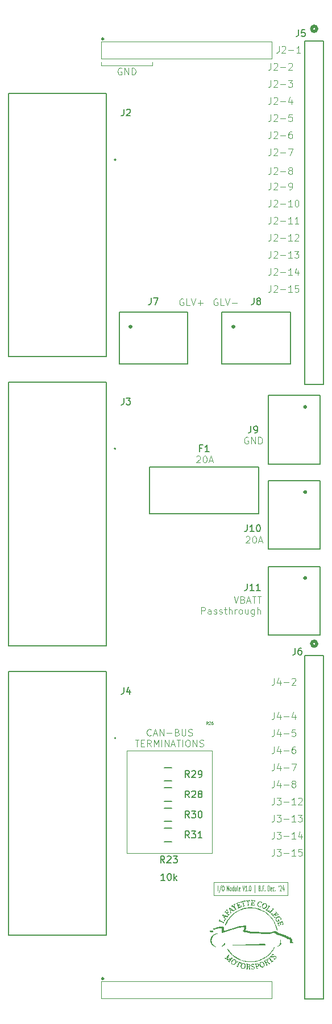
<source format=gbr>
%TF.GenerationSoftware,KiCad,Pcbnew,8.0.7*%
%TF.CreationDate,2025-01-14T17:00:07-05:00*%
%TF.ProjectId,IO Board,494f2042-6f61-4726-942e-6b696361645f,rev?*%
%TF.SameCoordinates,Original*%
%TF.FileFunction,Legend,Top*%
%TF.FilePolarity,Positive*%
%FSLAX46Y46*%
G04 Gerber Fmt 4.6, Leading zero omitted, Abs format (unit mm)*
G04 Created by KiCad (PCBNEW 8.0.7) date 2025-01-14 17:00:07*
%MOMM*%
%LPD*%
G01*
G04 APERTURE LIST*
%ADD10C,0.000000*%
%ADD11C,0.100000*%
%ADD12C,0.150000*%
%ADD13C,0.098425*%
%ADD14C,0.152400*%
%ADD15C,0.200000*%
%ADD16C,0.400000*%
%ADD17C,0.127000*%
%ADD18C,0.076200*%
%ADD19C,0.254000*%
%ADD20C,0.508000*%
G04 APERTURE END LIST*
D10*
G36*
X119907361Y-146694725D02*
G01*
X119919902Y-146695521D01*
X119931684Y-146696821D01*
X119942713Y-146698632D01*
X119952993Y-146700963D01*
X119962532Y-146703819D01*
X119971333Y-146707210D01*
X119979404Y-146711142D01*
X119986749Y-146715622D01*
X119993374Y-146720659D01*
X119999285Y-146726260D01*
X120004488Y-146732431D01*
X120008987Y-146739182D01*
X120012790Y-146746519D01*
X120015900Y-146754449D01*
X120018325Y-146762981D01*
X120020069Y-146772121D01*
X120021138Y-146781877D01*
X120021538Y-146792256D01*
X120021274Y-146803267D01*
X120020352Y-146814917D01*
X120018778Y-146827212D01*
X120016558Y-146840160D01*
X120013696Y-146853770D01*
X120006071Y-146883002D01*
X119995950Y-146914968D01*
X119990025Y-146916143D01*
X119984449Y-146916927D01*
X119979207Y-146917336D01*
X119974287Y-146917385D01*
X119969676Y-146917091D01*
X119965361Y-146916470D01*
X119961329Y-146915536D01*
X119957567Y-146914307D01*
X119954062Y-146912798D01*
X119950801Y-146911025D01*
X119947771Y-146909003D01*
X119944959Y-146906750D01*
X119942352Y-146904280D01*
X119939937Y-146901609D01*
X119937702Y-146898754D01*
X119935633Y-146895731D01*
X119933717Y-146892554D01*
X119931941Y-146889241D01*
X119928758Y-146882267D01*
X119925980Y-146874937D01*
X119923504Y-146867376D01*
X119919039Y-146852076D01*
X119916844Y-146844590D01*
X119914535Y-146837382D01*
X119911823Y-146829945D01*
X119908930Y-146823025D01*
X119905831Y-146816636D01*
X119902504Y-146810794D01*
X119900748Y-146808082D01*
X119898926Y-146805513D01*
X119897035Y-146803087D01*
X119895072Y-146800808D01*
X119893034Y-146798676D01*
X119890918Y-146796694D01*
X119888722Y-146794863D01*
X119886443Y-146793185D01*
X119884077Y-146791663D01*
X119881622Y-146790297D01*
X119879074Y-146789091D01*
X119876431Y-146788045D01*
X119873690Y-146787162D01*
X119870848Y-146786443D01*
X119867902Y-146785890D01*
X119864848Y-146785505D01*
X119861685Y-146785291D01*
X119858409Y-146785248D01*
X119855017Y-146785379D01*
X119851507Y-146785685D01*
X119847874Y-146786168D01*
X119844118Y-146786831D01*
X119840233Y-146787675D01*
X119836218Y-146788702D01*
X119808977Y-146795731D01*
X119802060Y-146797746D01*
X119795305Y-146799985D01*
X119792021Y-146801206D01*
X119788815Y-146802506D01*
X119785700Y-146803891D01*
X119782690Y-146805370D01*
X119779797Y-146806949D01*
X119777034Y-146808637D01*
X119774414Y-146810440D01*
X119771949Y-146812366D01*
X119769652Y-146814423D01*
X119767536Y-146816618D01*
X119765614Y-146818959D01*
X119763898Y-146821453D01*
X119762402Y-146824107D01*
X119761138Y-146826929D01*
X119760118Y-146829927D01*
X119759357Y-146833108D01*
X119758865Y-146836480D01*
X119758657Y-146840049D01*
X119758744Y-146843824D01*
X119759140Y-146847813D01*
X119763244Y-146888524D01*
X119765042Y-146929811D01*
X119765171Y-146971522D01*
X119764263Y-147013506D01*
X119761883Y-147097687D01*
X119761679Y-147139583D01*
X119762981Y-147181147D01*
X119766422Y-147222229D01*
X119772637Y-147262677D01*
X119776984Y-147282616D01*
X119782262Y-147302341D01*
X119788552Y-147321831D01*
X119795932Y-147341069D01*
X119804482Y-147360034D01*
X119814281Y-147378710D01*
X119825409Y-147397075D01*
X119837945Y-147415113D01*
X119851968Y-147432803D01*
X119867558Y-147450127D01*
X119884794Y-147467066D01*
X119903756Y-147483601D01*
X119895371Y-147488699D01*
X119886308Y-147493520D01*
X119866341Y-147502315D01*
X119844246Y-147509953D01*
X119820415Y-147516396D01*
X119795241Y-147521610D01*
X119769115Y-147525559D01*
X119742429Y-147528208D01*
X119715574Y-147529521D01*
X119688944Y-147529462D01*
X119662928Y-147527997D01*
X119637920Y-147525089D01*
X119614312Y-147520703D01*
X119592494Y-147514804D01*
X119582379Y-147511276D01*
X119572859Y-147507356D01*
X119563983Y-147503039D01*
X119555800Y-147498323D01*
X119548358Y-147493201D01*
X119541707Y-147487670D01*
X119553449Y-147484817D01*
X119564324Y-147481564D01*
X119574362Y-147477927D01*
X119583596Y-147473921D01*
X119592058Y-147469560D01*
X119599778Y-147464860D01*
X119606788Y-147459836D01*
X119613121Y-147454502D01*
X119618807Y-147448875D01*
X119623879Y-147442969D01*
X119628368Y-147436798D01*
X119632305Y-147430379D01*
X119635722Y-147423726D01*
X119638651Y-147416854D01*
X119641123Y-147409779D01*
X119643171Y-147402515D01*
X119644825Y-147395077D01*
X119646118Y-147387481D01*
X119647744Y-147371873D01*
X119648304Y-147355812D01*
X119648049Y-147339418D01*
X119643947Y-147272923D01*
X119639424Y-147187102D01*
X119633746Y-147101319D01*
X119630257Y-147058492D01*
X119626219Y-147015735D01*
X119621546Y-146973068D01*
X119616150Y-146930510D01*
X119615205Y-146921887D01*
X119614536Y-146912766D01*
X119613414Y-146893592D01*
X119612654Y-146883816D01*
X119611556Y-146874099D01*
X119610832Y-146869307D01*
X119609967Y-146864582D01*
X119608940Y-146859941D01*
X119607734Y-146855402D01*
X119606327Y-146850982D01*
X119604702Y-146846699D01*
X119602839Y-146842570D01*
X119600720Y-146838612D01*
X119598324Y-146834843D01*
X119595632Y-146831280D01*
X119592626Y-146827941D01*
X119589286Y-146824842D01*
X119585594Y-146822002D01*
X119581529Y-146819438D01*
X119577073Y-146817167D01*
X119572206Y-146815206D01*
X119566910Y-146813573D01*
X119561165Y-146812285D01*
X119554952Y-146811360D01*
X119548252Y-146810815D01*
X119536970Y-146810631D01*
X119531497Y-146810836D01*
X119526142Y-146811241D01*
X119520908Y-146811848D01*
X119515801Y-146812657D01*
X119510824Y-146813670D01*
X119505981Y-146814889D01*
X119501277Y-146816315D01*
X119496716Y-146817950D01*
X119492302Y-146819794D01*
X119488039Y-146821850D01*
X119483931Y-146824118D01*
X119479983Y-146826600D01*
X119476199Y-146829298D01*
X119472583Y-146832213D01*
X119469140Y-146835345D01*
X119465872Y-146838698D01*
X119462786Y-146842272D01*
X119459884Y-146846068D01*
X119457171Y-146850088D01*
X119454651Y-146854334D01*
X119452329Y-146858806D01*
X119450208Y-146863506D01*
X119448293Y-146868436D01*
X119446589Y-146873597D01*
X119445098Y-146878991D01*
X119443826Y-146884618D01*
X119442777Y-146890480D01*
X119441954Y-146896580D01*
X119441362Y-146902917D01*
X119441006Y-146909493D01*
X119440857Y-146912214D01*
X119440606Y-146914903D01*
X119440253Y-146917556D01*
X119439798Y-146920170D01*
X119439241Y-146922740D01*
X119438584Y-146925263D01*
X119437827Y-146927736D01*
X119436971Y-146930153D01*
X119436015Y-146932512D01*
X119434961Y-146934808D01*
X119433808Y-146937038D01*
X119432559Y-146939198D01*
X119431212Y-146941284D01*
X119429769Y-146943292D01*
X119428230Y-146945219D01*
X119426596Y-146947061D01*
X119424867Y-146948813D01*
X119423043Y-146950473D01*
X119421126Y-146952035D01*
X119419116Y-146953497D01*
X119417013Y-146954855D01*
X119414818Y-146956105D01*
X119412531Y-146957242D01*
X119410153Y-146958264D01*
X119407684Y-146959166D01*
X119405125Y-146959944D01*
X119402477Y-146960595D01*
X119399740Y-146961116D01*
X119396914Y-146961501D01*
X119394000Y-146961747D01*
X119390999Y-146961851D01*
X119387911Y-146961809D01*
X119386659Y-146961736D01*
X119385387Y-146961610D01*
X119382794Y-146961206D01*
X119380149Y-146960608D01*
X119377472Y-146959830D01*
X119374781Y-146958882D01*
X119372095Y-146957776D01*
X119369432Y-146956525D01*
X119366811Y-146955140D01*
X119364251Y-146953634D01*
X119361770Y-146952017D01*
X119359387Y-146950302D01*
X119357121Y-146948501D01*
X119354990Y-146946626D01*
X119353013Y-146944689D01*
X119351208Y-146942701D01*
X119349594Y-146940674D01*
X119345070Y-146934033D01*
X119341127Y-146927143D01*
X119337752Y-146920029D01*
X119334934Y-146912719D01*
X119332661Y-146905238D01*
X119330920Y-146897612D01*
X119329701Y-146889868D01*
X119328990Y-146882031D01*
X119328777Y-146874127D01*
X119329049Y-146866184D01*
X119329795Y-146858227D01*
X119331002Y-146850281D01*
X119332658Y-146842374D01*
X119334752Y-146834531D01*
X119337272Y-146826779D01*
X119340206Y-146819144D01*
X119343541Y-146811651D01*
X119347267Y-146804327D01*
X119351370Y-146797199D01*
X119355840Y-146790291D01*
X119360664Y-146783631D01*
X119365831Y-146777244D01*
X119371328Y-146771157D01*
X119377143Y-146765396D01*
X119383266Y-146759987D01*
X119389683Y-146754955D01*
X119396382Y-146750328D01*
X119403353Y-146746131D01*
X119410583Y-146742391D01*
X119418060Y-146739133D01*
X119425772Y-146736384D01*
X119433707Y-146734170D01*
X119450587Y-146730441D01*
X119467510Y-146727341D01*
X119484489Y-146724808D01*
X119501539Y-146722780D01*
X119518672Y-146721197D01*
X119535902Y-146719998D01*
X119570711Y-146718503D01*
X119642106Y-146717415D01*
X119678911Y-146716842D01*
X119716602Y-146715594D01*
X119733423Y-146713182D01*
X119749325Y-146710726D01*
X119778917Y-146705896D01*
X119806467Y-146701527D01*
X119819819Y-146699648D01*
X119833070Y-146698042D01*
X119865125Y-146695286D01*
X119894055Y-146694425D01*
X119907361Y-146694725D01*
G37*
G36*
X117761514Y-147260865D02*
G01*
X117769877Y-147261454D01*
X117778238Y-147262427D01*
X117786593Y-147263787D01*
X117794939Y-147265535D01*
X117786382Y-147276390D01*
X117778575Y-147287315D01*
X117771488Y-147298306D01*
X117765093Y-147309363D01*
X117759362Y-147320482D01*
X117754265Y-147331663D01*
X117749774Y-147342901D01*
X117745860Y-147354196D01*
X117742494Y-147365545D01*
X117739647Y-147376945D01*
X117735397Y-147399893D01*
X117732879Y-147423021D01*
X117731862Y-147446313D01*
X117732116Y-147469750D01*
X117733411Y-147493315D01*
X117735516Y-147516989D01*
X117738202Y-147540757D01*
X117750137Y-147636400D01*
X117756245Y-147700227D01*
X117759570Y-147731758D01*
X117763599Y-147762669D01*
X117768725Y-147792685D01*
X117775343Y-147821531D01*
X117779333Y-147835431D01*
X117783844Y-147848935D01*
X117788924Y-147862010D01*
X117794623Y-147874621D01*
X117800989Y-147886734D01*
X117808072Y-147898315D01*
X117815921Y-147909330D01*
X117824585Y-147919744D01*
X117834113Y-147929522D01*
X117844554Y-147938632D01*
X117855958Y-147947038D01*
X117868373Y-147954706D01*
X117881850Y-147961602D01*
X117896436Y-147967691D01*
X117912181Y-147972940D01*
X117929134Y-147977314D01*
X117947345Y-147980778D01*
X117966863Y-147983299D01*
X117987736Y-147984843D01*
X118010013Y-147985374D01*
X117996801Y-148004778D01*
X117981270Y-148023819D01*
X117963690Y-148042341D01*
X117944334Y-148060188D01*
X117923472Y-148077205D01*
X117901376Y-148093237D01*
X117878316Y-148108127D01*
X117854564Y-148121722D01*
X117830390Y-148133865D01*
X117806067Y-148144401D01*
X117781865Y-148153174D01*
X117758055Y-148160029D01*
X117734908Y-148164811D01*
X117712696Y-148167364D01*
X117702025Y-148167756D01*
X117691689Y-148167533D01*
X117681722Y-148166675D01*
X117672159Y-148165163D01*
X117681983Y-148155224D01*
X117690749Y-148145415D01*
X117698493Y-148135728D01*
X117705250Y-148126159D01*
X117711057Y-148116702D01*
X117715948Y-148107351D01*
X117719959Y-148098101D01*
X117723126Y-148088945D01*
X117725484Y-148079878D01*
X117727068Y-148070895D01*
X117727915Y-148061990D01*
X117728060Y-148053156D01*
X117727538Y-148044389D01*
X117726385Y-148035682D01*
X117724637Y-148027031D01*
X117722328Y-148018428D01*
X117719495Y-148009869D01*
X117716173Y-148001349D01*
X117712397Y-147992860D01*
X117708204Y-147984398D01*
X117698706Y-147967530D01*
X117687963Y-147950701D01*
X117676260Y-147933864D01*
X117663880Y-147916973D01*
X117638229Y-147882852D01*
X117608604Y-147863674D01*
X117579661Y-147843594D01*
X117523137Y-147801904D01*
X117467289Y-147760135D01*
X117439192Y-147739957D01*
X117410752Y-147720642D01*
X117381796Y-147702485D01*
X117352156Y-147685781D01*
X117321659Y-147670823D01*
X117290136Y-147657906D01*
X117273935Y-147652304D01*
X117257414Y-147647323D01*
X117240550Y-147643000D01*
X117223323Y-147639371D01*
X117205711Y-147636473D01*
X117187692Y-147634342D01*
X117169246Y-147633016D01*
X117150351Y-147632532D01*
X117156711Y-147622006D01*
X117163849Y-147611508D01*
X117171707Y-147601068D01*
X117180229Y-147590716D01*
X117189356Y-147580483D01*
X117199031Y-147570398D01*
X117219792Y-147550797D01*
X117242051Y-147532155D01*
X117265347Y-147514714D01*
X117289218Y-147498717D01*
X117313202Y-147484406D01*
X117336837Y-147472022D01*
X117359663Y-147461809D01*
X117381217Y-147454009D01*
X117391373Y-147451090D01*
X117401038Y-147448864D01*
X117410155Y-147447363D01*
X117418665Y-147446617D01*
X117426511Y-147446655D01*
X117433635Y-147447509D01*
X117439979Y-147449208D01*
X117445487Y-147451783D01*
X117450100Y-147455264D01*
X117453760Y-147459681D01*
X117455302Y-147463433D01*
X117456365Y-147467025D01*
X117456981Y-147470468D01*
X117457181Y-147473771D01*
X117456997Y-147476945D01*
X117456460Y-147480001D01*
X117455602Y-147482949D01*
X117454454Y-147485800D01*
X117453048Y-147488564D01*
X117451415Y-147491251D01*
X117449587Y-147493873D01*
X117447596Y-147496439D01*
X117443249Y-147501448D01*
X117438626Y-147506361D01*
X117433980Y-147511262D01*
X117429563Y-147516235D01*
X117427519Y-147518775D01*
X117425627Y-147521364D01*
X117423919Y-147524013D01*
X117422425Y-147526732D01*
X117421178Y-147529532D01*
X117420210Y-147532424D01*
X117419550Y-147535418D01*
X117419232Y-147538524D01*
X117419287Y-147541752D01*
X117419745Y-147545114D01*
X117420640Y-147548620D01*
X117422002Y-147552280D01*
X117460763Y-147585992D01*
X117477958Y-147600451D01*
X117493938Y-147613461D01*
X117508884Y-147625134D01*
X117522979Y-147635583D01*
X117536402Y-147644920D01*
X117549336Y-147653256D01*
X117561963Y-147660705D01*
X117574462Y-147667379D01*
X117587017Y-147673388D01*
X117599807Y-147678847D01*
X117613016Y-147683866D01*
X117626823Y-147688558D01*
X117641412Y-147693036D01*
X117656962Y-147697411D01*
X117661296Y-147667206D01*
X117664365Y-147639213D01*
X117665406Y-147625994D01*
X117666107Y-147613266D01*
X117666461Y-147601009D01*
X117666460Y-147589202D01*
X117666096Y-147577824D01*
X117665361Y-147566855D01*
X117664248Y-147556275D01*
X117662749Y-147546063D01*
X117660856Y-147536197D01*
X117658562Y-147526659D01*
X117655857Y-147517427D01*
X117652736Y-147508480D01*
X117649190Y-147499799D01*
X117645211Y-147491362D01*
X117640791Y-147483150D01*
X117635923Y-147475141D01*
X117630599Y-147467314D01*
X117624811Y-147459651D01*
X117618551Y-147452129D01*
X117611812Y-147444729D01*
X117604586Y-147437429D01*
X117596865Y-147430210D01*
X117588641Y-147423050D01*
X117579907Y-147415930D01*
X117570655Y-147408828D01*
X117560876Y-147401724D01*
X117539710Y-147387429D01*
X117553992Y-147369947D01*
X117568619Y-147353665D01*
X117583565Y-147338608D01*
X117598804Y-147324801D01*
X117614310Y-147312267D01*
X117630055Y-147301032D01*
X117646015Y-147291121D01*
X117662163Y-147282557D01*
X117678471Y-147275366D01*
X117694915Y-147269573D01*
X117711467Y-147265201D01*
X117719776Y-147263556D01*
X117728102Y-147262276D01*
X117736442Y-147261364D01*
X117744793Y-147260823D01*
X117753151Y-147260655D01*
X117761514Y-147260865D01*
G37*
G36*
X124519291Y-152575354D02*
G01*
X124525750Y-152575761D01*
X124532609Y-152576462D01*
X124536568Y-152589726D01*
X124539853Y-152603065D01*
X124542534Y-152616474D01*
X124544679Y-152629947D01*
X124546355Y-152643478D01*
X124547630Y-152657060D01*
X124549251Y-152684358D01*
X124550678Y-152739313D01*
X124551572Y-152766875D01*
X124553312Y-152794430D01*
X124554502Y-152817415D01*
X124554529Y-152840986D01*
X124552971Y-152889176D01*
X124552323Y-152913438D01*
X124552387Y-152937575D01*
X124553632Y-152961409D01*
X124554844Y-152973157D01*
X124556526Y-152984762D01*
X124558739Y-152996203D01*
X124561539Y-153007456D01*
X124564986Y-153018500D01*
X124569138Y-153029313D01*
X124574054Y-153039872D01*
X124579793Y-153050155D01*
X124586412Y-153060140D01*
X124593971Y-153069805D01*
X124602528Y-153079127D01*
X124612142Y-153088084D01*
X124622872Y-153096653D01*
X124634775Y-153104814D01*
X124647911Y-153112543D01*
X124662337Y-153119818D01*
X124678114Y-153126617D01*
X124695298Y-153132917D01*
X124662022Y-153180083D01*
X124628782Y-153226217D01*
X124595053Y-153271198D01*
X124577842Y-153293217D01*
X124560313Y-153314901D01*
X124542400Y-153336235D01*
X124524038Y-153357204D01*
X124505162Y-153377791D01*
X124485706Y-153397982D01*
X124465604Y-153417761D01*
X124444792Y-153437112D01*
X124423204Y-153456021D01*
X124400774Y-153474471D01*
X124361759Y-153499163D01*
X124325252Y-153521465D01*
X124291105Y-153541430D01*
X124259172Y-153559113D01*
X124229305Y-153574565D01*
X124201356Y-153587840D01*
X124175179Y-153598991D01*
X124150626Y-153608072D01*
X124127551Y-153615134D01*
X124116521Y-153617925D01*
X124105805Y-153620232D01*
X124095385Y-153622061D01*
X124085242Y-153623418D01*
X124075358Y-153624311D01*
X124065715Y-153624746D01*
X124056294Y-153624730D01*
X124047076Y-153624269D01*
X124038043Y-153623370D01*
X124029178Y-153622039D01*
X124020460Y-153620284D01*
X124011873Y-153618111D01*
X124003398Y-153615526D01*
X123995015Y-153612536D01*
X123995894Y-153611407D01*
X123996754Y-153610241D01*
X123998434Y-153607837D01*
X124000097Y-153605398D01*
X124001785Y-153602996D01*
X124002651Y-153601833D01*
X124003539Y-153600707D01*
X124004454Y-153599628D01*
X124005401Y-153598604D01*
X124006385Y-153597645D01*
X124007412Y-153596760D01*
X124007943Y-153596348D01*
X124008486Y-153595959D01*
X124009043Y-153595592D01*
X124009614Y-153595249D01*
X124075966Y-153554907D01*
X124137588Y-153512300D01*
X124194402Y-153467391D01*
X124246334Y-153420140D01*
X124293307Y-153370510D01*
X124335245Y-153318461D01*
X124372074Y-153263956D01*
X124403716Y-153206955D01*
X124417569Y-153177507D01*
X124430096Y-153147420D01*
X124441290Y-153116690D01*
X124451139Y-153085313D01*
X124459635Y-153053282D01*
X124466769Y-153020594D01*
X124472530Y-152987244D01*
X124476909Y-152953226D01*
X124481484Y-152883170D01*
X124480419Y-152810388D01*
X124473637Y-152734840D01*
X124461062Y-152656488D01*
X124459550Y-152647831D01*
X124458454Y-152639334D01*
X124457856Y-152631067D01*
X124457838Y-152623100D01*
X124458071Y-152619252D01*
X124458481Y-152615504D01*
X124459076Y-152611867D01*
X124459867Y-152608349D01*
X124460864Y-152604959D01*
X124462078Y-152601705D01*
X124463519Y-152598596D01*
X124465197Y-152595641D01*
X124467122Y-152592849D01*
X124469304Y-152590229D01*
X124471754Y-152587789D01*
X124474482Y-152585537D01*
X124477497Y-152583484D01*
X124480812Y-152581638D01*
X124484434Y-152580006D01*
X124488376Y-152578599D01*
X124492646Y-152577425D01*
X124497256Y-152576492D01*
X124502215Y-152575810D01*
X124507533Y-152575387D01*
X124513222Y-152575232D01*
X124519291Y-152575354D01*
G37*
G36*
X123056740Y-155061481D02*
G01*
X123061104Y-155062019D01*
X123065424Y-155062849D01*
X123069701Y-155063965D01*
X123073937Y-155065366D01*
X123078132Y-155067046D01*
X123082288Y-155069003D01*
X123086406Y-155071232D01*
X123090488Y-155073729D01*
X123094534Y-155076491D01*
X123098546Y-155079515D01*
X123102525Y-155082795D01*
X123106472Y-155086329D01*
X123110389Y-155090113D01*
X123114275Y-155094143D01*
X123118134Y-155098415D01*
X123125772Y-155107671D01*
X123131327Y-155114284D01*
X123137503Y-155120858D01*
X123150969Y-155133998D01*
X123164680Y-155147310D01*
X123171162Y-155154099D01*
X123177145Y-155161014D01*
X123179893Y-155164527D01*
X123182445Y-155168082D01*
X123184781Y-155171682D01*
X123186875Y-155175330D01*
X123188705Y-155179030D01*
X123190248Y-155182786D01*
X123191481Y-155186600D01*
X123192379Y-155190477D01*
X123192920Y-155194419D01*
X123193080Y-155198431D01*
X123192836Y-155202515D01*
X123192166Y-155206675D01*
X123191044Y-155210914D01*
X123189450Y-155215236D01*
X123187358Y-155219645D01*
X123184746Y-155224143D01*
X123180540Y-155230384D01*
X123176355Y-155235829D01*
X123172190Y-155240513D01*
X123168044Y-155244469D01*
X123163918Y-155247734D01*
X123159810Y-155250343D01*
X123155721Y-155252328D01*
X123151651Y-155253727D01*
X123147598Y-155254573D01*
X123143563Y-155254902D01*
X123139545Y-155254748D01*
X123135544Y-155254146D01*
X123131560Y-155253130D01*
X123127592Y-155251737D01*
X123123640Y-155250000D01*
X123119704Y-155247954D01*
X123115784Y-155245635D01*
X123111878Y-155243076D01*
X123104110Y-155237382D01*
X123096399Y-155231150D01*
X123088742Y-155224658D01*
X123081136Y-155218187D01*
X123073578Y-155212013D01*
X123066066Y-155206417D01*
X123062327Y-155203922D01*
X123058598Y-155201676D01*
X123054804Y-155199644D01*
X123051093Y-155197891D01*
X123047462Y-155196408D01*
X123043909Y-155195184D01*
X123040431Y-155194210D01*
X123037023Y-155193476D01*
X123033684Y-155192971D01*
X123030411Y-155192685D01*
X123027199Y-155192610D01*
X123024046Y-155192735D01*
X123020950Y-155193050D01*
X123017907Y-155193545D01*
X123014913Y-155194210D01*
X123011967Y-155195035D01*
X123009064Y-155196011D01*
X123006202Y-155197128D01*
X123003378Y-155198375D01*
X123000589Y-155199743D01*
X122995102Y-155202801D01*
X122989717Y-155206223D01*
X122984410Y-155209930D01*
X122979157Y-155213842D01*
X122973933Y-155217880D01*
X122963473Y-155226018D01*
X122958370Y-155230066D01*
X122953430Y-155234326D01*
X122948727Y-155238779D01*
X122944335Y-155243405D01*
X122940327Y-155248185D01*
X122938489Y-155250627D01*
X122936776Y-155253100D01*
X122935195Y-155255602D01*
X122933756Y-155258130D01*
X122932469Y-155260682D01*
X122931341Y-155263255D01*
X122930384Y-155265848D01*
X122929605Y-155268457D01*
X122929014Y-155271080D01*
X122928620Y-155273715D01*
X122928433Y-155276360D01*
X122928461Y-155279011D01*
X122928714Y-155281667D01*
X122929201Y-155284325D01*
X122929932Y-155286983D01*
X122930914Y-155289638D01*
X122932158Y-155292288D01*
X122933673Y-155294930D01*
X122935468Y-155297562D01*
X122937552Y-155300182D01*
X122939934Y-155302786D01*
X122942624Y-155305374D01*
X122957522Y-155319544D01*
X122971798Y-155334418D01*
X122985519Y-155349923D01*
X122998757Y-155365987D01*
X123024054Y-155399500D01*
X123048244Y-155434379D01*
X123095519Y-155505911D01*
X123119711Y-155541405D01*
X123145011Y-155575944D01*
X123171974Y-155608948D01*
X123186252Y-155624693D01*
X123201154Y-155639837D01*
X123216747Y-155654307D01*
X123233103Y-155668031D01*
X123250290Y-155680937D01*
X123268377Y-155692951D01*
X123287433Y-155704002D01*
X123307528Y-155714016D01*
X123328732Y-155722922D01*
X123351112Y-155730647D01*
X123374739Y-155737118D01*
X123399682Y-155742263D01*
X123426010Y-155746010D01*
X123453792Y-155748285D01*
X123417804Y-155785167D01*
X123381994Y-155820398D01*
X123363994Y-155837316D01*
X123345846Y-155853725D01*
X123327483Y-155869595D01*
X123308843Y-155884894D01*
X123289860Y-155899590D01*
X123270470Y-155913652D01*
X123250608Y-155927047D01*
X123230209Y-155939745D01*
X123209209Y-155951713D01*
X123187545Y-155962920D01*
X123165150Y-155973335D01*
X123141960Y-155982925D01*
X123139745Y-155975999D01*
X123138219Y-155969286D01*
X123137328Y-155962773D01*
X123137022Y-155956448D01*
X123137248Y-155950297D01*
X123137954Y-155944308D01*
X123139088Y-155938469D01*
X123140599Y-155932765D01*
X123142434Y-155927186D01*
X123144542Y-155921718D01*
X123149368Y-155911064D01*
X123160006Y-155890531D01*
X123164988Y-155880448D01*
X123167212Y-155875409D01*
X123169191Y-155870353D01*
X123170870Y-155865268D01*
X123172199Y-155860142D01*
X123173126Y-155854962D01*
X123173598Y-155849715D01*
X123173564Y-155844389D01*
X123172972Y-155838970D01*
X123171770Y-155833447D01*
X123169906Y-155827806D01*
X123167328Y-155822034D01*
X123163984Y-155816120D01*
X123159823Y-155810050D01*
X123154791Y-155803811D01*
X123114397Y-155756399D01*
X123074695Y-155708386D01*
X122996764Y-155611085D01*
X122842554Y-155415046D01*
X122837735Y-155409294D01*
X122832809Y-155404008D01*
X122827773Y-155399223D01*
X122822624Y-155394971D01*
X122820006Y-155393055D01*
X122817358Y-155391285D01*
X122814680Y-155389665D01*
X122811972Y-155388199D01*
X122809232Y-155386891D01*
X122806461Y-155385746D01*
X122803659Y-155384768D01*
X122800823Y-155383960D01*
X122797955Y-155383327D01*
X122795054Y-155382873D01*
X122792119Y-155382603D01*
X122789150Y-155382520D01*
X122786146Y-155382628D01*
X122783107Y-155382933D01*
X122780033Y-155383437D01*
X122776923Y-155384145D01*
X122773777Y-155385062D01*
X122770593Y-155386191D01*
X122767373Y-155387536D01*
X122764115Y-155389102D01*
X122760818Y-155390893D01*
X122757483Y-155392913D01*
X122754109Y-155395167D01*
X122750696Y-155397657D01*
X122724765Y-155416948D01*
X122718689Y-155421943D01*
X122713012Y-155427123D01*
X122707850Y-155432546D01*
X122705500Y-155435367D01*
X122703322Y-155438270D01*
X122701333Y-155441263D01*
X122699546Y-155444354D01*
X122697976Y-155447549D01*
X122696638Y-155450856D01*
X122695547Y-155454281D01*
X122694718Y-155457833D01*
X122694164Y-155461519D01*
X122693902Y-155465345D01*
X122693944Y-155469319D01*
X122694307Y-155473449D01*
X122695006Y-155477741D01*
X122696053Y-155482203D01*
X122697465Y-155486842D01*
X122699257Y-155491666D01*
X122701442Y-155496681D01*
X122704035Y-155501896D01*
X122711800Y-155516494D01*
X122715697Y-155524050D01*
X122719418Y-155531717D01*
X122722824Y-155539447D01*
X122725774Y-155547194D01*
X122727035Y-155551059D01*
X122728130Y-155554911D01*
X122729041Y-155558744D01*
X122729751Y-155562553D01*
X122730243Y-155566330D01*
X122730499Y-155570071D01*
X122730502Y-155573770D01*
X122730233Y-155577421D01*
X122729677Y-155581018D01*
X122728815Y-155584555D01*
X122727630Y-155588026D01*
X122726105Y-155591426D01*
X122724222Y-155594749D01*
X122721963Y-155597990D01*
X122719311Y-155601141D01*
X122716250Y-155604198D01*
X122712760Y-155607154D01*
X122708826Y-155610004D01*
X122704429Y-155612742D01*
X122699552Y-155615363D01*
X122694534Y-155617669D01*
X122689729Y-155619481D01*
X122685128Y-155620819D01*
X122680724Y-155621705D01*
X122676508Y-155622160D01*
X122672471Y-155622207D01*
X122668606Y-155621866D01*
X122664904Y-155621160D01*
X122661356Y-155620109D01*
X122657956Y-155618736D01*
X122654694Y-155617061D01*
X122651561Y-155615107D01*
X122648551Y-155612895D01*
X122645655Y-155610446D01*
X122642863Y-155607782D01*
X122640169Y-155604925D01*
X122635039Y-155598717D01*
X122630199Y-155591993D01*
X122625581Y-155584927D01*
X122621121Y-155577691D01*
X122612407Y-155563396D01*
X122608022Y-155556683D01*
X122603530Y-155550489D01*
X122595489Y-155540213D01*
X122587479Y-155529629D01*
X122583610Y-155524154D01*
X122579898Y-155518523D01*
X122576395Y-155512709D01*
X122573149Y-155506685D01*
X122570212Y-155500425D01*
X122567632Y-155493902D01*
X122565461Y-155487090D01*
X122563749Y-155479963D01*
X122562545Y-155472493D01*
X122562149Y-155468622D01*
X122561899Y-155464655D01*
X122561802Y-155460590D01*
X122561862Y-155456423D01*
X122562088Y-155452150D01*
X122562484Y-155447768D01*
X122587427Y-155422325D01*
X122612812Y-155397678D01*
X122638588Y-155373747D01*
X122664701Y-155350450D01*
X122717728Y-155305436D01*
X122771473Y-155261989D01*
X122879427Y-155177205D01*
X122932793Y-155134573D01*
X122985188Y-155090918D01*
X122990356Y-155086635D01*
X122995462Y-155082701D01*
X123000507Y-155079110D01*
X123005493Y-155075859D01*
X123010419Y-155072945D01*
X123015289Y-155070364D01*
X123020103Y-155068112D01*
X123024862Y-155066184D01*
X123029567Y-155064578D01*
X123034220Y-155063290D01*
X123038821Y-155062316D01*
X123043373Y-155061651D01*
X123047876Y-155061293D01*
X123052331Y-155061238D01*
X123056740Y-155061481D01*
G37*
G36*
X116157755Y-153100270D02*
G01*
X116162943Y-153100980D01*
X116168176Y-153102075D01*
X116173450Y-153103520D01*
X116178763Y-153105277D01*
X116184110Y-153107309D01*
X116194896Y-153112053D01*
X116205779Y-153117457D01*
X116227731Y-153129067D01*
X116238745Y-153134685D01*
X116249747Y-153139785D01*
X116256286Y-153142735D01*
X116262385Y-153145748D01*
X116268053Y-153148826D01*
X116273296Y-153151970D01*
X116278122Y-153155180D01*
X116282538Y-153158457D01*
X116286550Y-153161802D01*
X116290165Y-153165215D01*
X116293392Y-153168698D01*
X116296235Y-153172251D01*
X116298704Y-153175875D01*
X116300804Y-153179570D01*
X116302542Y-153183338D01*
X116303927Y-153187179D01*
X116304964Y-153191095D01*
X116305661Y-153195085D01*
X116306024Y-153199151D01*
X116306062Y-153203293D01*
X116305780Y-153207513D01*
X116305186Y-153211810D01*
X116304286Y-153216187D01*
X116303089Y-153220642D01*
X116301600Y-153225179D01*
X116299828Y-153229796D01*
X116297778Y-153234495D01*
X116295458Y-153239277D01*
X116290037Y-153249092D01*
X116283619Y-153259247D01*
X116276262Y-153269749D01*
X116259204Y-153292172D01*
X116241477Y-153313744D01*
X116223100Y-153334484D01*
X116204094Y-153354412D01*
X116184478Y-153373548D01*
X116164273Y-153391910D01*
X116143498Y-153409519D01*
X116122174Y-153426393D01*
X116100321Y-153442552D01*
X116077959Y-153458017D01*
X116055108Y-153472805D01*
X116031788Y-153486938D01*
X116008019Y-153500433D01*
X115983821Y-153513312D01*
X115959215Y-153525593D01*
X115934219Y-153537295D01*
X115866240Y-153568257D01*
X115830725Y-153582867D01*
X115812350Y-153589575D01*
X115793475Y-153595742D01*
X115774031Y-153601259D01*
X115753952Y-153606018D01*
X115733170Y-153609910D01*
X115711617Y-153612829D01*
X115689228Y-153614664D01*
X115665934Y-153615309D01*
X115641668Y-153614655D01*
X115616362Y-153612593D01*
X115705680Y-153563676D01*
X115747434Y-153540332D01*
X115767585Y-153528610D01*
X115787251Y-153516728D01*
X115806432Y-153504592D01*
X115825128Y-153492109D01*
X115843339Y-153479183D01*
X115861065Y-153465722D01*
X115878305Y-153451631D01*
X115895060Y-153436815D01*
X115911329Y-153421181D01*
X115927113Y-153404635D01*
X115952499Y-153375585D01*
X115976471Y-153346388D01*
X115987911Y-153331694D01*
X115998977Y-153316915D01*
X116009664Y-153302036D01*
X116019964Y-153287040D01*
X116029872Y-153271911D01*
X116039380Y-153256635D01*
X116048482Y-153241194D01*
X116057171Y-153225573D01*
X116065442Y-153209756D01*
X116073287Y-153193727D01*
X116080699Y-153177471D01*
X116087673Y-153160971D01*
X116091774Y-153151474D01*
X116095972Y-153142916D01*
X116100263Y-153135258D01*
X116104643Y-153128465D01*
X116109109Y-153122500D01*
X116113658Y-153117326D01*
X116118286Y-153112905D01*
X116122990Y-153109202D01*
X116127767Y-153106180D01*
X116132612Y-153103800D01*
X116137523Y-153102028D01*
X116142497Y-153100826D01*
X116147529Y-153100157D01*
X116152616Y-153099984D01*
X116157755Y-153100270D01*
G37*
D11*
X105410000Y-22606000D02*
X97790000Y-22606000D01*
D10*
G36*
X122512153Y-147510456D02*
G01*
X122511374Y-147548390D01*
X122507657Y-147587713D01*
X122500962Y-147628349D01*
X122491249Y-147670222D01*
X122455756Y-147748116D01*
X122447049Y-147766082D01*
X122438021Y-147783443D01*
X122433326Y-147791896D01*
X122428478Y-147800198D01*
X122423453Y-147808349D01*
X122418227Y-147816347D01*
X122406005Y-147833566D01*
X122393122Y-147849940D01*
X122379615Y-147865462D01*
X122365520Y-147880127D01*
X122350872Y-147893928D01*
X122335709Y-147906859D01*
X122320065Y-147918913D01*
X122303978Y-147930085D01*
X122287484Y-147940369D01*
X122270618Y-147949758D01*
X122253418Y-147958246D01*
X122235918Y-147965828D01*
X122218156Y-147972496D01*
X122200167Y-147978245D01*
X122181988Y-147983068D01*
X122163655Y-147986960D01*
X122145205Y-147989914D01*
X122126672Y-147991924D01*
X122108094Y-147992985D01*
X122089507Y-147993089D01*
X122070947Y-147992230D01*
X122052449Y-147990404D01*
X122034051Y-147987602D01*
X122015789Y-147983820D01*
X121997698Y-147979050D01*
X121979815Y-147973288D01*
X121962176Y-147966526D01*
X121944818Y-147958759D01*
X121927775Y-147949980D01*
X121911086Y-147940184D01*
X121894785Y-147929363D01*
X121878910Y-147917513D01*
X121864826Y-147905805D01*
X121851487Y-147893541D01*
X121838895Y-147880743D01*
X121827053Y-147867436D01*
X121815964Y-147853640D01*
X121805631Y-147839379D01*
X121796056Y-147824676D01*
X121787243Y-147809553D01*
X121779194Y-147794034D01*
X121771912Y-147778140D01*
X121765401Y-147761895D01*
X121759662Y-147745322D01*
X121750515Y-147711280D01*
X121747551Y-147694014D01*
X121876215Y-147694014D01*
X121876311Y-147702643D01*
X121876694Y-147711173D01*
X121877366Y-147719600D01*
X121878331Y-147727920D01*
X121879592Y-147736128D01*
X121881152Y-147744220D01*
X121883013Y-147752193D01*
X121885178Y-147760041D01*
X121887652Y-147767761D01*
X121890436Y-147775349D01*
X121893534Y-147782800D01*
X121896949Y-147790110D01*
X121900683Y-147797275D01*
X121904740Y-147804291D01*
X121909123Y-147811154D01*
X121913835Y-147817859D01*
X121918878Y-147824402D01*
X121924256Y-147830779D01*
X121929972Y-147836986D01*
X121936029Y-147843018D01*
X121942429Y-147848872D01*
X121949176Y-147854543D01*
X121956273Y-147860027D01*
X121963723Y-147865321D01*
X121971529Y-147870418D01*
X121979693Y-147875317D01*
X121988544Y-147880148D01*
X121997315Y-147884429D01*
X122006006Y-147888171D01*
X122014617Y-147891388D01*
X122023149Y-147894092D01*
X122031602Y-147896294D01*
X122039976Y-147898008D01*
X122048270Y-147899246D01*
X122056485Y-147900021D01*
X122064622Y-147900344D01*
X122072680Y-147900229D01*
X122080659Y-147899687D01*
X122088559Y-147898732D01*
X122096382Y-147897376D01*
X122104126Y-147895630D01*
X122111792Y-147893509D01*
X122119380Y-147891023D01*
X122126890Y-147888186D01*
X122134322Y-147885010D01*
X122141677Y-147881508D01*
X122148954Y-147877691D01*
X122156154Y-147873572D01*
X122170322Y-147864481D01*
X122184183Y-147854331D01*
X122197736Y-147843225D01*
X122210983Y-147831260D01*
X122223926Y-147818537D01*
X122240027Y-147801312D01*
X122255146Y-147783578D01*
X122269315Y-147765354D01*
X122282568Y-147746660D01*
X122294936Y-147727516D01*
X122306454Y-147707939D01*
X122317154Y-147687950D01*
X122327069Y-147667567D01*
X122336232Y-147646811D01*
X122344675Y-147625699D01*
X122352432Y-147604252D01*
X122359535Y-147582488D01*
X122366018Y-147560428D01*
X122371913Y-147538089D01*
X122377252Y-147515491D01*
X122382070Y-147492654D01*
X122381904Y-147470579D01*
X122380714Y-147449457D01*
X122379729Y-147439258D01*
X122378479Y-147429303D01*
X122376963Y-147419593D01*
X122375177Y-147410131D01*
X122373119Y-147400919D01*
X122370787Y-147391959D01*
X122368177Y-147383251D01*
X122365288Y-147374799D01*
X122362116Y-147366604D01*
X122358659Y-147358668D01*
X122354913Y-147350993D01*
X122350878Y-147343581D01*
X122346549Y-147336433D01*
X122341924Y-147329553D01*
X122337000Y-147322940D01*
X122331776Y-147316598D01*
X122326247Y-147310528D01*
X122320412Y-147304733D01*
X122314268Y-147299213D01*
X122307813Y-147293971D01*
X122301042Y-147289010D01*
X122293955Y-147284329D01*
X122286548Y-147279933D01*
X122278818Y-147275822D01*
X122270763Y-147271999D01*
X122262381Y-147268464D01*
X122253668Y-147265221D01*
X122244622Y-147262272D01*
X122235865Y-147259822D01*
X122227229Y-147257833D01*
X122218713Y-147256291D01*
X122210316Y-147255186D01*
X122202035Y-147254505D01*
X122193869Y-147254237D01*
X122185817Y-147254372D01*
X122177876Y-147254896D01*
X122170044Y-147255798D01*
X122162321Y-147257068D01*
X122154704Y-147258693D01*
X122147192Y-147260661D01*
X122139783Y-147262961D01*
X122132475Y-147265582D01*
X122125266Y-147268512D01*
X122118155Y-147271740D01*
X122111140Y-147275253D01*
X122104219Y-147279040D01*
X122090654Y-147287391D01*
X122077445Y-147296699D01*
X122064579Y-147306873D01*
X122052042Y-147317819D01*
X122039820Y-147329445D01*
X122027899Y-147341657D01*
X122016267Y-147354365D01*
X122002914Y-147369963D01*
X121990279Y-147385906D01*
X121978349Y-147402185D01*
X121967111Y-147418790D01*
X121956552Y-147435714D01*
X121946659Y-147452947D01*
X121937420Y-147470481D01*
X121928820Y-147488308D01*
X121920846Y-147506418D01*
X121913487Y-147524803D01*
X121906729Y-147543453D01*
X121900558Y-147562362D01*
X121894961Y-147581519D01*
X121889927Y-147600916D01*
X121885441Y-147620544D01*
X121881490Y-147640396D01*
X121878637Y-147658592D01*
X121876871Y-147676475D01*
X121876403Y-147685290D01*
X121876215Y-147694014D01*
X121747551Y-147694014D01*
X121744493Y-147676197D01*
X121741620Y-147640254D01*
X121741918Y-147603634D01*
X121745410Y-147566518D01*
X121752118Y-147529088D01*
X121762067Y-147491527D01*
X121775278Y-147454016D01*
X121791774Y-147416738D01*
X121811578Y-147379874D01*
X121822255Y-147362456D01*
X121833452Y-147345701D01*
X121845150Y-147329618D01*
X121857326Y-147314213D01*
X121869960Y-147299496D01*
X121883030Y-147285474D01*
X121896515Y-147272155D01*
X121910394Y-147259547D01*
X121924646Y-147247659D01*
X121939250Y-147236499D01*
X121954185Y-147226074D01*
X121969428Y-147216392D01*
X121984960Y-147207462D01*
X122000759Y-147199292D01*
X122016803Y-147191890D01*
X122033073Y-147185263D01*
X122049545Y-147179421D01*
X122066201Y-147174370D01*
X122083017Y-147170120D01*
X122099973Y-147166677D01*
X122117049Y-147164051D01*
X122134221Y-147162248D01*
X122151471Y-147161279D01*
X122168776Y-147161149D01*
X122186115Y-147161868D01*
X122203467Y-147163443D01*
X122220810Y-147165883D01*
X122238125Y-147169195D01*
X122255389Y-147173388D01*
X122272581Y-147178469D01*
X122289681Y-147184447D01*
X122306666Y-147191331D01*
X122338071Y-147206655D01*
X122367011Y-147224282D01*
X122380544Y-147233935D01*
X122393446Y-147244136D01*
X122405713Y-147254874D01*
X122417338Y-147266140D01*
X122428317Y-147277925D01*
X122438646Y-147290218D01*
X122448318Y-147303012D01*
X122457331Y-147316295D01*
X122465677Y-147330059D01*
X122473353Y-147344294D01*
X122486674Y-147374139D01*
X122497254Y-147405753D01*
X122505054Y-147439062D01*
X122510033Y-147473988D01*
X122511118Y-147492654D01*
X122512153Y-147510456D01*
G37*
G36*
X120464222Y-156171639D02*
G01*
X120480241Y-156172766D01*
X120496030Y-156174894D01*
X120511553Y-156178073D01*
X120526775Y-156182350D01*
X120541659Y-156187775D01*
X120548963Y-156190933D01*
X120556170Y-156194395D01*
X120563275Y-156198169D01*
X120570273Y-156202260D01*
X120577159Y-156206674D01*
X120583931Y-156211418D01*
X120590582Y-156216497D01*
X120597108Y-156221917D01*
X120603506Y-156227685D01*
X120609770Y-156233806D01*
X120613463Y-156237749D01*
X120616932Y-156241835D01*
X120620176Y-156246056D01*
X120623193Y-156250400D01*
X120625981Y-156254861D01*
X120628537Y-156259426D01*
X120630861Y-156264088D01*
X120632950Y-156268837D01*
X120634802Y-156273663D01*
X120636415Y-156278557D01*
X120637788Y-156283509D01*
X120638918Y-156288510D01*
X120639803Y-156293550D01*
X120640442Y-156298621D01*
X120640833Y-156303712D01*
X120640973Y-156308814D01*
X120640861Y-156313918D01*
X120640495Y-156319013D01*
X120639873Y-156324092D01*
X120638993Y-156329143D01*
X120637853Y-156334158D01*
X120636451Y-156339128D01*
X120634785Y-156344042D01*
X120632854Y-156348892D01*
X120630655Y-156353668D01*
X120628186Y-156358360D01*
X120625446Y-156362959D01*
X120622433Y-156367455D01*
X120619144Y-156371839D01*
X120615578Y-156376102D01*
X120611733Y-156380235D01*
X120607606Y-156384226D01*
X120604097Y-156387275D01*
X120600608Y-156389963D01*
X120597142Y-156392299D01*
X120593703Y-156394292D01*
X120590292Y-156395951D01*
X120586914Y-156397283D01*
X120583569Y-156398297D01*
X120580262Y-156399001D01*
X120576995Y-156399404D01*
X120573771Y-156399515D01*
X120570592Y-156399341D01*
X120567461Y-156398891D01*
X120564381Y-156398174D01*
X120561354Y-156397198D01*
X120558385Y-156395972D01*
X120555474Y-156394503D01*
X120552625Y-156392801D01*
X120549841Y-156390873D01*
X120547124Y-156388729D01*
X120544478Y-156386376D01*
X120541904Y-156383823D01*
X120539406Y-156381078D01*
X120536986Y-156378151D01*
X120534648Y-156375048D01*
X120532393Y-156371780D01*
X120530225Y-156368353D01*
X120528147Y-156364777D01*
X120526161Y-156361060D01*
X120522475Y-156353237D01*
X120519191Y-156344951D01*
X120515166Y-156334392D01*
X120510837Y-156324233D01*
X120506164Y-156314548D01*
X120501107Y-156305413D01*
X120495627Y-156296902D01*
X120492716Y-156292904D01*
X120489684Y-156289091D01*
X120486527Y-156285471D01*
X120483240Y-156282055D01*
X120479816Y-156278851D01*
X120476253Y-156275868D01*
X120472544Y-156273117D01*
X120468684Y-156270607D01*
X120464670Y-156268347D01*
X120460495Y-156266346D01*
X120456155Y-156264614D01*
X120451644Y-156263160D01*
X120446959Y-156261994D01*
X120442094Y-156261125D01*
X120437043Y-156260563D01*
X120431803Y-156260316D01*
X120426368Y-156260394D01*
X120420733Y-156260807D01*
X120414893Y-156261563D01*
X120408844Y-156262674D01*
X120402580Y-156264146D01*
X120396096Y-156265991D01*
X120375928Y-156272480D01*
X120365978Y-156276018D01*
X120356221Y-156279838D01*
X120346737Y-156284005D01*
X120337602Y-156288583D01*
X120328897Y-156293637D01*
X120324729Y-156296362D01*
X120320698Y-156299231D01*
X120316814Y-156302251D01*
X120313086Y-156305430D01*
X120309524Y-156308777D01*
X120306137Y-156312300D01*
X120302937Y-156316006D01*
X120299932Y-156319903D01*
X120297132Y-156324001D01*
X120294547Y-156328306D01*
X120292187Y-156332828D01*
X120290061Y-156337573D01*
X120288180Y-156342550D01*
X120286553Y-156347768D01*
X120285191Y-156353234D01*
X120284102Y-156358956D01*
X120283297Y-156364942D01*
X120282785Y-156371201D01*
X120282551Y-156377545D01*
X120282573Y-156383733D01*
X120282846Y-156389767D01*
X120283366Y-156395648D01*
X120284128Y-156401378D01*
X120285127Y-156406959D01*
X120286360Y-156412393D01*
X120287823Y-156417680D01*
X120289509Y-156422823D01*
X120291416Y-156427824D01*
X120293538Y-156432684D01*
X120295872Y-156437405D01*
X120298412Y-156441989D01*
X120301154Y-156446436D01*
X120304095Y-156450750D01*
X120307229Y-156454931D01*
X120310551Y-156458982D01*
X120314058Y-156462903D01*
X120317746Y-156466698D01*
X120321609Y-156470366D01*
X120329843Y-156477333D01*
X120338728Y-156483818D01*
X120348225Y-156489834D01*
X120358301Y-156495394D01*
X120368919Y-156500513D01*
X120380044Y-156505204D01*
X120407806Y-156515583D01*
X120435833Y-156525310D01*
X120463927Y-156534869D01*
X120491890Y-156544742D01*
X120519525Y-156555413D01*
X120533158Y-156561199D01*
X120546635Y-156567365D01*
X120559931Y-156573973D01*
X120573023Y-156581082D01*
X120585884Y-156588752D01*
X120598490Y-156597045D01*
X120609127Y-156604774D01*
X120619206Y-156612855D01*
X120628723Y-156621269D01*
X120637678Y-156629998D01*
X120646066Y-156639024D01*
X120653885Y-156648328D01*
X120661131Y-156657893D01*
X120667802Y-156667700D01*
X120673896Y-156677731D01*
X120679408Y-156687968D01*
X120684337Y-156698393D01*
X120688680Y-156708987D01*
X120692433Y-156719732D01*
X120695593Y-156730610D01*
X120698158Y-156741604D01*
X120700126Y-156752693D01*
X120701492Y-156763862D01*
X120702254Y-156775090D01*
X120702410Y-156786361D01*
X120701956Y-156797655D01*
X120700889Y-156808955D01*
X120699208Y-156820242D01*
X120696907Y-156831499D01*
X120693986Y-156842707D01*
X120690441Y-156853847D01*
X120686269Y-156864902D01*
X120681467Y-156875854D01*
X120676033Y-156886684D01*
X120669962Y-156897374D01*
X120663254Y-156907906D01*
X120655904Y-156918261D01*
X120647910Y-156928422D01*
X120639579Y-156937773D01*
X120630407Y-156946732D01*
X120620443Y-156955290D01*
X120609741Y-156963441D01*
X120598350Y-156971175D01*
X120586323Y-156978485D01*
X120560562Y-156991800D01*
X120532869Y-157003325D01*
X120503653Y-157012994D01*
X120473325Y-157020746D01*
X120442293Y-157026517D01*
X120410969Y-157030243D01*
X120379762Y-157031861D01*
X120349081Y-157031308D01*
X120319338Y-157028521D01*
X120290941Y-157023435D01*
X120277375Y-157020012D01*
X120264300Y-157015989D01*
X120251767Y-157011361D01*
X120239826Y-157006119D01*
X120228530Y-157000255D01*
X120217929Y-156993762D01*
X120211819Y-156989474D01*
X120206159Y-156985052D01*
X120200937Y-156980503D01*
X120196140Y-156975833D01*
X120191756Y-156971049D01*
X120187773Y-156966158D01*
X120184178Y-156961166D01*
X120180958Y-156956080D01*
X120178101Y-156950907D01*
X120175595Y-156945653D01*
X120173427Y-156940324D01*
X120171584Y-156934929D01*
X120170054Y-156929473D01*
X120168825Y-156923963D01*
X120167883Y-156918405D01*
X120167217Y-156912807D01*
X120166815Y-156907175D01*
X120166662Y-156901515D01*
X120167060Y-156890140D01*
X120168309Y-156878736D01*
X120170311Y-156867356D01*
X120172965Y-156856052D01*
X120176171Y-156844880D01*
X120179830Y-156833891D01*
X120183842Y-156823140D01*
X120185546Y-156819129D01*
X120187405Y-156815396D01*
X120189412Y-156811942D01*
X120191559Y-156808768D01*
X120193838Y-156805873D01*
X120196244Y-156803259D01*
X120198768Y-156800926D01*
X120201402Y-156798874D01*
X120204140Y-156797105D01*
X120206974Y-156795618D01*
X120209897Y-156794415D01*
X120212902Y-156793495D01*
X120215980Y-156792860D01*
X120219125Y-156792510D01*
X120222330Y-156792446D01*
X120225587Y-156792668D01*
X120228888Y-156793176D01*
X120232227Y-156793972D01*
X120235595Y-156795056D01*
X120238987Y-156796428D01*
X120242393Y-156798089D01*
X120245808Y-156800040D01*
X120249223Y-156802280D01*
X120252631Y-156804812D01*
X120256025Y-156807635D01*
X120259398Y-156810749D01*
X120262742Y-156814156D01*
X120266050Y-156817856D01*
X120269314Y-156821850D01*
X120272527Y-156826138D01*
X120275682Y-156830720D01*
X120278772Y-156835598D01*
X120281522Y-156845545D01*
X120284543Y-156854872D01*
X120287827Y-156863595D01*
X120291366Y-156871730D01*
X120295152Y-156879296D01*
X120299175Y-156886308D01*
X120303429Y-156892784D01*
X120307903Y-156898741D01*
X120312592Y-156904196D01*
X120317485Y-156909166D01*
X120322575Y-156913668D01*
X120327853Y-156917718D01*
X120333311Y-156921335D01*
X120338942Y-156924534D01*
X120344735Y-156927333D01*
X120350685Y-156929749D01*
X120356781Y-156931798D01*
X120363016Y-156933499D01*
X120369381Y-156934867D01*
X120375869Y-156935920D01*
X120389178Y-156937148D01*
X120402876Y-156937320D01*
X120416897Y-156936570D01*
X120431176Y-156935035D01*
X120445645Y-156932851D01*
X120460238Y-156930153D01*
X120470809Y-156927805D01*
X120481159Y-156924982D01*
X120491230Y-156921664D01*
X120500967Y-156917825D01*
X120510314Y-156913445D01*
X120519213Y-156908500D01*
X120523477Y-156905808D01*
X120527608Y-156902966D01*
X120531599Y-156899972D01*
X120535443Y-156896822D01*
X120539132Y-156893514D01*
X120542660Y-156890045D01*
X120546020Y-156886411D01*
X120549205Y-156882610D01*
X120552207Y-156878640D01*
X120555020Y-156874497D01*
X120557636Y-156870178D01*
X120560048Y-156865681D01*
X120562250Y-156861003D01*
X120564234Y-156856140D01*
X120565993Y-156851091D01*
X120567521Y-156845852D01*
X120568809Y-156840420D01*
X120569852Y-156834792D01*
X120570641Y-156828966D01*
X120571170Y-156822939D01*
X120571487Y-156815245D01*
X120571428Y-156807848D01*
X120571003Y-156800740D01*
X120570225Y-156793913D01*
X120569104Y-156787358D01*
X120567651Y-156781068D01*
X120565876Y-156775035D01*
X120563791Y-156769250D01*
X120561407Y-156763706D01*
X120558734Y-156758394D01*
X120555783Y-156753306D01*
X120552566Y-156748433D01*
X120549092Y-156743769D01*
X120545374Y-156739305D01*
X120541422Y-156735032D01*
X120537246Y-156730943D01*
X120532859Y-156727029D01*
X120528270Y-156723283D01*
X120518531Y-156716259D01*
X120508118Y-156709808D01*
X120497118Y-156703864D01*
X120485618Y-156698362D01*
X120473705Y-156693238D01*
X120461466Y-156688426D01*
X120448989Y-156683862D01*
X120395494Y-156665710D01*
X120368770Y-156656502D01*
X120342353Y-156646624D01*
X120329327Y-156641298D01*
X120316461Y-156635641D01*
X120303781Y-156629598D01*
X120291314Y-156623115D01*
X120279088Y-156616137D01*
X120267131Y-156608610D01*
X120255469Y-156600479D01*
X120244129Y-156591689D01*
X120231567Y-156580909D01*
X120219809Y-156569758D01*
X120208887Y-156558230D01*
X120198835Y-156546321D01*
X120189684Y-156534025D01*
X120181469Y-156521337D01*
X120174222Y-156508253D01*
X120167976Y-156494767D01*
X120162764Y-156480874D01*
X120158618Y-156466570D01*
X120155572Y-156451848D01*
X120153659Y-156436705D01*
X120152911Y-156421134D01*
X120153361Y-156405132D01*
X120155043Y-156388692D01*
X120157989Y-156371810D01*
X120160362Y-156361491D01*
X120163071Y-156351523D01*
X120166110Y-156341899D01*
X120169471Y-156332613D01*
X120173147Y-156323658D01*
X120177131Y-156315028D01*
X120181416Y-156306716D01*
X120185994Y-156298715D01*
X120190858Y-156291020D01*
X120196002Y-156283623D01*
X120201418Y-156276518D01*
X120207098Y-156269699D01*
X120213036Y-156263158D01*
X120219225Y-156256890D01*
X120232324Y-156245145D01*
X120246340Y-156234412D01*
X120261215Y-156224637D01*
X120276890Y-156215769D01*
X120293310Y-156207755D01*
X120310416Y-156200543D01*
X120328151Y-156194081D01*
X120346459Y-156188316D01*
X120365280Y-156183197D01*
X120381928Y-156179333D01*
X120398561Y-156176179D01*
X120415143Y-156173784D01*
X120431637Y-156172197D01*
X120448009Y-156171465D01*
X120464222Y-156171639D01*
G37*
G36*
X120219048Y-146693404D02*
G01*
X120234944Y-146694300D01*
X120250606Y-146695357D01*
X120336400Y-146700679D01*
X120422168Y-146706474D01*
X120593619Y-146719263D01*
X120616678Y-146721524D01*
X120637476Y-146724556D01*
X120656084Y-146728443D01*
X120664588Y-146730735D01*
X120672571Y-146733272D01*
X120680041Y-146736065D01*
X120687008Y-146739126D01*
X120693480Y-146742465D01*
X120699466Y-146746091D01*
X120704975Y-146750017D01*
X120710015Y-146754253D01*
X120714596Y-146758809D01*
X120718726Y-146763696D01*
X120722414Y-146768925D01*
X120725669Y-146774506D01*
X120728499Y-146780450D01*
X120730914Y-146786767D01*
X120732922Y-146793468D01*
X120734532Y-146800565D01*
X120735753Y-146808067D01*
X120736594Y-146815985D01*
X120737063Y-146824329D01*
X120737169Y-146833111D01*
X120736329Y-146852030D01*
X120734144Y-146872826D01*
X120730683Y-146895585D01*
X120728503Y-146907810D01*
X120727279Y-146913793D01*
X120725894Y-146919624D01*
X120724293Y-146925255D01*
X120722423Y-146930638D01*
X120721370Y-146933221D01*
X120720230Y-146935724D01*
X120718995Y-146938140D01*
X120717660Y-146940464D01*
X120716217Y-146942690D01*
X120714659Y-146944810D01*
X120712981Y-146946820D01*
X120711174Y-146948714D01*
X120709233Y-146950484D01*
X120707151Y-146952126D01*
X120704920Y-146953633D01*
X120702535Y-146954999D01*
X120699988Y-146956217D01*
X120697273Y-146957283D01*
X120694383Y-146958189D01*
X120691311Y-146958931D01*
X120688050Y-146959500D01*
X120684595Y-146959893D01*
X120680937Y-146960102D01*
X120677071Y-146960121D01*
X120673946Y-146959985D01*
X120670937Y-146959705D01*
X120668042Y-146959284D01*
X120665258Y-146958726D01*
X120662586Y-146958036D01*
X120660022Y-146957218D01*
X120657567Y-146956275D01*
X120655217Y-146955212D01*
X120652971Y-146954034D01*
X120650829Y-146952743D01*
X120648788Y-146951344D01*
X120646846Y-146949842D01*
X120645003Y-146948240D01*
X120643256Y-146946543D01*
X120641605Y-146944754D01*
X120640047Y-146942878D01*
X120638581Y-146940918D01*
X120637206Y-146938879D01*
X120635919Y-146936766D01*
X120634720Y-146934581D01*
X120632577Y-146930015D01*
X120630764Y-146925215D01*
X120629270Y-146920213D01*
X120628081Y-146915041D01*
X120627186Y-146909734D01*
X120626571Y-146904323D01*
X120625512Y-146893903D01*
X120624161Y-146883930D01*
X120622450Y-146874424D01*
X120620315Y-146865406D01*
X120617688Y-146856897D01*
X120616171Y-146852840D01*
X120614505Y-146848919D01*
X120612684Y-146845135D01*
X120610699Y-146841491D01*
X120608541Y-146837991D01*
X120606203Y-146834636D01*
X120603677Y-146831430D01*
X120600953Y-146828375D01*
X120598024Y-146825473D01*
X120594881Y-146822728D01*
X120591517Y-146820142D01*
X120587923Y-146817717D01*
X120584090Y-146815456D01*
X120580010Y-146813362D01*
X120575676Y-146811437D01*
X120571079Y-146809684D01*
X120566211Y-146808106D01*
X120561063Y-146806706D01*
X120555627Y-146805485D01*
X120549895Y-146804447D01*
X120543858Y-146803594D01*
X120537509Y-146802929D01*
X120510110Y-146801263D01*
X120497247Y-146801064D01*
X120484937Y-146801294D01*
X120473178Y-146801958D01*
X120461965Y-146803061D01*
X120451296Y-146804607D01*
X120441168Y-146806602D01*
X120431576Y-146809051D01*
X120422518Y-146811959D01*
X120413991Y-146815330D01*
X120405991Y-146819170D01*
X120398514Y-146823484D01*
X120391559Y-146828276D01*
X120385120Y-146833551D01*
X120379196Y-146839315D01*
X120373783Y-146845572D01*
X120368877Y-146852328D01*
X120364475Y-146859587D01*
X120360574Y-146867354D01*
X120357171Y-146875635D01*
X120354262Y-146884434D01*
X120351844Y-146893756D01*
X120349914Y-146903606D01*
X120348469Y-146913989D01*
X120347505Y-146924910D01*
X120347019Y-146936374D01*
X120347007Y-146948387D01*
X120347467Y-146960952D01*
X120348395Y-146974075D01*
X120351643Y-147002014D01*
X120352602Y-147008369D01*
X120353668Y-147014584D01*
X120354882Y-147020630D01*
X120356288Y-147026477D01*
X120357927Y-147032095D01*
X120359842Y-147037454D01*
X120360915Y-147040028D01*
X120362073Y-147042525D01*
X120363322Y-147044943D01*
X120364665Y-147047278D01*
X120366108Y-147049526D01*
X120367657Y-147051683D01*
X120369317Y-147053745D01*
X120371094Y-147055710D01*
X120372991Y-147057572D01*
X120375016Y-147059329D01*
X120377172Y-147060977D01*
X120379465Y-147062511D01*
X120381901Y-147063929D01*
X120384485Y-147065226D01*
X120387222Y-147066399D01*
X120390117Y-147067444D01*
X120393175Y-147068358D01*
X120396402Y-147069135D01*
X120399804Y-147069774D01*
X120403384Y-147070270D01*
X120416563Y-147071860D01*
X120423211Y-147072605D01*
X120429857Y-147073214D01*
X120436469Y-147073610D01*
X120443016Y-147073717D01*
X120449466Y-147073457D01*
X120452646Y-147073166D01*
X120455790Y-147072755D01*
X120458894Y-147072214D01*
X120461954Y-147071533D01*
X120464967Y-147070703D01*
X120467929Y-147069714D01*
X120470835Y-147068556D01*
X120473683Y-147067221D01*
X120476467Y-147065698D01*
X120479184Y-147063978D01*
X120481830Y-147062051D01*
X120484401Y-147059908D01*
X120486894Y-147057539D01*
X120489304Y-147054934D01*
X120491628Y-147052084D01*
X120493861Y-147048979D01*
X120495999Y-147045610D01*
X120498040Y-147041967D01*
X120500894Y-147036180D01*
X120503574Y-147030209D01*
X120508825Y-147018142D01*
X120511604Y-147012261D01*
X120514623Y-147006625D01*
X120516255Y-147003932D01*
X120517987Y-147001341D01*
X120519830Y-146998864D01*
X120521799Y-146996515D01*
X120523905Y-146994308D01*
X120526163Y-146992256D01*
X120528584Y-146990372D01*
X120531183Y-146988670D01*
X120533971Y-146987164D01*
X120536963Y-146985866D01*
X120540170Y-146984789D01*
X120543606Y-146983949D01*
X120547284Y-146983357D01*
X120551217Y-146983027D01*
X120555417Y-146982973D01*
X120559898Y-146983208D01*
X120564674Y-146983745D01*
X120569755Y-146984598D01*
X120575157Y-146985780D01*
X120580891Y-146987305D01*
X120587444Y-147058317D01*
X120588742Y-147076286D01*
X120589574Y-147094346D01*
X120589776Y-147112500D01*
X120589182Y-147130753D01*
X120587628Y-147149106D01*
X120584948Y-147167562D01*
X120580979Y-147186124D01*
X120575555Y-147204796D01*
X120568511Y-147223580D01*
X120564330Y-147233015D01*
X120559683Y-147242478D01*
X120554548Y-147251972D01*
X120548905Y-147261495D01*
X120542734Y-147271048D01*
X120536013Y-147280632D01*
X120497546Y-147222029D01*
X120487971Y-147208551D01*
X120478144Y-147195995D01*
X120473094Y-147190134D01*
X120467931Y-147184589D01*
X120462638Y-147179388D01*
X120457199Y-147174560D01*
X120451596Y-147170132D01*
X120445814Y-147166133D01*
X120439834Y-147162592D01*
X120433641Y-147159537D01*
X120427217Y-147156996D01*
X120420546Y-147154997D01*
X120413611Y-147153570D01*
X120406396Y-147152741D01*
X120398883Y-147152541D01*
X120391056Y-147152996D01*
X120382899Y-147154136D01*
X120374393Y-147155989D01*
X120365524Y-147158582D01*
X120356273Y-147161945D01*
X120346624Y-147166106D01*
X120336561Y-147171093D01*
X120332531Y-147200192D01*
X120329495Y-147229418D01*
X120327647Y-147258854D01*
X120327229Y-147273678D01*
X120327180Y-147288585D01*
X120327524Y-147303587D01*
X120328285Y-147318693D01*
X120329489Y-147333916D01*
X120331158Y-147349265D01*
X120333316Y-147364750D01*
X120335989Y-147380382D01*
X120339200Y-147396172D01*
X120342972Y-147412130D01*
X120364376Y-147417547D01*
X120385962Y-147424015D01*
X120429155Y-147438055D01*
X120450499Y-147444603D01*
X120471499Y-147450154D01*
X120481829Y-147452396D01*
X120492023Y-147454197D01*
X120502066Y-147455492D01*
X120511941Y-147456219D01*
X120521630Y-147456313D01*
X120531119Y-147455709D01*
X120540390Y-147454345D01*
X120549427Y-147452156D01*
X120558213Y-147449078D01*
X120566732Y-147445047D01*
X120574968Y-147439999D01*
X120582904Y-147433870D01*
X120590524Y-147426596D01*
X120597811Y-147418114D01*
X120604749Y-147408359D01*
X120611321Y-147397267D01*
X120617511Y-147384774D01*
X120623302Y-147370817D01*
X120628679Y-147355331D01*
X120633623Y-147338253D01*
X120634426Y-147335692D01*
X120635437Y-147333265D01*
X120636646Y-147330977D01*
X120638038Y-147328827D01*
X120639603Y-147326819D01*
X120641326Y-147324954D01*
X120643197Y-147323234D01*
X120645201Y-147321662D01*
X120647328Y-147320239D01*
X120649564Y-147318968D01*
X120651897Y-147317851D01*
X120654315Y-147316889D01*
X120656804Y-147316084D01*
X120659354Y-147315439D01*
X120661950Y-147314956D01*
X120664581Y-147314637D01*
X120667234Y-147314483D01*
X120669896Y-147314497D01*
X120672556Y-147314681D01*
X120675201Y-147315037D01*
X120677818Y-147315567D01*
X120680395Y-147316273D01*
X120682919Y-147317156D01*
X120685378Y-147318220D01*
X120687759Y-147319466D01*
X120690051Y-147320896D01*
X120692240Y-147322512D01*
X120694314Y-147324316D01*
X120696260Y-147326310D01*
X120698067Y-147328497D01*
X120699721Y-147330878D01*
X120701211Y-147333455D01*
X120703584Y-147338249D01*
X120705705Y-147343081D01*
X120707584Y-147347948D01*
X120709229Y-147352847D01*
X120711862Y-147362738D01*
X120713685Y-147372739D01*
X120714777Y-147382833D01*
X120715218Y-147393005D01*
X120715090Y-147403241D01*
X120714471Y-147413525D01*
X120713442Y-147423841D01*
X120712083Y-147434174D01*
X120708697Y-147454830D01*
X120704953Y-147475369D01*
X120701492Y-147495670D01*
X120700719Y-147499892D01*
X120699749Y-147503851D01*
X120698590Y-147507557D01*
X120697248Y-147511016D01*
X120695731Y-147514238D01*
X120694048Y-147517229D01*
X120692206Y-147519999D01*
X120690212Y-147522555D01*
X120688074Y-147524905D01*
X120685799Y-147527056D01*
X120683396Y-147529018D01*
X120680872Y-147530798D01*
X120678234Y-147532405D01*
X120675490Y-147533845D01*
X120672647Y-147535127D01*
X120669714Y-147536260D01*
X120663607Y-147538108D01*
X120657227Y-147539452D01*
X120650637Y-147540357D01*
X120643898Y-147540887D01*
X120637069Y-147541105D01*
X120630213Y-147541077D01*
X120616660Y-147540535D01*
X120379847Y-147526509D01*
X120143159Y-147510517D01*
X120138144Y-147510098D01*
X120133098Y-147509524D01*
X120128066Y-147508741D01*
X120123094Y-147507695D01*
X120118225Y-147506332D01*
X120115844Y-147505514D01*
X120113505Y-147504598D01*
X120111215Y-147503575D01*
X120108978Y-147502439D01*
X120106802Y-147501183D01*
X120104690Y-147499801D01*
X120102649Y-147498286D01*
X120100684Y-147496632D01*
X120098801Y-147494830D01*
X120097006Y-147492875D01*
X120095303Y-147490761D01*
X120093699Y-147488479D01*
X120092200Y-147486024D01*
X120090810Y-147483388D01*
X120089536Y-147480566D01*
X120088383Y-147477550D01*
X120087357Y-147474333D01*
X120086462Y-147470910D01*
X120085706Y-147467272D01*
X120085093Y-147463414D01*
X120084629Y-147459328D01*
X120084319Y-147455008D01*
X120100890Y-147448636D01*
X120115896Y-147441699D01*
X120129411Y-147434225D01*
X120141506Y-147426240D01*
X120152255Y-147417768D01*
X120161731Y-147408837D01*
X120170005Y-147399472D01*
X120177150Y-147389699D01*
X120183240Y-147379545D01*
X120188347Y-147369035D01*
X120192543Y-147358195D01*
X120195902Y-147347052D01*
X120198495Y-147335631D01*
X120200396Y-147323958D01*
X120202410Y-147299962D01*
X120202526Y-147275271D01*
X120201325Y-147250093D01*
X120197297Y-147199111D01*
X120195633Y-147173723D01*
X120194976Y-147148680D01*
X120195909Y-147124191D01*
X120197153Y-147112220D01*
X120199012Y-147100465D01*
X120218334Y-147002380D01*
X120222163Y-146977624D01*
X120224930Y-146952939D01*
X120226305Y-146928406D01*
X120225956Y-146904109D01*
X120225031Y-146892075D01*
X120223552Y-146880130D01*
X120221477Y-146868285D01*
X120218764Y-146856551D01*
X120215373Y-146844936D01*
X120211261Y-146833453D01*
X120206387Y-146822111D01*
X120200711Y-146810920D01*
X120194190Y-146799891D01*
X120186784Y-146789034D01*
X120178450Y-146778359D01*
X120169149Y-146767876D01*
X120158838Y-146757597D01*
X120147476Y-146747530D01*
X120135021Y-146737687D01*
X120121433Y-146728077D01*
X120125500Y-146724201D01*
X120129572Y-146720612D01*
X120133649Y-146717299D01*
X120137730Y-146714252D01*
X120141814Y-146711461D01*
X120145901Y-146708915D01*
X120149990Y-146706605D01*
X120154080Y-146704520D01*
X120158170Y-146702649D01*
X120162259Y-146700983D01*
X120166347Y-146699512D01*
X120170434Y-146698224D01*
X120178598Y-146696160D01*
X120186745Y-146694710D01*
X120194870Y-146693791D01*
X120202966Y-146693322D01*
X120211027Y-146693220D01*
X120219048Y-146693404D01*
G37*
G36*
X119189341Y-146771739D02*
G01*
X119194849Y-146772532D01*
X119199967Y-146773765D01*
X119204713Y-146775414D01*
X119209105Y-146777458D01*
X119213161Y-146779874D01*
X119216899Y-146782638D01*
X119220337Y-146785729D01*
X119223491Y-146789124D01*
X119226380Y-146792800D01*
X119229022Y-146796735D01*
X119231435Y-146800906D01*
X119233636Y-146805291D01*
X119237472Y-146814611D01*
X119240675Y-146824514D01*
X119243386Y-146834820D01*
X119245746Y-146845347D01*
X119249985Y-146866346D01*
X119252147Y-146876457D01*
X119254528Y-146886066D01*
X119256312Y-146891985D01*
X119258420Y-146898152D01*
X119263067Y-146911027D01*
X119265335Y-146917630D01*
X119267387Y-146924276D01*
X119269087Y-146930912D01*
X119269762Y-146934210D01*
X119270299Y-146937486D01*
X119270680Y-146940734D01*
X119270888Y-146943947D01*
X119270907Y-146947119D01*
X119270720Y-146950243D01*
X119270309Y-146953314D01*
X119269657Y-146956323D01*
X119268749Y-146959266D01*
X119267567Y-146962135D01*
X119266093Y-146964924D01*
X119264312Y-146967627D01*
X119262206Y-146970236D01*
X119259758Y-146972747D01*
X119256951Y-146975151D01*
X119253769Y-146977444D01*
X119250195Y-146979617D01*
X119246211Y-146981665D01*
X119240888Y-146984003D01*
X119235805Y-146985876D01*
X119230954Y-146987303D01*
X119226327Y-146988302D01*
X119221915Y-146988892D01*
X119217709Y-146989092D01*
X119213700Y-146988920D01*
X119209882Y-146988394D01*
X119206244Y-146987532D01*
X119202778Y-146986354D01*
X119199476Y-146984877D01*
X119196330Y-146983121D01*
X119193330Y-146981103D01*
X119190469Y-146978842D01*
X119187737Y-146976356D01*
X119185127Y-146973664D01*
X119182629Y-146970785D01*
X119180236Y-146967736D01*
X119175728Y-146961205D01*
X119171536Y-146954218D01*
X119167590Y-146946923D01*
X119152914Y-146917616D01*
X119150214Y-146912823D01*
X119147450Y-146908396D01*
X119144623Y-146904325D01*
X119141734Y-146900599D01*
X119138785Y-146897207D01*
X119135777Y-146894138D01*
X119132711Y-146891380D01*
X119129588Y-146888923D01*
X119126411Y-146886756D01*
X119123179Y-146884868D01*
X119119895Y-146883248D01*
X119116560Y-146881884D01*
X119113175Y-146880767D01*
X119109741Y-146879885D01*
X119106260Y-146879226D01*
X119102733Y-146878781D01*
X119099161Y-146878537D01*
X119095546Y-146878485D01*
X119088190Y-146878909D01*
X119080677Y-146879966D01*
X119073015Y-146881567D01*
X119065217Y-146883625D01*
X119057291Y-146886052D01*
X119041101Y-146891661D01*
X119036580Y-146893408D01*
X119032337Y-146895268D01*
X119028366Y-146897239D01*
X119024658Y-146899318D01*
X119021208Y-146901501D01*
X119018007Y-146903786D01*
X119015050Y-146906170D01*
X119012329Y-146908649D01*
X119009836Y-146911220D01*
X119007566Y-146913881D01*
X119005510Y-146916628D01*
X119003663Y-146919457D01*
X119002016Y-146922367D01*
X119000563Y-146925354D01*
X118999296Y-146928415D01*
X118998210Y-146931546D01*
X118997296Y-146934745D01*
X118996547Y-146938009D01*
X118995958Y-146941334D01*
X118995520Y-146944718D01*
X118995071Y-146951648D01*
X118995143Y-146958775D01*
X118995682Y-146966075D01*
X118996630Y-146973521D01*
X118997931Y-146981091D01*
X118999529Y-146988759D01*
X119022902Y-147099394D01*
X119029319Y-147126872D01*
X119036433Y-147154090D01*
X119044477Y-147180955D01*
X119048921Y-147194226D01*
X119053685Y-147207375D01*
X119057825Y-147219335D01*
X119061402Y-147231614D01*
X119064486Y-147244172D01*
X119067149Y-147256969D01*
X119071494Y-147283121D01*
X119075005Y-147309751D01*
X119081795Y-147363177D01*
X119086211Y-147389335D01*
X119088922Y-147402137D01*
X119092064Y-147414701D01*
X119095706Y-147426986D01*
X119099922Y-147438954D01*
X119104780Y-147450565D01*
X119110353Y-147461779D01*
X119116711Y-147472556D01*
X119123925Y-147482856D01*
X119132067Y-147492640D01*
X119141207Y-147501868D01*
X119151416Y-147510500D01*
X119162765Y-147518496D01*
X119175325Y-147525817D01*
X119189168Y-147532422D01*
X119204364Y-147538273D01*
X119220984Y-147543329D01*
X119239099Y-147547551D01*
X119258780Y-147550899D01*
X119235949Y-147565455D01*
X119211980Y-147578863D01*
X119187117Y-147591087D01*
X119161605Y-147602089D01*
X119135686Y-147611835D01*
X119109605Y-147620288D01*
X119083605Y-147627412D01*
X119057930Y-147633171D01*
X119032823Y-147637530D01*
X119008529Y-147640452D01*
X118985290Y-147641900D01*
X118963352Y-147641840D01*
X118942956Y-147640236D01*
X118924348Y-147637050D01*
X118915790Y-147634853D01*
X118907770Y-147632247D01*
X118900319Y-147629228D01*
X118893467Y-147625792D01*
X118922637Y-147591692D01*
X118934319Y-147577342D01*
X118944173Y-147564310D01*
X118952277Y-147552236D01*
X118955698Y-147546446D01*
X118958711Y-147540761D01*
X118961328Y-147535136D01*
X118963556Y-147529525D01*
X118965408Y-147523883D01*
X118966892Y-147518166D01*
X118968018Y-147512329D01*
X118968797Y-147506326D01*
X118969238Y-147500112D01*
X118969351Y-147493642D01*
X118969147Y-147486872D01*
X118968636Y-147479757D01*
X118966729Y-147464308D01*
X118963711Y-147446937D01*
X118959662Y-147427282D01*
X118948789Y-147379682D01*
X118919563Y-147257336D01*
X118888251Y-147127964D01*
X118887665Y-147124808D01*
X118887165Y-147121839D01*
X118886738Y-147119048D01*
X118886373Y-147116427D01*
X118885262Y-147107475D01*
X118885009Y-147105576D01*
X118884740Y-147103796D01*
X118884443Y-147102127D01*
X118884104Y-147100559D01*
X118883711Y-147099085D01*
X118883251Y-147097695D01*
X118882711Y-147096381D01*
X118882079Y-147095135D01*
X118879610Y-147090329D01*
X118877450Y-147085310D01*
X118875566Y-147080100D01*
X118873924Y-147074724D01*
X118872491Y-147069204D01*
X118871234Y-147063563D01*
X118869114Y-147052011D01*
X118865509Y-147028478D01*
X118863491Y-147016866D01*
X118860973Y-147005603D01*
X118859443Y-147000161D01*
X118857687Y-146994875D01*
X118855673Y-146989769D01*
X118853367Y-146984867D01*
X118850735Y-146980190D01*
X118847744Y-146975763D01*
X118844361Y-146971608D01*
X118840552Y-146967748D01*
X118836284Y-146964208D01*
X118831523Y-146961009D01*
X118826237Y-146958174D01*
X118820391Y-146955728D01*
X118813952Y-146953693D01*
X118806887Y-146952092D01*
X118799162Y-146950948D01*
X118790744Y-146950285D01*
X118782183Y-146950057D01*
X118774098Y-146950198D01*
X118766477Y-146950700D01*
X118759308Y-146951555D01*
X118752577Y-146952753D01*
X118746273Y-146954288D01*
X118740383Y-146956149D01*
X118734895Y-146958328D01*
X118729796Y-146960817D01*
X118725074Y-146963607D01*
X118720716Y-146966690D01*
X118716710Y-146970056D01*
X118713043Y-146973698D01*
X118709703Y-146977606D01*
X118706678Y-146981772D01*
X118703955Y-146986188D01*
X118701521Y-146990845D01*
X118699365Y-146995734D01*
X118697473Y-147000847D01*
X118695834Y-147006176D01*
X118693262Y-147017443D01*
X118691549Y-147029468D01*
X118690597Y-147042182D01*
X118690305Y-147055516D01*
X118690574Y-147069401D01*
X118691304Y-147083769D01*
X118691384Y-147086985D01*
X118691219Y-147090148D01*
X118690818Y-147093249D01*
X118690192Y-147096279D01*
X118689352Y-147099232D01*
X118688308Y-147102097D01*
X118687070Y-147104868D01*
X118685648Y-147107535D01*
X118684054Y-147110091D01*
X118682296Y-147112526D01*
X118680387Y-147114834D01*
X118678335Y-147117006D01*
X118676152Y-147119033D01*
X118673847Y-147120907D01*
X118671432Y-147122620D01*
X118668915Y-147124163D01*
X118666309Y-147125529D01*
X118663623Y-147126709D01*
X118660867Y-147127695D01*
X118658052Y-147128478D01*
X118655188Y-147129050D01*
X118652286Y-147129404D01*
X118649355Y-147129530D01*
X118646407Y-147129420D01*
X118643452Y-147129067D01*
X118640499Y-147128462D01*
X118637560Y-147127596D01*
X118634644Y-147126462D01*
X118631762Y-147125051D01*
X118628925Y-147123354D01*
X118626142Y-147121364D01*
X118623425Y-147119073D01*
X118619586Y-147115375D01*
X118616020Y-147111543D01*
X118612715Y-147107581D01*
X118609658Y-147103496D01*
X118606840Y-147099295D01*
X118604247Y-147094982D01*
X118599694Y-147086049D01*
X118595905Y-147076745D01*
X118592789Y-147067119D01*
X118590254Y-147057219D01*
X118588205Y-147047094D01*
X118586551Y-147036792D01*
X118585199Y-147026363D01*
X118583031Y-147005313D01*
X118580960Y-146984334D01*
X118579728Y-146973992D01*
X118578243Y-146963813D01*
X118577748Y-146960238D01*
X118577440Y-146956765D01*
X118577314Y-146953394D01*
X118577367Y-146950123D01*
X118577592Y-146946953D01*
X118577985Y-146943881D01*
X118578542Y-146940908D01*
X118579257Y-146938033D01*
X118580125Y-146935254D01*
X118581141Y-146932571D01*
X118582302Y-146929983D01*
X118583601Y-146927490D01*
X118585034Y-146925090D01*
X118586596Y-146922782D01*
X118588282Y-146920567D01*
X118590088Y-146918442D01*
X118592008Y-146916408D01*
X118594037Y-146914463D01*
X118596171Y-146912607D01*
X118598405Y-146910838D01*
X118600734Y-146909157D01*
X118603153Y-146907562D01*
X118608241Y-146904626D01*
X118613631Y-146902026D01*
X118619284Y-146899754D01*
X118625160Y-146897804D01*
X118631222Y-146896170D01*
X118896557Y-146831901D01*
X119029550Y-146801322D01*
X119096227Y-146786956D01*
X119163064Y-146773410D01*
X119170306Y-146772220D01*
X119177088Y-146771560D01*
X119183427Y-146771407D01*
X119189341Y-146771739D01*
G37*
G36*
X117963826Y-155788991D02*
G01*
X117967365Y-155812268D01*
X117969455Y-155836111D01*
X117970045Y-155860481D01*
X117969085Y-155885340D01*
X117966976Y-155907746D01*
X117963817Y-155929824D01*
X117959629Y-155951550D01*
X117954436Y-155972900D01*
X117948262Y-155993849D01*
X117941129Y-156014375D01*
X117933062Y-156034452D01*
X117924082Y-156054058D01*
X117914214Y-156073169D01*
X117903479Y-156091760D01*
X117891903Y-156109807D01*
X117879507Y-156127287D01*
X117866316Y-156144176D01*
X117852352Y-156160451D01*
X117837638Y-156176086D01*
X117822197Y-156191058D01*
X117806054Y-156205344D01*
X117789230Y-156218919D01*
X117771750Y-156231759D01*
X117753636Y-156243842D01*
X117734912Y-156255142D01*
X117715600Y-156265636D01*
X117695725Y-156275300D01*
X117675309Y-156284110D01*
X117654375Y-156292042D01*
X117632946Y-156299073D01*
X117611047Y-156305178D01*
X117588700Y-156310334D01*
X117565927Y-156314516D01*
X117542753Y-156317702D01*
X117519201Y-156319866D01*
X117495294Y-156320985D01*
X117466129Y-156314689D01*
X117438303Y-156307163D01*
X117411824Y-156298383D01*
X117386702Y-156288322D01*
X117362944Y-156276954D01*
X117340561Y-156264254D01*
X117329888Y-156257397D01*
X117319562Y-156250196D01*
X117309583Y-156242650D01*
X117299954Y-156234754D01*
X117290674Y-156226507D01*
X117281747Y-156217903D01*
X117273171Y-156208941D01*
X117264949Y-156199616D01*
X117257082Y-156189927D01*
X117249571Y-156179868D01*
X117242416Y-156169438D01*
X117235620Y-156158633D01*
X117229182Y-156147450D01*
X117223105Y-156135886D01*
X117217390Y-156123937D01*
X117212036Y-156111600D01*
X117207047Y-156098872D01*
X117202422Y-156085749D01*
X117198162Y-156072229D01*
X117194270Y-156058309D01*
X117189621Y-156038413D01*
X117187852Y-156028449D01*
X117308642Y-156028449D01*
X117308708Y-156035999D01*
X117309053Y-156043435D01*
X117309674Y-156050758D01*
X117310570Y-156057967D01*
X117311740Y-156065062D01*
X117313181Y-156072043D01*
X117314892Y-156078911D01*
X117316870Y-156085664D01*
X117319114Y-156092303D01*
X117321623Y-156098828D01*
X117324394Y-156105238D01*
X117327425Y-156111534D01*
X117330716Y-156117715D01*
X117334263Y-156123781D01*
X117338066Y-156129731D01*
X117342122Y-156135567D01*
X117346430Y-156141287D01*
X117350988Y-156146892D01*
X117355794Y-156152381D01*
X117360846Y-156157755D01*
X117366142Y-156163013D01*
X117371682Y-156168155D01*
X117377462Y-156173181D01*
X117383481Y-156178090D01*
X117396230Y-156187560D01*
X117409246Y-156195986D01*
X117415785Y-156199724D01*
X117422342Y-156203148D01*
X117428916Y-156206260D01*
X117435505Y-156209064D01*
X117442109Y-156211562D01*
X117448724Y-156213756D01*
X117455351Y-156215648D01*
X117461987Y-156217241D01*
X117468631Y-156218538D01*
X117475281Y-156219540D01*
X117481936Y-156220251D01*
X117488594Y-156220673D01*
X117495254Y-156220808D01*
X117501915Y-156220658D01*
X117515230Y-156219516D01*
X117528529Y-156217266D01*
X117541799Y-156213927D01*
X117555028Y-156209520D01*
X117568204Y-156204063D01*
X117581314Y-156197576D01*
X117594347Y-156190080D01*
X117607291Y-156181592D01*
X117629177Y-156165564D01*
X117649942Y-156148752D01*
X117669602Y-156131174D01*
X117688173Y-156112850D01*
X117705670Y-156093801D01*
X117722112Y-156074046D01*
X117737513Y-156053605D01*
X117751891Y-156032497D01*
X117765261Y-156010742D01*
X117777640Y-155988360D01*
X117789044Y-155965371D01*
X117799489Y-155941793D01*
X117808992Y-155917648D01*
X117817569Y-155892954D01*
X117825236Y-155867732D01*
X117832010Y-155842000D01*
X117833869Y-155833831D01*
X117835447Y-155825724D01*
X117836743Y-155817683D01*
X117837757Y-155809711D01*
X117838488Y-155801808D01*
X117838935Y-155793978D01*
X117839096Y-155786224D01*
X117838971Y-155778547D01*
X117838560Y-155770950D01*
X117837860Y-155763436D01*
X117836872Y-155756007D01*
X117835595Y-155748665D01*
X117834027Y-155741412D01*
X117832168Y-155734252D01*
X117830017Y-155727186D01*
X117827572Y-155720217D01*
X117824834Y-155713348D01*
X117821801Y-155706580D01*
X117818472Y-155699916D01*
X117814847Y-155693360D01*
X117810924Y-155686912D01*
X117806703Y-155680575D01*
X117802183Y-155674353D01*
X117797362Y-155668246D01*
X117792241Y-155662259D01*
X117786817Y-155656392D01*
X117781091Y-155650649D01*
X117775062Y-155645032D01*
X117768727Y-155639543D01*
X117762088Y-155634185D01*
X117755142Y-155628960D01*
X117747889Y-155623871D01*
X117740041Y-155618781D01*
X117732250Y-155614186D01*
X117724517Y-155610074D01*
X117716838Y-155606432D01*
X117709214Y-155603249D01*
X117701641Y-155600514D01*
X117694120Y-155598215D01*
X117686647Y-155596341D01*
X117679222Y-155594879D01*
X117671844Y-155593818D01*
X117664510Y-155593146D01*
X117657219Y-155592852D01*
X117649970Y-155592924D01*
X117642761Y-155593351D01*
X117635590Y-155594121D01*
X117628457Y-155595221D01*
X117621359Y-155596641D01*
X117614296Y-155598370D01*
X117600265Y-155602703D01*
X117586352Y-155608128D01*
X117572545Y-155614552D01*
X117558833Y-155621882D01*
X117545202Y-155630025D01*
X117531641Y-155638886D01*
X117518138Y-155648374D01*
X117497554Y-155666637D01*
X117478111Y-155685155D01*
X117459789Y-155703943D01*
X117442567Y-155723020D01*
X117426424Y-155742404D01*
X117411341Y-155762111D01*
X117397296Y-155782158D01*
X117384268Y-155802564D01*
X117372237Y-155823345D01*
X117361182Y-155844518D01*
X117351083Y-155866102D01*
X117341918Y-155888113D01*
X117333668Y-155910569D01*
X117326311Y-155933487D01*
X117319827Y-155956885D01*
X117314195Y-155980779D01*
X117312552Y-155989006D01*
X117311199Y-155997120D01*
X117310133Y-156005122D01*
X117309352Y-156013010D01*
X117308856Y-156020786D01*
X117308642Y-156028449D01*
X117187852Y-156028449D01*
X117186057Y-156018343D01*
X117183558Y-155998134D01*
X117182103Y-155977825D01*
X117181671Y-155957453D01*
X117182243Y-155937056D01*
X117183797Y-155916671D01*
X117186314Y-155896337D01*
X117189774Y-155876089D01*
X117194155Y-155855967D01*
X117199437Y-155836008D01*
X117205600Y-155816248D01*
X117212623Y-155796726D01*
X117220487Y-155777480D01*
X117229170Y-155758546D01*
X117238653Y-155739963D01*
X117248914Y-155721768D01*
X117259934Y-155703998D01*
X117271692Y-155686691D01*
X117284167Y-155669885D01*
X117297340Y-155653617D01*
X117311189Y-155637925D01*
X117325695Y-155622846D01*
X117340837Y-155608418D01*
X117356594Y-155594679D01*
X117372947Y-155581665D01*
X117389874Y-155569415D01*
X117407356Y-155557966D01*
X117425372Y-155547356D01*
X117443901Y-155537622D01*
X117462924Y-155528802D01*
X117482419Y-155520933D01*
X117505933Y-155512962D01*
X117529419Y-155506620D01*
X117552826Y-155501869D01*
X117576102Y-155498670D01*
X117599198Y-155496987D01*
X117622062Y-155496780D01*
X117644643Y-155498012D01*
X117666892Y-155500645D01*
X117688757Y-155504640D01*
X117710188Y-155509961D01*
X117731133Y-155516568D01*
X117751543Y-155524425D01*
X117771366Y-155533492D01*
X117790551Y-155543733D01*
X117809049Y-155555108D01*
X117826808Y-155567580D01*
X117843777Y-155581112D01*
X117859906Y-155595664D01*
X117875144Y-155611200D01*
X117889441Y-155627680D01*
X117902745Y-155645068D01*
X117915006Y-155663325D01*
X117926173Y-155682413D01*
X117936195Y-155702294D01*
X117945023Y-155722930D01*
X117952604Y-155744284D01*
X117958888Y-155766317D01*
X117963223Y-155786224D01*
X117963826Y-155788991D01*
G37*
G36*
X119345338Y-150486603D02*
G01*
X119365885Y-150487696D01*
X119375204Y-150488679D01*
X119383902Y-150489973D01*
X119391990Y-150491592D01*
X119399481Y-150493551D01*
X119406384Y-150495864D01*
X119412711Y-150498546D01*
X119418474Y-150501612D01*
X119423685Y-150505076D01*
X119428353Y-150508953D01*
X119432492Y-150513258D01*
X119436111Y-150518005D01*
X119439223Y-150523209D01*
X119441839Y-150528884D01*
X119443970Y-150535046D01*
X119445628Y-150541708D01*
X119446824Y-150548886D01*
X119447568Y-150556594D01*
X119447874Y-150564847D01*
X119447751Y-150573659D01*
X119447212Y-150583045D01*
X119444928Y-150603597D01*
X119441114Y-150626622D01*
X119435860Y-150652235D01*
X119429958Y-150684469D01*
X119425972Y-150717249D01*
X119423363Y-150750424D01*
X119421593Y-150783843D01*
X119418418Y-150850816D01*
X119415938Y-150884069D01*
X119412145Y-150916965D01*
X119406501Y-150949354D01*
X119402817Y-150965312D01*
X119398469Y-150981087D01*
X119393389Y-150996660D01*
X119387510Y-151012013D01*
X119380765Y-151027126D01*
X119373086Y-151041981D01*
X119364407Y-151056559D01*
X119354660Y-151070841D01*
X119343777Y-151084809D01*
X119331692Y-151098443D01*
X119318338Y-151111725D01*
X119303646Y-151124637D01*
X119287551Y-151137159D01*
X119269984Y-151149272D01*
X119289578Y-151158828D01*
X119308877Y-151167376D01*
X119327891Y-151175007D01*
X119346634Y-151181810D01*
X119365117Y-151187875D01*
X119383353Y-151193290D01*
X119401353Y-151198147D01*
X119419129Y-151202533D01*
X119554738Y-151231457D01*
X119836377Y-151303895D01*
X119977343Y-151339579D01*
X120118843Y-151372167D01*
X120189898Y-151386658D01*
X120261209Y-151399605D01*
X120332819Y-151410750D01*
X120404768Y-151419838D01*
X120477098Y-151426611D01*
X120549849Y-151430812D01*
X120623064Y-151432184D01*
X120696782Y-151430471D01*
X120785942Y-151427895D01*
X120875021Y-151427850D01*
X120964029Y-151429777D01*
X121052978Y-151433115D01*
X121230733Y-151441787D01*
X121408369Y-151449385D01*
X121761447Y-151459081D01*
X122114533Y-151466730D01*
X122820721Y-151480111D01*
X122834179Y-151480127D01*
X122847746Y-151479802D01*
X122861348Y-151479384D01*
X122874915Y-151479117D01*
X122888376Y-151479251D01*
X122895045Y-151479545D01*
X122901660Y-151480032D01*
X122908212Y-151480742D01*
X122914694Y-151481706D01*
X122921095Y-151482956D01*
X122927408Y-151484521D01*
X122951099Y-151490326D01*
X122974464Y-151494580D01*
X122997529Y-151497352D01*
X123020319Y-151498713D01*
X123042860Y-151498733D01*
X123065179Y-151497481D01*
X123087300Y-151495030D01*
X123109250Y-151491447D01*
X123131055Y-151486804D01*
X123152741Y-151481171D01*
X123174333Y-151474617D01*
X123195857Y-151467213D01*
X123217339Y-151459030D01*
X123238806Y-151450136D01*
X123260282Y-151440603D01*
X123281794Y-151430500D01*
X123350040Y-151400392D01*
X123417570Y-151376017D01*
X123451067Y-151365944D01*
X123484386Y-151357263D01*
X123517527Y-151349958D01*
X123550491Y-151344016D01*
X123583277Y-151339424D01*
X123615886Y-151336166D01*
X123648317Y-151334229D01*
X123680573Y-151333600D01*
X123712652Y-151334263D01*
X123744555Y-151336205D01*
X123807833Y-151343870D01*
X123870410Y-151356483D01*
X123932288Y-151373930D01*
X123993469Y-151396100D01*
X124053954Y-151422882D01*
X124113747Y-151454161D01*
X124172849Y-151489828D01*
X124231262Y-151529768D01*
X124288988Y-151573870D01*
X124302202Y-151584240D01*
X124315502Y-151594159D01*
X124328905Y-151603631D01*
X124342426Y-151612655D01*
X124356083Y-151621236D01*
X124369891Y-151629373D01*
X124383866Y-151637070D01*
X124398024Y-151644328D01*
X124412382Y-151651149D01*
X124426956Y-151657535D01*
X124441762Y-151663488D01*
X124456815Y-151669009D01*
X124472133Y-151674101D01*
X124487731Y-151678765D01*
X124503626Y-151683004D01*
X124519833Y-151686819D01*
X124679579Y-151724892D01*
X124837156Y-151768521D01*
X124915093Y-151792514D01*
X124992443Y-151818009D01*
X125069191Y-151845045D01*
X125145321Y-151873660D01*
X125220819Y-151903891D01*
X125295670Y-151935778D01*
X125369858Y-151969357D01*
X125443369Y-152004666D01*
X125516187Y-152041745D01*
X125588298Y-152080630D01*
X125659686Y-152121360D01*
X125730338Y-152163973D01*
X125767079Y-152186442D01*
X125804270Y-152207924D01*
X125823113Y-152218036D01*
X125842163Y-152227594D01*
X125861451Y-152236493D01*
X125881010Y-152244630D01*
X125900871Y-152251904D01*
X125921065Y-152258211D01*
X125941625Y-152263449D01*
X125962581Y-152267514D01*
X125983966Y-152270304D01*
X126005811Y-152271716D01*
X126028147Y-152271647D01*
X126051007Y-152269995D01*
X126056211Y-152269509D01*
X126061537Y-152269167D01*
X126066943Y-152269000D01*
X126072391Y-152269036D01*
X126077838Y-152269304D01*
X126083246Y-152269834D01*
X126088574Y-152270654D01*
X126093781Y-152271794D01*
X126096327Y-152272493D01*
X126098827Y-152273282D01*
X126101277Y-152274166D01*
X126103672Y-152275148D01*
X126106006Y-152276232D01*
X126108275Y-152277421D01*
X126110474Y-152278719D01*
X126112596Y-152280130D01*
X126114639Y-152281657D01*
X126116595Y-152283303D01*
X126118461Y-152285074D01*
X126120231Y-152286971D01*
X126121901Y-152288999D01*
X126123465Y-152291161D01*
X126124918Y-152293462D01*
X126126254Y-152295904D01*
X126245207Y-152488511D01*
X126256883Y-152513605D01*
X126261946Y-152526392D01*
X126266423Y-152539362D01*
X126270258Y-152552530D01*
X126273398Y-152565913D01*
X126275791Y-152579527D01*
X126277382Y-152593389D01*
X126278118Y-152607515D01*
X126277946Y-152621921D01*
X126276811Y-152636624D01*
X126274662Y-152651641D01*
X126271443Y-152666986D01*
X126267101Y-152682678D01*
X126261584Y-152698732D01*
X126254837Y-152715165D01*
X126251551Y-152722926D01*
X126248621Y-152730587D01*
X126246045Y-152738153D01*
X126243818Y-152745625D01*
X126241935Y-152753008D01*
X126240393Y-152760303D01*
X126239188Y-152767513D01*
X126238315Y-152774642D01*
X126237770Y-152781693D01*
X126237548Y-152788668D01*
X126237647Y-152795570D01*
X126238061Y-152802403D01*
X126238787Y-152809169D01*
X126239820Y-152815871D01*
X126241156Y-152822512D01*
X126242791Y-152829095D01*
X126244721Y-152835623D01*
X126246941Y-152842099D01*
X126249448Y-152848526D01*
X126252238Y-152854906D01*
X126255305Y-152861243D01*
X126258646Y-152867540D01*
X126266134Y-152880023D01*
X126274668Y-152892380D01*
X126284214Y-152904634D01*
X126294740Y-152916809D01*
X126306212Y-152928927D01*
X126321210Y-152943484D01*
X126336916Y-152958245D01*
X126344805Y-152965834D01*
X126352595Y-152973631D01*
X126360194Y-152981690D01*
X126367510Y-152990063D01*
X126374451Y-152998803D01*
X126380925Y-153007962D01*
X126386840Y-153017594D01*
X126389558Y-153022603D01*
X126392103Y-153027750D01*
X126394462Y-153033041D01*
X126396623Y-153038484D01*
X126398576Y-153044084D01*
X126400308Y-153049848D01*
X126401808Y-153055782D01*
X126403065Y-153061894D01*
X126404067Y-153068190D01*
X126404803Y-153074676D01*
X126401188Y-153075730D01*
X126397686Y-153076815D01*
X126390994Y-153079023D01*
X126378636Y-153083223D01*
X126372846Y-153085004D01*
X126370021Y-153085768D01*
X126367232Y-153086430D01*
X126364472Y-153086978D01*
X126361733Y-153087396D01*
X126359007Y-153087673D01*
X126356286Y-153087796D01*
X126275925Y-153088324D01*
X126195549Y-153088292D01*
X126115205Y-153088856D01*
X126075060Y-153089722D01*
X126034940Y-153091171D01*
X126027198Y-153091381D01*
X126019755Y-153091311D01*
X126012607Y-153090963D01*
X126005751Y-153090342D01*
X125999184Y-153089451D01*
X125992901Y-153088294D01*
X125986900Y-153086874D01*
X125981177Y-153085196D01*
X125975729Y-153083263D01*
X125970552Y-153081079D01*
X125965642Y-153078647D01*
X125960997Y-153075972D01*
X125956613Y-153073056D01*
X125952485Y-153069903D01*
X125948612Y-153066518D01*
X125944989Y-153062904D01*
X125941613Y-153059064D01*
X125938480Y-153055003D01*
X125935587Y-153050724D01*
X125932931Y-153046230D01*
X125930508Y-153041526D01*
X125928315Y-153036615D01*
X125926347Y-153031500D01*
X125924602Y-153026186D01*
X125923077Y-153020676D01*
X125921767Y-153014974D01*
X125920670Y-153009084D01*
X125919781Y-153003009D01*
X125918616Y-152990319D01*
X125918245Y-152976934D01*
X125918825Y-152951805D01*
X125920328Y-152926682D01*
X125922488Y-152901562D01*
X125925040Y-152876441D01*
X125930260Y-152826178D01*
X125932397Y-152801028D01*
X125933866Y-152775861D01*
X125934182Y-152762324D01*
X125933998Y-152749082D01*
X125933317Y-152736140D01*
X125932143Y-152723504D01*
X125930482Y-152711181D01*
X125928338Y-152699176D01*
X125925715Y-152687497D01*
X125922618Y-152676148D01*
X125919050Y-152665136D01*
X125915017Y-152654468D01*
X125910522Y-152644149D01*
X125905571Y-152634186D01*
X125900168Y-152624585D01*
X125894316Y-152615351D01*
X125888021Y-152606491D01*
X125881287Y-152598012D01*
X125874118Y-152589919D01*
X125866519Y-152582218D01*
X125858494Y-152574916D01*
X125850048Y-152568019D01*
X125841185Y-152561532D01*
X125831909Y-152555463D01*
X125822225Y-152549817D01*
X125812137Y-152544600D01*
X125801649Y-152539819D01*
X125790767Y-152535479D01*
X125779495Y-152531587D01*
X125767836Y-152528149D01*
X125755795Y-152525172D01*
X125743378Y-152522660D01*
X125730587Y-152520621D01*
X125717428Y-152519060D01*
X125708855Y-152518048D01*
X125700471Y-152516734D01*
X125692266Y-152515129D01*
X125684228Y-152513246D01*
X125676349Y-152511096D01*
X125668617Y-152508691D01*
X125661022Y-152506042D01*
X125653553Y-152503161D01*
X125646199Y-152500059D01*
X125638951Y-152496749D01*
X125631798Y-152493242D01*
X125624729Y-152489549D01*
X125617733Y-152485682D01*
X125610801Y-152481653D01*
X125597085Y-152473154D01*
X125513550Y-152421112D01*
X125428985Y-152371663D01*
X125343424Y-152324716D01*
X125256906Y-152280179D01*
X125169466Y-152237961D01*
X125081142Y-152197971D01*
X124991970Y-152160116D01*
X124901986Y-152124306D01*
X124811227Y-152090450D01*
X124719731Y-152058455D01*
X124534669Y-151999685D01*
X124347095Y-151947267D01*
X124157301Y-151900468D01*
X124148905Y-151898310D01*
X124140810Y-151895815D01*
X124132999Y-151892995D01*
X124125450Y-151889866D01*
X124118144Y-151886441D01*
X124111062Y-151882736D01*
X124104182Y-151878765D01*
X124097486Y-151874542D01*
X124090953Y-151870082D01*
X124084564Y-151865399D01*
X124078299Y-151860508D01*
X124072138Y-151855424D01*
X124066060Y-151850159D01*
X124060047Y-151844730D01*
X124048134Y-151833436D01*
X123994386Y-151784878D01*
X123938350Y-151741458D01*
X123880254Y-151703215D01*
X123820326Y-151670193D01*
X123758793Y-151642433D01*
X123695883Y-151619976D01*
X123631823Y-151602866D01*
X123566842Y-151591143D01*
X123501166Y-151584849D01*
X123435024Y-151584027D01*
X123368643Y-151588717D01*
X123302250Y-151598963D01*
X123236074Y-151614805D01*
X123170342Y-151636286D01*
X123105281Y-151663447D01*
X123041120Y-151696330D01*
X123027437Y-151703831D01*
X123013768Y-151710926D01*
X123000099Y-151717585D01*
X122986413Y-151723781D01*
X122972697Y-151729483D01*
X122958936Y-151734665D01*
X122945115Y-151739297D01*
X122931219Y-151743351D01*
X122917233Y-151746798D01*
X122903142Y-151749609D01*
X122888932Y-151751756D01*
X122874589Y-151753211D01*
X122860096Y-151753944D01*
X122845439Y-151753927D01*
X122830604Y-151753132D01*
X122815576Y-151751530D01*
X122703220Y-151739063D01*
X122590666Y-151730914D01*
X122477969Y-151726105D01*
X122365181Y-151723658D01*
X122139552Y-151721941D01*
X122026819Y-151720716D01*
X121914212Y-151717942D01*
X121248595Y-151688748D01*
X121082087Y-151683337D01*
X120915546Y-151680529D01*
X120748976Y-151681252D01*
X120582382Y-151686428D01*
X120481282Y-151688559D01*
X120381057Y-151685869D01*
X120281620Y-151678838D01*
X120182883Y-151667949D01*
X120084760Y-151653681D01*
X119987163Y-151636516D01*
X119793200Y-151595419D01*
X119407755Y-151499623D01*
X119214880Y-151452620D01*
X119020973Y-151411344D01*
X119014243Y-151409629D01*
X119007684Y-151407117D01*
X119001309Y-151403858D01*
X118995133Y-151399902D01*
X118989171Y-151395299D01*
X118983436Y-151390101D01*
X118977943Y-151384357D01*
X118972707Y-151378119D01*
X118967741Y-151371435D01*
X118963060Y-151364358D01*
X118958680Y-151356936D01*
X118954613Y-151349222D01*
X118950874Y-151341264D01*
X118947478Y-151333114D01*
X118944439Y-151324822D01*
X118941772Y-151316438D01*
X118939490Y-151308013D01*
X118937609Y-151299597D01*
X118936142Y-151291241D01*
X118935105Y-151282995D01*
X118934510Y-151274910D01*
X118934374Y-151267035D01*
X118934709Y-151259422D01*
X118935531Y-151252121D01*
X118936854Y-151245182D01*
X118938693Y-151238655D01*
X118941061Y-151232592D01*
X118943973Y-151227042D01*
X118947443Y-151222055D01*
X118951487Y-151217684D01*
X118956117Y-151213977D01*
X118961349Y-151210985D01*
X118975217Y-151203993D01*
X118988075Y-151196628D01*
X118999965Y-151188904D01*
X119010929Y-151180836D01*
X119021009Y-151172441D01*
X119030249Y-151163731D01*
X119038690Y-151154723D01*
X119046375Y-151145432D01*
X119053346Y-151135872D01*
X119059646Y-151126058D01*
X119065316Y-151116006D01*
X119070400Y-151105731D01*
X119074939Y-151095247D01*
X119078976Y-151084569D01*
X119085713Y-151062693D01*
X119090951Y-151040223D01*
X119095027Y-151017279D01*
X119101053Y-150970447D01*
X119106501Y-150923158D01*
X119109856Y-150899642D01*
X119114084Y-150876372D01*
X119117146Y-150859146D01*
X119118189Y-150851075D01*
X119118905Y-150843358D01*
X119119294Y-150835988D01*
X119119355Y-150828960D01*
X119119089Y-150822268D01*
X119118493Y-150815905D01*
X119117568Y-150809866D01*
X119116313Y-150804145D01*
X119114728Y-150798737D01*
X119112811Y-150793634D01*
X119110563Y-150788831D01*
X119107983Y-150784322D01*
X119105070Y-150780102D01*
X119101823Y-150776164D01*
X119098243Y-150772502D01*
X119094328Y-150769110D01*
X119090077Y-150765983D01*
X119085492Y-150763115D01*
X119080570Y-150760499D01*
X119075311Y-150758129D01*
X119069714Y-150756001D01*
X119063780Y-150754107D01*
X119057507Y-150752441D01*
X119050895Y-150750999D01*
X119043944Y-150749774D01*
X119036652Y-150748759D01*
X119021045Y-150747339D01*
X119004070Y-150746692D01*
X118907184Y-150746436D01*
X118810536Y-150748719D01*
X118714140Y-150753557D01*
X118618011Y-150760971D01*
X118522166Y-150770977D01*
X118426619Y-150783595D01*
X118331385Y-150798841D01*
X118236480Y-150816735D01*
X117964639Y-150877045D01*
X117695617Y-150946325D01*
X117429078Y-151023497D01*
X117164689Y-151107487D01*
X116902113Y-151197219D01*
X116641016Y-151291617D01*
X116121919Y-151490111D01*
X115974770Y-151551200D01*
X115955621Y-151558353D01*
X115936153Y-151565146D01*
X115916321Y-151571504D01*
X115896080Y-151577349D01*
X115875384Y-151582607D01*
X115854188Y-151587202D01*
X115832447Y-151591057D01*
X115810116Y-151594098D01*
X115784336Y-151296310D01*
X115772834Y-151150846D01*
X115768025Y-151078507D01*
X115764072Y-151006251D01*
X115762917Y-150990811D01*
X115762050Y-150983570D01*
X115760988Y-150976646D01*
X115759730Y-150970037D01*
X115758274Y-150963739D01*
X115756619Y-150957752D01*
X115754763Y-150952072D01*
X115752705Y-150946697D01*
X115750444Y-150941624D01*
X115747977Y-150936853D01*
X115745304Y-150932379D01*
X115742424Y-150928202D01*
X115739333Y-150924318D01*
X115736032Y-150920725D01*
X115732519Y-150917421D01*
X115728792Y-150914404D01*
X115724850Y-150911671D01*
X115720691Y-150909220D01*
X115716314Y-150907049D01*
X115711718Y-150905155D01*
X115706900Y-150903537D01*
X115701861Y-150902191D01*
X115696597Y-150901115D01*
X115691108Y-150900308D01*
X115685392Y-150899766D01*
X115679449Y-150899489D01*
X115673275Y-150899472D01*
X115666870Y-150899714D01*
X115660233Y-150900213D01*
X115646255Y-150901971D01*
X115610887Y-150906807D01*
X115575448Y-150910475D01*
X115539965Y-150913288D01*
X115504466Y-150915560D01*
X115433533Y-150919739D01*
X115398154Y-150922273D01*
X115362870Y-150925522D01*
X115321490Y-150929123D01*
X115279777Y-150931542D01*
X115195801Y-150934577D01*
X115111838Y-150938110D01*
X115070141Y-150941152D01*
X115028784Y-150945625D01*
X114987879Y-150951965D01*
X114947537Y-150960608D01*
X114907870Y-150971988D01*
X114888325Y-150978841D01*
X114868991Y-150986541D01*
X114849882Y-150995144D01*
X114831011Y-151004704D01*
X114812394Y-151015274D01*
X114794043Y-151026910D01*
X114775974Y-151039666D01*
X114758199Y-151053597D01*
X114740733Y-151068756D01*
X114723590Y-151085199D01*
X114720600Y-151087933D01*
X114717338Y-151090420D01*
X114713828Y-151092679D01*
X114710099Y-151094731D01*
X114706174Y-151096595D01*
X114702082Y-151098293D01*
X114697847Y-151099844D01*
X114693497Y-151101269D01*
X114684555Y-151103822D01*
X114675465Y-151106114D01*
X114666437Y-151108307D01*
X114657680Y-151110563D01*
X114645883Y-151113448D01*
X114640164Y-151114577D01*
X114634566Y-151115492D01*
X114629093Y-151116189D01*
X114623746Y-151116665D01*
X114618527Y-151116916D01*
X114613439Y-151116938D01*
X114608484Y-151116728D01*
X114603664Y-151116282D01*
X114598981Y-151115596D01*
X114594438Y-151114666D01*
X114590035Y-151113489D01*
X114585777Y-151112061D01*
X114581664Y-151110379D01*
X114577698Y-151108438D01*
X114573883Y-151106235D01*
X114570220Y-151103767D01*
X114566712Y-151101029D01*
X114563359Y-151098017D01*
X114560166Y-151094729D01*
X114557133Y-151091161D01*
X114554263Y-151087308D01*
X114551558Y-151083167D01*
X114549020Y-151078734D01*
X114546652Y-151074007D01*
X114544455Y-151068980D01*
X114542431Y-151063650D01*
X114540584Y-151058014D01*
X114538914Y-151052067D01*
X114537425Y-151045807D01*
X114536118Y-151039229D01*
X114533422Y-151024984D01*
X114530522Y-151010828D01*
X114524346Y-150982955D01*
X114512143Y-150930142D01*
X114518988Y-150923603D01*
X114525869Y-150917692D01*
X114532788Y-150912381D01*
X114539748Y-150907641D01*
X114546750Y-150903441D01*
X114553796Y-150899754D01*
X114560889Y-150896550D01*
X114568031Y-150893799D01*
X114575222Y-150891473D01*
X114582467Y-150889542D01*
X114589765Y-150887978D01*
X114597121Y-150886750D01*
X114604535Y-150885831D01*
X114612010Y-150885190D01*
X114619547Y-150884799D01*
X114627149Y-150884628D01*
X114655988Y-150883999D01*
X114684546Y-150882599D01*
X114712801Y-150880353D01*
X114740732Y-150877188D01*
X114768316Y-150873032D01*
X114795531Y-150867811D01*
X114822355Y-150861452D01*
X114848766Y-150853881D01*
X114874742Y-150845026D01*
X114900261Y-150834814D01*
X114925300Y-150823170D01*
X114949839Y-150810022D01*
X114973854Y-150795297D01*
X114997324Y-150778921D01*
X115020227Y-150760822D01*
X115042540Y-150740926D01*
X115046774Y-150737041D01*
X115051226Y-150733195D01*
X115055877Y-150729414D01*
X115060705Y-150725725D01*
X115065692Y-150722152D01*
X115070818Y-150718723D01*
X115076061Y-150715462D01*
X115081404Y-150712396D01*
X115086825Y-150709551D01*
X115092305Y-150706952D01*
X115097824Y-150704626D01*
X115103362Y-150702599D01*
X115108899Y-150700897D01*
X115114415Y-150699545D01*
X115119891Y-150698569D01*
X115125306Y-150697996D01*
X115551986Y-150671401D01*
X115978831Y-150647327D01*
X115988098Y-150647068D01*
X115996911Y-150647361D01*
X116001143Y-150647722D01*
X116005256Y-150648228D01*
X116009248Y-150648883D01*
X116013119Y-150649689D01*
X116016866Y-150650649D01*
X116020488Y-150651765D01*
X116023983Y-150653040D01*
X116027349Y-150654477D01*
X116030585Y-150656077D01*
X116033689Y-150657845D01*
X116036659Y-150659782D01*
X116039493Y-150661890D01*
X116042191Y-150664173D01*
X116044750Y-150666634D01*
X116047169Y-150669274D01*
X116049445Y-150672096D01*
X116051578Y-150675103D01*
X116053566Y-150678298D01*
X116055406Y-150681683D01*
X116057098Y-150685260D01*
X116058639Y-150689033D01*
X116060028Y-150693003D01*
X116061263Y-150697174D01*
X116062343Y-150701549D01*
X116063266Y-150706128D01*
X116064030Y-150710916D01*
X116064634Y-150715915D01*
X116065076Y-150721128D01*
X116070206Y-150789051D01*
X116076215Y-150856917D01*
X116089745Y-150992520D01*
X116105737Y-151138339D01*
X116123405Y-151292842D01*
X116142301Y-151287741D01*
X116160020Y-151283117D01*
X116192499Y-151274745D01*
X116207544Y-151270719D01*
X116221982Y-151266615D01*
X116235957Y-151262294D01*
X116249609Y-151257618D01*
X117098897Y-150948461D01*
X117349172Y-150860975D01*
X117600930Y-150779667D01*
X117854606Y-150705945D01*
X118110633Y-150641216D01*
X118239665Y-150612664D01*
X118369449Y-150586890D01*
X118500037Y-150564067D01*
X118631486Y-150544374D01*
X118763848Y-150527985D01*
X118897180Y-150515077D01*
X119031534Y-150505826D01*
X119166966Y-150500408D01*
X119202885Y-150496580D01*
X119235708Y-150492835D01*
X119251288Y-150491143D01*
X119266491Y-150489649D01*
X119281448Y-150488414D01*
X119296292Y-150487497D01*
X119322170Y-150486575D01*
X119345338Y-150486603D01*
G37*
G36*
X122814375Y-147483791D02*
G01*
X122853775Y-147508803D01*
X122873018Y-147521519D01*
X122891957Y-147534509D01*
X122910593Y-147547872D01*
X122928928Y-147561707D01*
X122946964Y-147576114D01*
X122964700Y-147591193D01*
X122982138Y-147607041D01*
X122999279Y-147623761D01*
X123016125Y-147641449D01*
X123032676Y-147660207D01*
X123025447Y-147662744D01*
X123018304Y-147664892D01*
X123011246Y-147666687D01*
X123004275Y-147668160D01*
X122997393Y-147669347D01*
X122990599Y-147670282D01*
X122977283Y-147671529D01*
X122927803Y-147673194D01*
X122916423Y-147674136D01*
X122910887Y-147674872D01*
X122905455Y-147675831D01*
X122900129Y-147677045D01*
X122894910Y-147678550D01*
X122889798Y-147680378D01*
X122884795Y-147682565D01*
X122879902Y-147685142D01*
X122875119Y-147688146D01*
X122870449Y-147691609D01*
X122865892Y-147695566D01*
X122861449Y-147700050D01*
X122857122Y-147705095D01*
X122852911Y-147710735D01*
X122848817Y-147717004D01*
X122817210Y-147767282D01*
X122784519Y-147816898D01*
X122750976Y-147865992D01*
X122716814Y-147914707D01*
X122578605Y-148108610D01*
X122574557Y-148114509D01*
X122570645Y-148120502D01*
X122566956Y-148126564D01*
X122563578Y-148132673D01*
X122560597Y-148138804D01*
X122558099Y-148144934D01*
X122557059Y-148147992D01*
X122556173Y-148151040D01*
X122555451Y-148154077D01*
X122554904Y-148157098D01*
X122554544Y-148160102D01*
X122554380Y-148163085D01*
X122554425Y-148166045D01*
X122554688Y-148168978D01*
X122555181Y-148171881D01*
X122555914Y-148174752D01*
X122556899Y-148177587D01*
X122558146Y-148180384D01*
X122559666Y-148183140D01*
X122561470Y-148185852D01*
X122563569Y-148188516D01*
X122565973Y-148191131D01*
X122568694Y-148193692D01*
X122571742Y-148196198D01*
X122575129Y-148198645D01*
X122578865Y-148201029D01*
X122592367Y-148209970D01*
X122605721Y-148220139D01*
X122632267Y-148242370D01*
X122645601Y-148253534D01*
X122659070Y-148264131D01*
X122672744Y-148273714D01*
X122679681Y-148277984D01*
X122686696Y-148281832D01*
X122693797Y-148285202D01*
X122700994Y-148288038D01*
X122708296Y-148290284D01*
X122715711Y-148291883D01*
X122723249Y-148292779D01*
X122730918Y-148292917D01*
X122738727Y-148292240D01*
X122746684Y-148290692D01*
X122754800Y-148288217D01*
X122763082Y-148284759D01*
X122771539Y-148280262D01*
X122780181Y-148274670D01*
X122789016Y-148267926D01*
X122798053Y-148259975D01*
X122807301Y-148250760D01*
X122816768Y-148240226D01*
X122818916Y-148237822D01*
X122821132Y-148235557D01*
X122823411Y-148233433D01*
X122825751Y-148231451D01*
X122828148Y-148229612D01*
X122830598Y-148227917D01*
X122833097Y-148226369D01*
X122835643Y-148224967D01*
X122838231Y-148223715D01*
X122840858Y-148222612D01*
X122843520Y-148221661D01*
X122846214Y-148220863D01*
X122848936Y-148220219D01*
X122851682Y-148219730D01*
X122854449Y-148219399D01*
X122857234Y-148219225D01*
X122860032Y-148219211D01*
X122862840Y-148219359D01*
X122865655Y-148219668D01*
X122868473Y-148220141D01*
X122871290Y-148220780D01*
X122874103Y-148221585D01*
X122876907Y-148222558D01*
X122879701Y-148223700D01*
X122882479Y-148225012D01*
X122885238Y-148226497D01*
X122887976Y-148228155D01*
X122890687Y-148229988D01*
X122893369Y-148231996D01*
X122896018Y-148234183D01*
X122898630Y-148236548D01*
X122901202Y-148239093D01*
X122903543Y-148241650D01*
X122905605Y-148244187D01*
X122907400Y-148246706D01*
X122908938Y-148249205D01*
X122910228Y-148251686D01*
X122911283Y-148254150D01*
X122912112Y-148256596D01*
X122912727Y-148259024D01*
X122913137Y-148261436D01*
X122913354Y-148263832D01*
X122913388Y-148266211D01*
X122913249Y-148268575D01*
X122912949Y-148270924D01*
X122912497Y-148273258D01*
X122911905Y-148275577D01*
X122911183Y-148277882D01*
X122910342Y-148280174D01*
X122909392Y-148282452D01*
X122907208Y-148286970D01*
X122904717Y-148291440D01*
X122902004Y-148295864D01*
X122890622Y-148313167D01*
X122882693Y-148325656D01*
X122874637Y-148338066D01*
X122858253Y-148362714D01*
X122825173Y-148411815D01*
X122822513Y-148414325D01*
X122819701Y-148416880D01*
X122816583Y-148419523D01*
X122813006Y-148422299D01*
X122810998Y-148423750D01*
X122808818Y-148425251D01*
X122806447Y-148426806D01*
X122803866Y-148428423D01*
X122801055Y-148430105D01*
X122797996Y-148431859D01*
X122794669Y-148433691D01*
X122791056Y-148435605D01*
X122723504Y-148397898D01*
X122657615Y-148359073D01*
X122593254Y-148319131D01*
X122530287Y-148278069D01*
X122468580Y-148235886D01*
X122407999Y-148192580D01*
X122348410Y-148148151D01*
X122289679Y-148102597D01*
X122294669Y-148096505D01*
X122299758Y-148091206D01*
X122304933Y-148086648D01*
X122310183Y-148082783D01*
X122315499Y-148079560D01*
X122320868Y-148076928D01*
X122326279Y-148074838D01*
X122331723Y-148073239D01*
X122337187Y-148072081D01*
X122342661Y-148071314D01*
X122348134Y-148070888D01*
X122353595Y-148070751D01*
X122364436Y-148071149D01*
X122375097Y-148072105D01*
X122385491Y-148073218D01*
X122395528Y-148074086D01*
X122400386Y-148074303D01*
X122405122Y-148074307D01*
X122409725Y-148074050D01*
X122414185Y-148073480D01*
X122418489Y-148072548D01*
X122422628Y-148071203D01*
X122426590Y-148069395D01*
X122430365Y-148067073D01*
X122433941Y-148064188D01*
X122437307Y-148060690D01*
X122440452Y-148056528D01*
X122443367Y-148051651D01*
X122464151Y-148016008D01*
X122487405Y-147981544D01*
X122512521Y-147947920D01*
X122538891Y-147914797D01*
X122592962Y-147848691D01*
X122619447Y-147815030D01*
X122644755Y-147780510D01*
X122668278Y-147744792D01*
X122689407Y-147707536D01*
X122698885Y-147688224D01*
X122707536Y-147668401D01*
X122715284Y-147648024D01*
X122722055Y-147627050D01*
X122727771Y-147605436D01*
X122732357Y-147583141D01*
X122735737Y-147560121D01*
X122737835Y-147536335D01*
X122738574Y-147511739D01*
X122737879Y-147486292D01*
X122735675Y-147459950D01*
X122731884Y-147432673D01*
X122814375Y-147483791D01*
G37*
D11*
X97790000Y-22606000D02*
X97790000Y-22098000D01*
D10*
G36*
X122110621Y-153171361D02*
G01*
X122118364Y-153172209D01*
X122126347Y-153173845D01*
X122134536Y-153176230D01*
X122142896Y-153179323D01*
X122151392Y-153183085D01*
X122159991Y-153187475D01*
X122168656Y-153192454D01*
X122186051Y-153204017D01*
X122203301Y-153217454D01*
X122220128Y-153232445D01*
X122236256Y-153248670D01*
X122251408Y-153265809D01*
X122265309Y-153283542D01*
X122277681Y-153301549D01*
X122288247Y-153319510D01*
X122292767Y-153328374D01*
X122296732Y-153337106D01*
X122300107Y-153345667D01*
X122302858Y-153354016D01*
X122304950Y-153362114D01*
X122306348Y-153369920D01*
X122307019Y-153377395D01*
X122306927Y-153384499D01*
X122306619Y-153387979D01*
X122306193Y-153391353D01*
X122305650Y-153394622D01*
X122304991Y-153397786D01*
X122304218Y-153400847D01*
X122303334Y-153403803D01*
X122302338Y-153406657D01*
X122301234Y-153409409D01*
X122300022Y-153412059D01*
X122298705Y-153414607D01*
X122297283Y-153417056D01*
X122295758Y-153419404D01*
X122294133Y-153421653D01*
X122292408Y-153423803D01*
X122290585Y-153425854D01*
X122288665Y-153427808D01*
X122286652Y-153429666D01*
X122284544Y-153431426D01*
X122282346Y-153433091D01*
X122280057Y-153434660D01*
X122277680Y-153436135D01*
X122275217Y-153437516D01*
X122272668Y-153438803D01*
X122270035Y-153439997D01*
X122264526Y-153442108D01*
X122258702Y-153443855D01*
X122252575Y-153445242D01*
X122246158Y-153446273D01*
X122213688Y-153450954D01*
X122197378Y-153453330D01*
X122181065Y-153455447D01*
X122164780Y-153457096D01*
X122156660Y-153457678D01*
X122148559Y-153458064D01*
X122140483Y-153458227D01*
X122132435Y-153458141D01*
X122124421Y-153457780D01*
X122116443Y-153457116D01*
X122039279Y-153450303D01*
X121961945Y-153445589D01*
X121884307Y-153442631D01*
X121806228Y-153441088D01*
X121648205Y-153440878D01*
X121486791Y-153442217D01*
X117383785Y-153396662D01*
X117389262Y-153391911D01*
X117394684Y-153387562D01*
X117400051Y-153383600D01*
X117405364Y-153380006D01*
X117410625Y-153376765D01*
X117415834Y-153373859D01*
X117420993Y-153371272D01*
X117426101Y-153368987D01*
X117431160Y-153366987D01*
X117436171Y-153365255D01*
X117441135Y-153363775D01*
X117446053Y-153362530D01*
X117450924Y-153361502D01*
X117455752Y-153360675D01*
X117465276Y-153359558D01*
X117474633Y-153359043D01*
X117483829Y-153358997D01*
X117492872Y-153359284D01*
X117501768Y-153359771D01*
X117519151Y-153360806D01*
X117527651Y-153361084D01*
X117536034Y-153361024D01*
X119163584Y-153310137D01*
X119394911Y-153300717D01*
X119626080Y-153287911D01*
X120088240Y-153258249D01*
X120319376Y-153244450D01*
X120550647Y-153233374D01*
X120782127Y-153226551D01*
X121013889Y-153225507D01*
X121141364Y-153225980D01*
X121205117Y-153225135D01*
X121268856Y-153223155D01*
X121332563Y-153219730D01*
X121396221Y-153214549D01*
X121459810Y-153207301D01*
X121523313Y-153197676D01*
X121559279Y-153192066D01*
X121595316Y-153187521D01*
X121631416Y-153183926D01*
X121667572Y-153181167D01*
X121740024Y-153177696D01*
X121812612Y-153176185D01*
X121957963Y-153175364D01*
X122030607Y-153174213D01*
X122103153Y-153171341D01*
X122110621Y-153171361D01*
G37*
D11*
X105410000Y-22098000D02*
X105410000Y-22606000D01*
D10*
G36*
X121348775Y-156354233D02*
G01*
X121347541Y-156365523D01*
X121345746Y-156376802D01*
X121343384Y-156388051D01*
X121340450Y-156399253D01*
X121336940Y-156410388D01*
X121332849Y-156421438D01*
X121328171Y-156432384D01*
X121322902Y-156443207D01*
X121317036Y-156453890D01*
X121308779Y-156467138D01*
X121299924Y-156479564D01*
X121290502Y-156491207D01*
X121280539Y-156502108D01*
X121270066Y-156512308D01*
X121259110Y-156521848D01*
X121247701Y-156530769D01*
X121235867Y-156539111D01*
X121223636Y-156546915D01*
X121211039Y-156554222D01*
X121198102Y-156561072D01*
X121184856Y-156567507D01*
X121171328Y-156573567D01*
X121157548Y-156579292D01*
X121143544Y-156584724D01*
X121129345Y-156589903D01*
X121118965Y-156593770D01*
X121109121Y-156597816D01*
X121099813Y-156602042D01*
X121091039Y-156606447D01*
X121082795Y-156611032D01*
X121075081Y-156615796D01*
X121067894Y-156620740D01*
X121061232Y-156625863D01*
X121055094Y-156631165D01*
X121049476Y-156636646D01*
X121044378Y-156642307D01*
X121039796Y-156648146D01*
X121035730Y-156654164D01*
X121032176Y-156660362D01*
X121029133Y-156666738D01*
X121026599Y-156673293D01*
X121024572Y-156680027D01*
X121023049Y-156686939D01*
X121022029Y-156694030D01*
X121021510Y-156701300D01*
X121021489Y-156708748D01*
X121021965Y-156716375D01*
X121022935Y-156724180D01*
X121024398Y-156732164D01*
X121026351Y-156740326D01*
X121028792Y-156748666D01*
X121031720Y-156757184D01*
X121035131Y-156765880D01*
X121039026Y-156774755D01*
X121043400Y-156783807D01*
X121053581Y-156802446D01*
X121056324Y-156806701D01*
X121059282Y-156810513D01*
X121062441Y-156813912D01*
X121065782Y-156816928D01*
X121069291Y-156819591D01*
X121072951Y-156821934D01*
X121076746Y-156823985D01*
X121080661Y-156825775D01*
X121084678Y-156827336D01*
X121088783Y-156828698D01*
X121097191Y-156830946D01*
X121105755Y-156832765D01*
X121114347Y-156834398D01*
X121122840Y-156836092D01*
X121131104Y-156838090D01*
X121135111Y-156839279D01*
X121139012Y-156840637D01*
X121142793Y-156842193D01*
X121146436Y-156843978D01*
X121149926Y-156846023D01*
X121153247Y-156848358D01*
X121156383Y-156851014D01*
X121159317Y-156854021D01*
X121162034Y-156857410D01*
X121164518Y-156861213D01*
X121166753Y-156865458D01*
X121168722Y-156870177D01*
X121161278Y-156876517D01*
X121153217Y-156882647D01*
X121135394Y-156894240D01*
X121115569Y-156904882D01*
X121094056Y-156914498D01*
X121071169Y-156923013D01*
X121047223Y-156930354D01*
X121022533Y-156936444D01*
X120997412Y-156941210D01*
X120972176Y-156944577D01*
X120947139Y-156946469D01*
X120922615Y-156946814D01*
X120898919Y-156945535D01*
X120876366Y-156942559D01*
X120855270Y-156937810D01*
X120845367Y-156934748D01*
X120835946Y-156931215D01*
X120827046Y-156927201D01*
X120818707Y-156922697D01*
X120832465Y-156915299D01*
X120845140Y-156907432D01*
X120856708Y-156899080D01*
X120867142Y-156890229D01*
X120871925Y-156885612D01*
X120876416Y-156880864D01*
X120880610Y-156875984D01*
X120884504Y-156870969D01*
X120888096Y-156865819D01*
X120891382Y-156860531D01*
X120894359Y-156855103D01*
X120897023Y-156849534D01*
X120899372Y-156843821D01*
X120901402Y-156837963D01*
X120903109Y-156831957D01*
X120904492Y-156825803D01*
X120905546Y-156819498D01*
X120906268Y-156813040D01*
X120906655Y-156806427D01*
X120906704Y-156799658D01*
X120906412Y-156792730D01*
X120905775Y-156785643D01*
X120904790Y-156778393D01*
X120903454Y-156770979D01*
X120901764Y-156763399D01*
X120899716Y-156755652D01*
X120897308Y-156747735D01*
X120894536Y-156739647D01*
X120837633Y-156475623D01*
X120833639Y-156455601D01*
X120830184Y-156435253D01*
X120823671Y-156394337D01*
X120820007Y-156374146D01*
X120815666Y-156354383D01*
X120813147Y-156344722D01*
X120810344Y-156335238D01*
X120807220Y-156325956D01*
X120803738Y-156316899D01*
X120799858Y-156308090D01*
X120795543Y-156299554D01*
X120790754Y-156291314D01*
X120785455Y-156283392D01*
X120779607Y-156275814D01*
X120773172Y-156268602D01*
X120766112Y-156261780D01*
X120758389Y-156255371D01*
X120750709Y-156249927D01*
X120933961Y-156249927D01*
X120934092Y-156253735D01*
X120934430Y-156257576D01*
X120935635Y-156265334D01*
X120937397Y-156273156D01*
X120939532Y-156280996D01*
X120941858Y-156288808D01*
X120946358Y-156304162D01*
X120948168Y-156311613D01*
X120949441Y-156318852D01*
X120951011Y-156329717D01*
X120952816Y-156340551D01*
X120957042Y-156362137D01*
X120961934Y-156383634D01*
X120967309Y-156405068D01*
X120978766Y-156447840D01*
X120984481Y-156469229D01*
X120989941Y-156490651D01*
X121000099Y-156496070D01*
X121009969Y-156500809D01*
X121019554Y-156504885D01*
X121028859Y-156508315D01*
X121037889Y-156511118D01*
X121046647Y-156513311D01*
X121055138Y-156514911D01*
X121063366Y-156515936D01*
X121071336Y-156516405D01*
X121079050Y-156516334D01*
X121086514Y-156515741D01*
X121093733Y-156514645D01*
X121100709Y-156513062D01*
X121107447Y-156511010D01*
X121113953Y-156508507D01*
X121120229Y-156505570D01*
X121126280Y-156502218D01*
X121132110Y-156498468D01*
X121137724Y-156494337D01*
X121143126Y-156489844D01*
X121148320Y-156485005D01*
X121153310Y-156479839D01*
X121158100Y-156474363D01*
X121162695Y-156468595D01*
X121167099Y-156462552D01*
X121171316Y-156456253D01*
X121179207Y-156442955D01*
X121186401Y-156428841D01*
X121192932Y-156414053D01*
X121196064Y-156405998D01*
X121198808Y-156397993D01*
X121201165Y-156390042D01*
X121203140Y-156382149D01*
X121204735Y-156374318D01*
X121205952Y-156366554D01*
X121206796Y-156358860D01*
X121207268Y-156351241D01*
X121207372Y-156343702D01*
X121207111Y-156336245D01*
X121206487Y-156328877D01*
X121205505Y-156321600D01*
X121204165Y-156314419D01*
X121202472Y-156307339D01*
X121200429Y-156300363D01*
X121198038Y-156293495D01*
X121195302Y-156286741D01*
X121192225Y-156280104D01*
X121188808Y-156273588D01*
X121185056Y-156267198D01*
X121180971Y-156260938D01*
X121176556Y-156254812D01*
X121171814Y-156248824D01*
X121166748Y-156242979D01*
X121161360Y-156237280D01*
X121155655Y-156231733D01*
X121149634Y-156226340D01*
X121143301Y-156221107D01*
X121136658Y-156216038D01*
X121129709Y-156211137D01*
X121122457Y-156206407D01*
X121114904Y-156201855D01*
X121106119Y-156197176D01*
X121097185Y-156193216D01*
X121088119Y-156189957D01*
X121078939Y-156187381D01*
X121069665Y-156185470D01*
X121060313Y-156184207D01*
X121050904Y-156183573D01*
X121041454Y-156183553D01*
X121031982Y-156184127D01*
X121022507Y-156185278D01*
X121013047Y-156186989D01*
X121003620Y-156189241D01*
X120994245Y-156192018D01*
X120984939Y-156195301D01*
X120975721Y-156199073D01*
X120966610Y-156203316D01*
X120961454Y-156206056D01*
X120956823Y-156208910D01*
X120952695Y-156211872D01*
X120949047Y-156214936D01*
X120945856Y-156218096D01*
X120943099Y-156221347D01*
X120940755Y-156224683D01*
X120938799Y-156228097D01*
X120937210Y-156231586D01*
X120935964Y-156235142D01*
X120935039Y-156238759D01*
X120934412Y-156242433D01*
X120934060Y-156246158D01*
X120933961Y-156249927D01*
X120750709Y-156249927D01*
X120749965Y-156249400D01*
X120740802Y-156243889D01*
X120730863Y-156238862D01*
X120720108Y-156234343D01*
X120708501Y-156230356D01*
X120696003Y-156226923D01*
X120682576Y-156224069D01*
X120668183Y-156221817D01*
X120679464Y-156211906D01*
X120691978Y-156202362D01*
X120720373Y-156184411D01*
X120752713Y-156168043D01*
X120788341Y-156153334D01*
X120826602Y-156140362D01*
X120866840Y-156129204D01*
X120908397Y-156119938D01*
X120950619Y-156112640D01*
X120992849Y-156107390D01*
X121034431Y-156104263D01*
X121074708Y-156103337D01*
X121113026Y-156104691D01*
X121148727Y-156108400D01*
X121181156Y-156114543D01*
X121195938Y-156118551D01*
X121209656Y-156123196D01*
X121222228Y-156128489D01*
X121233572Y-156134438D01*
X121243884Y-156140836D01*
X121253748Y-156147650D01*
X121263161Y-156154864D01*
X121272116Y-156162458D01*
X121280609Y-156170414D01*
X121288635Y-156178712D01*
X121296188Y-156187335D01*
X121303265Y-156196264D01*
X121309859Y-156205480D01*
X121315966Y-156214965D01*
X121321581Y-156224700D01*
X121326700Y-156234666D01*
X121331316Y-156244844D01*
X121335425Y-156255217D01*
X121339022Y-156265765D01*
X121342103Y-156276470D01*
X121344661Y-156287313D01*
X121346693Y-156298276D01*
X121348193Y-156309340D01*
X121349156Y-156320486D01*
X121349577Y-156331696D01*
X121349452Y-156342952D01*
X121349407Y-156343702D01*
X121348775Y-156354233D01*
G37*
G36*
X118122893Y-155764206D02*
G01*
X118126456Y-155764574D01*
X118130145Y-155765213D01*
X118133963Y-155766133D01*
X118137914Y-155767344D01*
X118142000Y-155768857D01*
X118406422Y-155874525D01*
X118472179Y-155901729D01*
X118537589Y-155929663D01*
X118602550Y-155958535D01*
X118666959Y-155988552D01*
X118674022Y-155992219D01*
X118680226Y-155996037D01*
X118685612Y-155999998D01*
X118690219Y-156004094D01*
X118694087Y-156008319D01*
X118697254Y-156012666D01*
X118699761Y-156017125D01*
X118701647Y-156021691D01*
X118702951Y-156026356D01*
X118703713Y-156031111D01*
X118703971Y-156035951D01*
X118703766Y-156040868D01*
X118703137Y-156045853D01*
X118702123Y-156050900D01*
X118700764Y-156056001D01*
X118699099Y-156061150D01*
X118695008Y-156071557D01*
X118690168Y-156082063D01*
X118679496Y-156103133D01*
X118674295Y-156113579D01*
X118669606Y-156123886D01*
X118665742Y-156133995D01*
X118664219Y-156138957D01*
X118663020Y-156143847D01*
X118661589Y-156150305D01*
X118659960Y-156156851D01*
X118658091Y-156163392D01*
X118655943Y-156169832D01*
X118653474Y-156176074D01*
X118650644Y-156182024D01*
X118649080Y-156184860D01*
X118647411Y-156187587D01*
X118645631Y-156190193D01*
X118643735Y-156192666D01*
X118641718Y-156194994D01*
X118639576Y-156197166D01*
X118637302Y-156199169D01*
X118634892Y-156200992D01*
X118632340Y-156202622D01*
X118629642Y-156204048D01*
X118626793Y-156205257D01*
X118623787Y-156206238D01*
X118620619Y-156206979D01*
X118617284Y-156207468D01*
X118613778Y-156207692D01*
X118610094Y-156207641D01*
X118606229Y-156207301D01*
X118602176Y-156206662D01*
X118597931Y-156205711D01*
X118593488Y-156204436D01*
X118588425Y-156202676D01*
X118583832Y-156200765D01*
X118579691Y-156198711D01*
X118575983Y-156196520D01*
X118572688Y-156194197D01*
X118569787Y-156191749D01*
X118567260Y-156189182D01*
X118565090Y-156186502D01*
X118563255Y-156183717D01*
X118561738Y-156180831D01*
X118560518Y-156177851D01*
X118559577Y-156174784D01*
X118558894Y-156171636D01*
X118558452Y-156168412D01*
X118558230Y-156165120D01*
X118558210Y-156161766D01*
X118558697Y-156154894D01*
X118559758Y-156147848D01*
X118561240Y-156140677D01*
X118562988Y-156133431D01*
X118566666Y-156118916D01*
X118568288Y-156111747D01*
X118569559Y-156104704D01*
X118570284Y-156098936D01*
X118570695Y-156093425D01*
X118570802Y-156088162D01*
X118570615Y-156083139D01*
X118570145Y-156078348D01*
X118569401Y-156073780D01*
X118568393Y-156069428D01*
X118567133Y-156065283D01*
X118565630Y-156061337D01*
X118563894Y-156057581D01*
X118561935Y-156054009D01*
X118559764Y-156050611D01*
X118557391Y-156047379D01*
X118554826Y-156044305D01*
X118552078Y-156041381D01*
X118549159Y-156038598D01*
X118546079Y-156035949D01*
X118542847Y-156033426D01*
X118535970Y-156028721D01*
X118528610Y-156024420D01*
X118520847Y-156020456D01*
X118512764Y-156016765D01*
X118504441Y-156013279D01*
X118487404Y-156006665D01*
X118482286Y-156004863D01*
X118477413Y-156003429D01*
X118472775Y-156002350D01*
X118468364Y-156001613D01*
X118464172Y-156001203D01*
X118460191Y-156001107D01*
X118456412Y-156001313D01*
X118452828Y-156001805D01*
X118449429Y-156002572D01*
X118446208Y-156003599D01*
X118443157Y-156004872D01*
X118440266Y-156006379D01*
X118437528Y-156008106D01*
X118434935Y-156010039D01*
X118432478Y-156012165D01*
X118430149Y-156014471D01*
X118427940Y-156016942D01*
X118425842Y-156019566D01*
X118421948Y-156025216D01*
X118418401Y-156031315D01*
X118415134Y-156037753D01*
X118412081Y-156044424D01*
X118409177Y-156051218D01*
X118403548Y-156064747D01*
X118366919Y-156152296D01*
X118330837Y-156240079D01*
X118294639Y-156327809D01*
X118257660Y-156415203D01*
X118244174Y-156446601D01*
X118237835Y-156462188D01*
X118232050Y-156477674D01*
X118227035Y-156493039D01*
X118223003Y-156508264D01*
X118221423Y-156515818D01*
X118220169Y-156523330D01*
X118219268Y-156530797D01*
X118218747Y-156538217D01*
X118218633Y-156545588D01*
X118218953Y-156552906D01*
X118219733Y-156560170D01*
X118221000Y-156567377D01*
X118222781Y-156574525D01*
X118225103Y-156581611D01*
X118227992Y-156588633D01*
X118231476Y-156595589D01*
X118235580Y-156602475D01*
X118240333Y-156609290D01*
X118245761Y-156616031D01*
X118251890Y-156622696D01*
X118258748Y-156629282D01*
X118266360Y-156635787D01*
X118274755Y-156642208D01*
X118283959Y-156648543D01*
X118281327Y-156652374D01*
X118278682Y-156655919D01*
X118276023Y-156659188D01*
X118273347Y-156662187D01*
X118270655Y-156664926D01*
X118267944Y-156667412D01*
X118265213Y-156669653D01*
X118262462Y-156671658D01*
X118259689Y-156673434D01*
X118256893Y-156674991D01*
X118254072Y-156676335D01*
X118251225Y-156677475D01*
X118248352Y-156678420D01*
X118245451Y-156679177D01*
X118242520Y-156679755D01*
X118239559Y-156680161D01*
X118236566Y-156680404D01*
X118233540Y-156680492D01*
X118227385Y-156680236D01*
X118221083Y-156679457D01*
X118214625Y-156678220D01*
X118208001Y-156676592D01*
X118201201Y-156674636D01*
X118187035Y-156670005D01*
X118170538Y-156661576D01*
X118153848Y-156653837D01*
X118137022Y-156646632D01*
X118120118Y-156639804D01*
X118086309Y-156626661D01*
X118052885Y-156613164D01*
X118036463Y-156605893D01*
X118020310Y-156598067D01*
X118004486Y-156589530D01*
X117989049Y-156580126D01*
X117974055Y-156569700D01*
X117959564Y-156558096D01*
X117952525Y-156551803D01*
X117945633Y-156545158D01*
X117938896Y-156538141D01*
X117932321Y-156530732D01*
X117937869Y-156527102D01*
X117943540Y-156523856D01*
X117949320Y-156520960D01*
X117955195Y-156518378D01*
X117961151Y-156516077D01*
X117967173Y-156514021D01*
X117979363Y-156510509D01*
X118027989Y-156499388D01*
X118039551Y-156495958D01*
X118045165Y-156493956D01*
X118050650Y-156491716D01*
X118055991Y-156489204D01*
X118061174Y-156486386D01*
X118066186Y-156483226D01*
X118071012Y-156479691D01*
X118075637Y-156475746D01*
X118080049Y-156471356D01*
X118084233Y-156466486D01*
X118088175Y-156461103D01*
X118091861Y-156455172D01*
X118095277Y-156448658D01*
X118098409Y-156441526D01*
X118101243Y-156433743D01*
X118119178Y-156382050D01*
X118138484Y-156330812D01*
X118158851Y-156279924D01*
X118179969Y-156229283D01*
X118223221Y-156128327D01*
X118265760Y-156027115D01*
X118272488Y-156010527D01*
X118275643Y-156002273D01*
X118278493Y-155994066D01*
X118280913Y-155985923D01*
X118282780Y-155977861D01*
X118283468Y-155973864D01*
X118283970Y-155969894D01*
X118284272Y-155965952D01*
X118284358Y-155962040D01*
X118284213Y-155958161D01*
X118283820Y-155954315D01*
X118283166Y-155950506D01*
X118282233Y-155946735D01*
X118281007Y-155943004D01*
X118279471Y-155939316D01*
X118277611Y-155935672D01*
X118275411Y-155932074D01*
X118272856Y-155928525D01*
X118269929Y-155925025D01*
X118266616Y-155921579D01*
X118262901Y-155918187D01*
X118258768Y-155914851D01*
X118254202Y-155911574D01*
X118249187Y-155908357D01*
X118243708Y-155905202D01*
X118238406Y-155902401D01*
X118233213Y-155899851D01*
X118228127Y-155897551D01*
X118223146Y-155895504D01*
X118218267Y-155893708D01*
X118213490Y-155892165D01*
X118208811Y-155890874D01*
X118204228Y-155889837D01*
X118199740Y-155889054D01*
X118195344Y-155888525D01*
X118191038Y-155888251D01*
X118186820Y-155888232D01*
X118182689Y-155888468D01*
X118178641Y-155888961D01*
X118174675Y-155889710D01*
X118170789Y-155890715D01*
X118166980Y-155891978D01*
X118163247Y-155893499D01*
X118159587Y-155895278D01*
X118155999Y-155897316D01*
X118152480Y-155899612D01*
X118149028Y-155902168D01*
X118145641Y-155904984D01*
X118142316Y-155908061D01*
X118139053Y-155911398D01*
X118135848Y-155914997D01*
X118132700Y-155918857D01*
X118129607Y-155922979D01*
X118126566Y-155927364D01*
X118123575Y-155932012D01*
X118120633Y-155936923D01*
X118117736Y-155942099D01*
X118113435Y-155949469D01*
X118111136Y-155952998D01*
X118108746Y-155956407D01*
X118106268Y-155959688D01*
X118103709Y-155962829D01*
X118101074Y-155965821D01*
X118098367Y-155968652D01*
X118095594Y-155971312D01*
X118092761Y-155973791D01*
X118089871Y-155976078D01*
X118086932Y-155978164D01*
X118083947Y-155980037D01*
X118080921Y-155981688D01*
X118077861Y-155983105D01*
X118074771Y-155984278D01*
X118071656Y-155985197D01*
X118068522Y-155985852D01*
X118065373Y-155986232D01*
X118062216Y-155986327D01*
X118059054Y-155986126D01*
X118055894Y-155985619D01*
X118052740Y-155984795D01*
X118049597Y-155983644D01*
X118046472Y-155982155D01*
X118043368Y-155980319D01*
X118040291Y-155978125D01*
X118037247Y-155975562D01*
X118034240Y-155972620D01*
X118031276Y-155969288D01*
X118028359Y-155965556D01*
X118025496Y-155961414D01*
X118022655Y-155956688D01*
X118020306Y-155952002D01*
X118018425Y-155947355D01*
X118016989Y-155942746D01*
X118015976Y-155938171D01*
X118015362Y-155933630D01*
X118015125Y-155929121D01*
X118015240Y-155924641D01*
X118015686Y-155920189D01*
X118016439Y-155915763D01*
X118017476Y-155911362D01*
X118018775Y-155906982D01*
X118020312Y-155902623D01*
X118022064Y-155898282D01*
X118026121Y-155889649D01*
X118030764Y-155881068D01*
X118035806Y-155872525D01*
X118046357Y-155855489D01*
X118051497Y-155846968D01*
X118056301Y-155838425D01*
X118060586Y-155829844D01*
X118062475Y-155825536D01*
X118064166Y-155821212D01*
X118066655Y-155814678D01*
X118069355Y-155808215D01*
X118072288Y-155801900D01*
X118075477Y-155795811D01*
X118078944Y-155790027D01*
X118082714Y-155784626D01*
X118084719Y-155782094D01*
X118086807Y-155779686D01*
X118088983Y-155777413D01*
X118091248Y-155775285D01*
X118093605Y-155773311D01*
X118096058Y-155771501D01*
X118098609Y-155769865D01*
X118101261Y-155768413D01*
X118104017Y-155767154D01*
X118106880Y-155766098D01*
X118109852Y-155765254D01*
X118112937Y-155764634D01*
X118116136Y-155764246D01*
X118119454Y-155764100D01*
X118122893Y-155764206D01*
G37*
G36*
X123370484Y-147904838D02*
G01*
X123389563Y-147916858D01*
X123408241Y-147929095D01*
X123426491Y-147941602D01*
X123444288Y-147954430D01*
X123461604Y-147967634D01*
X123478414Y-147981266D01*
X123494691Y-147995378D01*
X123510410Y-148010025D01*
X123525545Y-148025258D01*
X123540068Y-148041131D01*
X123553955Y-148057696D01*
X123567178Y-148075006D01*
X123579712Y-148093114D01*
X123591531Y-148112073D01*
X123585964Y-148116446D01*
X123580420Y-148120107D01*
X123574902Y-148123103D01*
X123569408Y-148125484D01*
X123563939Y-148127299D01*
X123558495Y-148128596D01*
X123553075Y-148129425D01*
X123547681Y-148129833D01*
X123542312Y-148129871D01*
X123536968Y-148129587D01*
X123531649Y-148129030D01*
X123526356Y-148128249D01*
X123515845Y-148126208D01*
X123505437Y-148123857D01*
X123495132Y-148121586D01*
X123484930Y-148119785D01*
X123479868Y-148119184D01*
X123474833Y-148118846D01*
X123469824Y-148118822D01*
X123464841Y-148119160D01*
X123459884Y-148119909D01*
X123454954Y-148121118D01*
X123450050Y-148122835D01*
X123445173Y-148125110D01*
X123440323Y-148127991D01*
X123435500Y-148131527D01*
X123430703Y-148135767D01*
X123425934Y-148140760D01*
X123378775Y-148193555D01*
X123331107Y-148245857D01*
X123234787Y-148349284D01*
X123041997Y-148553555D01*
X123080230Y-148600622D01*
X123096348Y-148619535D01*
X123111020Y-148635568D01*
X123124658Y-148648870D01*
X123131218Y-148654545D01*
X123137675Y-148659594D01*
X123144081Y-148664035D01*
X123150486Y-148667888D01*
X123156943Y-148671171D01*
X123163504Y-148673903D01*
X123170220Y-148676103D01*
X123177142Y-148677790D01*
X123184323Y-148678982D01*
X123191814Y-148679698D01*
X123199667Y-148679957D01*
X123207933Y-148679778D01*
X123216665Y-148679179D01*
X123225914Y-148678180D01*
X123246168Y-148675055D01*
X123269110Y-148670553D01*
X123324713Y-148658019D01*
X123327816Y-148657349D01*
X123330898Y-148656782D01*
X123333954Y-148656319D01*
X123336979Y-148655960D01*
X123339967Y-148655705D01*
X123342916Y-148655556D01*
X123345818Y-148655512D01*
X123348671Y-148655573D01*
X123351469Y-148655740D01*
X123354206Y-148656014D01*
X123356879Y-148656394D01*
X123359483Y-148656881D01*
X123362013Y-148657476D01*
X123364464Y-148658178D01*
X123366830Y-148658989D01*
X123369109Y-148659908D01*
X123371294Y-148660936D01*
X123373381Y-148662073D01*
X123375365Y-148663319D01*
X123377241Y-148664676D01*
X123379005Y-148666143D01*
X123380652Y-148667721D01*
X123382176Y-148669409D01*
X123383574Y-148671209D01*
X123384840Y-148673121D01*
X123385969Y-148675145D01*
X123386958Y-148677281D01*
X123387800Y-148679531D01*
X123388492Y-148681893D01*
X123389028Y-148684369D01*
X123389403Y-148686959D01*
X123389613Y-148689664D01*
X123389705Y-148695991D01*
X123389402Y-148702073D01*
X123388722Y-148707920D01*
X123387685Y-148713543D01*
X123386308Y-148718955D01*
X123384610Y-148724165D01*
X123382609Y-148729187D01*
X123380323Y-148734031D01*
X123377772Y-148738709D01*
X123374973Y-148743232D01*
X123371944Y-148747611D01*
X123368705Y-148751858D01*
X123361667Y-148760002D01*
X123354005Y-148767753D01*
X123345867Y-148775205D01*
X123337400Y-148782446D01*
X123320065Y-148796667D01*
X123311491Y-148803828D01*
X123303175Y-148811145D01*
X123295265Y-148818709D01*
X123287907Y-148826610D01*
X123285359Y-148829442D01*
X123282763Y-148832122D01*
X123280122Y-148834649D01*
X123277437Y-148837020D01*
X123274712Y-148839234D01*
X123271949Y-148841286D01*
X123269149Y-148843176D01*
X123266317Y-148844902D01*
X123263453Y-148846459D01*
X123260561Y-148847847D01*
X123257642Y-148849063D01*
X123254700Y-148850105D01*
X123251736Y-148850970D01*
X123248754Y-148851657D01*
X123245754Y-148852161D01*
X123242741Y-148852483D01*
X123239717Y-148852618D01*
X123236683Y-148852565D01*
X123233642Y-148852322D01*
X123230597Y-148851885D01*
X123227549Y-148851253D01*
X123224503Y-148850424D01*
X123221459Y-148849395D01*
X123218420Y-148848164D01*
X123215389Y-148846728D01*
X123212369Y-148845085D01*
X123209361Y-148843233D01*
X123206367Y-148841170D01*
X123203392Y-148838893D01*
X123200436Y-148836399D01*
X123197502Y-148833688D01*
X123194593Y-148830755D01*
X123170238Y-148805816D01*
X123145322Y-148781455D01*
X123094249Y-148734012D01*
X122990217Y-148641047D01*
X122939017Y-148593702D01*
X122914007Y-148569414D01*
X122889535Y-148544564D01*
X122865713Y-148519038D01*
X122842650Y-148492721D01*
X122820457Y-148465501D01*
X122799243Y-148437263D01*
X122803495Y-148432974D01*
X122807439Y-148429152D01*
X122809342Y-148427403D01*
X122811222Y-148425756D01*
X122813098Y-148424205D01*
X122814989Y-148422745D01*
X122816913Y-148421370D01*
X122818889Y-148420077D01*
X122820934Y-148418859D01*
X122823067Y-148417712D01*
X122825307Y-148416629D01*
X122827672Y-148415607D01*
X122830179Y-148414641D01*
X122832849Y-148413724D01*
X122846490Y-148421097D01*
X122859666Y-148427415D01*
X122866090Y-148430167D01*
X122872408Y-148432642D01*
X122878626Y-148434834D01*
X122884747Y-148436740D01*
X122890774Y-148438356D01*
X122896712Y-148439675D01*
X122902565Y-148440694D01*
X122908335Y-148441409D01*
X122914028Y-148441814D01*
X122919647Y-148441906D01*
X122925195Y-148441679D01*
X122930676Y-148441129D01*
X122936095Y-148440252D01*
X122941455Y-148439044D01*
X122946761Y-148437498D01*
X122952014Y-148435612D01*
X122957221Y-148433379D01*
X122962384Y-148430797D01*
X122967507Y-148427860D01*
X122972594Y-148424564D01*
X122977649Y-148420905D01*
X122982676Y-148416876D01*
X122987679Y-148412475D01*
X122992660Y-148407697D01*
X122997626Y-148402537D01*
X123002578Y-148396990D01*
X123007520Y-148391052D01*
X123012458Y-148384719D01*
X123023318Y-148370700D01*
X123034492Y-148356922D01*
X123045947Y-148343358D01*
X123057648Y-148329981D01*
X123081653Y-148303684D01*
X123106232Y-148277818D01*
X123156016Y-148226525D01*
X123180672Y-148200673D01*
X123204806Y-148174399D01*
X123218614Y-148159557D01*
X123232984Y-148144929D01*
X123262254Y-148115734D01*
X123276575Y-148100875D01*
X123290301Y-148085650D01*
X123303143Y-148069912D01*
X123314812Y-148053517D01*
X123320116Y-148045027D01*
X123325018Y-148036318D01*
X123329483Y-148027372D01*
X123333473Y-148018171D01*
X123336954Y-148008696D01*
X123339888Y-147998930D01*
X123342239Y-147988854D01*
X123343972Y-147978450D01*
X123345050Y-147967700D01*
X123345437Y-147956586D01*
X123345096Y-147945089D01*
X123343993Y-147933192D01*
X123342090Y-147920877D01*
X123339352Y-147908124D01*
X123335742Y-147894916D01*
X123331224Y-147881236D01*
X123370484Y-147904838D01*
G37*
G36*
X119351262Y-156417978D02*
G01*
X119352120Y-156432839D01*
X119352431Y-156447754D01*
X119352199Y-156462735D01*
X119351430Y-156477793D01*
X119350127Y-156492941D01*
X119348297Y-156508190D01*
X119345943Y-156523553D01*
X119343070Y-156539042D01*
X119339684Y-156554669D01*
X119335788Y-156570446D01*
X119331389Y-156586385D01*
X119326489Y-156602499D01*
X119307793Y-156646114D01*
X119287466Y-156686417D01*
X119276704Y-156705321D01*
X119265551Y-156723393D01*
X119254013Y-156740629D01*
X119242094Y-156757028D01*
X119229801Y-156772588D01*
X119217138Y-156787307D01*
X119204112Y-156801184D01*
X119190727Y-156814217D01*
X119176990Y-156826404D01*
X119162906Y-156837743D01*
X119148480Y-156848232D01*
X119133718Y-156857870D01*
X119118626Y-156866655D01*
X119103208Y-156874585D01*
X119087471Y-156881658D01*
X119071420Y-156887872D01*
X119055060Y-156893226D01*
X119038397Y-156897718D01*
X119021437Y-156901347D01*
X119004185Y-156904109D01*
X118986646Y-156906004D01*
X118968826Y-156907029D01*
X118950731Y-156907184D01*
X118932366Y-156906466D01*
X118913736Y-156904873D01*
X118894848Y-156902403D01*
X118875706Y-156899055D01*
X118856316Y-156894828D01*
X118840152Y-156890511D01*
X118824407Y-156885408D01*
X118809093Y-156879536D01*
X118794219Y-156872912D01*
X118779797Y-156865554D01*
X118765836Y-156857481D01*
X118752347Y-156848710D01*
X118739340Y-156839260D01*
X118726826Y-156829147D01*
X118714815Y-156818390D01*
X118703318Y-156807007D01*
X118692345Y-156795015D01*
X118672014Y-156769277D01*
X118653905Y-156741320D01*
X118638101Y-156711286D01*
X118624686Y-156679318D01*
X118613744Y-156645560D01*
X118605358Y-156610153D01*
X118599612Y-156573241D01*
X118598639Y-156560924D01*
X118749007Y-156560924D01*
X118749781Y-156586093D01*
X118751508Y-156611396D01*
X118754153Y-156636821D01*
X118757681Y-156662355D01*
X118760332Y-156676472D01*
X118763824Y-156690029D01*
X118768145Y-156703005D01*
X118773283Y-156715380D01*
X118776154Y-156721337D01*
X118779225Y-156727135D01*
X118782494Y-156732774D01*
X118785959Y-156738249D01*
X118789620Y-156743559D01*
X118793474Y-156748702D01*
X118797520Y-156753674D01*
X118801756Y-156758473D01*
X118806181Y-156763098D01*
X118810794Y-156767544D01*
X118815592Y-156771810D01*
X118820574Y-156775892D01*
X118825739Y-156779790D01*
X118831086Y-156783499D01*
X118836612Y-156787018D01*
X118842316Y-156790345D01*
X118848196Y-156793475D01*
X118854252Y-156796408D01*
X118860481Y-156799140D01*
X118866882Y-156801669D01*
X118873453Y-156803992D01*
X118880194Y-156806107D01*
X118894175Y-156809703D01*
X118908006Y-156812368D01*
X118921635Y-156814187D01*
X118935050Y-156815143D01*
X118948235Y-156815222D01*
X118961177Y-156814407D01*
X118967552Y-156813660D01*
X118973861Y-156812684D01*
X118980102Y-156811476D01*
X118986273Y-156810035D01*
X118992373Y-156808359D01*
X118998400Y-156806446D01*
X119004351Y-156804294D01*
X119010226Y-156801901D01*
X119016023Y-156799265D01*
X119021738Y-156796385D01*
X119027372Y-156793257D01*
X119032922Y-156789881D01*
X119038387Y-156786254D01*
X119043764Y-156782374D01*
X119049052Y-156778239D01*
X119054249Y-156773848D01*
X119059353Y-156769198D01*
X119064363Y-156764288D01*
X119069276Y-156759115D01*
X119074092Y-156753678D01*
X119078807Y-156747974D01*
X119083422Y-156742002D01*
X119103448Y-156713843D01*
X119121655Y-156685377D01*
X119138014Y-156656599D01*
X119152497Y-156627501D01*
X119165076Y-156598078D01*
X119175722Y-156568322D01*
X119184408Y-156538229D01*
X119191104Y-156507790D01*
X119195783Y-156477001D01*
X119198417Y-156445855D01*
X119198977Y-156414345D01*
X119197434Y-156382465D01*
X119193762Y-156350209D01*
X119187931Y-156317571D01*
X119179913Y-156284543D01*
X119169680Y-156251121D01*
X119157434Y-156239325D01*
X119145231Y-156228371D01*
X119133077Y-156218255D01*
X119120978Y-156208973D01*
X119108940Y-156200522D01*
X119096967Y-156192898D01*
X119085066Y-156186099D01*
X119073242Y-156180120D01*
X119061500Y-156174958D01*
X119049846Y-156170611D01*
X119038286Y-156167073D01*
X119026824Y-156164343D01*
X119015467Y-156162416D01*
X119004221Y-156161289D01*
X118993089Y-156160959D01*
X118982079Y-156161422D01*
X118971196Y-156162675D01*
X118960445Y-156164714D01*
X118949832Y-156167536D01*
X118939362Y-156171137D01*
X118929040Y-156175515D01*
X118918874Y-156180665D01*
X118908867Y-156186585D01*
X118899025Y-156193270D01*
X118889354Y-156200717D01*
X118879860Y-156208924D01*
X118870548Y-156217886D01*
X118861423Y-156227600D01*
X118852491Y-156238062D01*
X118843758Y-156249270D01*
X118835229Y-156261219D01*
X118826910Y-156273907D01*
X118813494Y-156296494D01*
X118801455Y-156319364D01*
X118790756Y-156342505D01*
X118781364Y-156365905D01*
X118773242Y-156389551D01*
X118766356Y-156413430D01*
X118760670Y-156437532D01*
X118756149Y-156461842D01*
X118752757Y-156486349D01*
X118750459Y-156511040D01*
X118749221Y-156535902D01*
X118749007Y-156560924D01*
X118598639Y-156560924D01*
X118596589Y-156534967D01*
X118596373Y-156495473D01*
X118599048Y-156454903D01*
X118601470Y-156435003D01*
X118604674Y-156415417D01*
X118608642Y-156396162D01*
X118613358Y-156377257D01*
X118618804Y-156358719D01*
X118624962Y-156340567D01*
X118631816Y-156322817D01*
X118639349Y-156305488D01*
X118647543Y-156288598D01*
X118656381Y-156272165D01*
X118665846Y-156256205D01*
X118675920Y-156240737D01*
X118686587Y-156225779D01*
X118697829Y-156211349D01*
X118709629Y-156197464D01*
X118721969Y-156184143D01*
X118734833Y-156171402D01*
X118748203Y-156159260D01*
X118762063Y-156147735D01*
X118776394Y-156136844D01*
X118791180Y-156126605D01*
X118806403Y-156117037D01*
X118822047Y-156108156D01*
X118838093Y-156099980D01*
X118854526Y-156092529D01*
X118871327Y-156085818D01*
X118888479Y-156079866D01*
X118905965Y-156074691D01*
X118923769Y-156070311D01*
X118941872Y-156066743D01*
X118960257Y-156064006D01*
X118978908Y-156062116D01*
X118994310Y-156061325D01*
X119009649Y-156061338D01*
X119024904Y-156062142D01*
X119040056Y-156063719D01*
X119055086Y-156066055D01*
X119069973Y-156069133D01*
X119084698Y-156072938D01*
X119099240Y-156077456D01*
X119113581Y-156082669D01*
X119127700Y-156088562D01*
X119141578Y-156095121D01*
X119155195Y-156102329D01*
X119168531Y-156110170D01*
X119181566Y-156118629D01*
X119194281Y-156127691D01*
X119206655Y-156137340D01*
X119218670Y-156147560D01*
X119230305Y-156158336D01*
X119241540Y-156169653D01*
X119252357Y-156181493D01*
X119262734Y-156193843D01*
X119272653Y-156206686D01*
X119282093Y-156220007D01*
X119291035Y-156233790D01*
X119299458Y-156248020D01*
X119307344Y-156262680D01*
X119314673Y-156277757D01*
X119321424Y-156293233D01*
X119327578Y-156309093D01*
X119333115Y-156325322D01*
X119338016Y-156341905D01*
X119342260Y-156358825D01*
X119345355Y-156373593D01*
X119347884Y-156388367D01*
X119349851Y-156403157D01*
X119350916Y-156414345D01*
X119351262Y-156417978D01*
G37*
G36*
X115105427Y-151668920D02*
G01*
X115114076Y-151669289D01*
X115122655Y-151670128D01*
X115131171Y-151671549D01*
X115135409Y-151672513D01*
X115139635Y-151673664D01*
X115143851Y-151675017D01*
X115148058Y-151676584D01*
X115152256Y-151678381D01*
X115156447Y-151680421D01*
X115160632Y-151682718D01*
X115164813Y-151685287D01*
X115168990Y-151688140D01*
X115173166Y-151691292D01*
X115081003Y-151715741D01*
X114992811Y-151744159D01*
X114908786Y-151776663D01*
X114829120Y-151813368D01*
X114754007Y-151854391D01*
X114683641Y-151899849D01*
X114650298Y-151924277D01*
X114618215Y-151949858D01*
X114587415Y-151976605D01*
X114557923Y-152004535D01*
X114529763Y-152033660D01*
X114502959Y-152063996D01*
X114477535Y-152095557D01*
X114453516Y-152128357D01*
X114430926Y-152162412D01*
X114409788Y-152197736D01*
X114390128Y-152234343D01*
X114371969Y-152272249D01*
X114355336Y-152311466D01*
X114340252Y-152352011D01*
X114326743Y-152393898D01*
X114314832Y-152437140D01*
X114304543Y-152481754D01*
X114295901Y-152527753D01*
X114288930Y-152575151D01*
X114283653Y-152623965D01*
X114280193Y-152674191D01*
X114278873Y-152723061D01*
X114279651Y-152770596D01*
X114282486Y-152816818D01*
X114287336Y-152861750D01*
X114294160Y-152905413D01*
X114302916Y-152947830D01*
X114313562Y-152989021D01*
X114326057Y-153029010D01*
X114340359Y-153067819D01*
X114356426Y-153105469D01*
X114374218Y-153141983D01*
X114393691Y-153177382D01*
X114414805Y-153211688D01*
X114437518Y-153244925D01*
X114461789Y-153277112D01*
X114487575Y-153308274D01*
X114514836Y-153338431D01*
X114543529Y-153367605D01*
X114573612Y-153395820D01*
X114637786Y-153449456D01*
X114707023Y-153499515D01*
X114780992Y-153546173D01*
X114859359Y-153589606D01*
X114941790Y-153629991D01*
X115027954Y-153667504D01*
X115024699Y-153670453D01*
X115021414Y-153673136D01*
X115018101Y-153675565D01*
X115014760Y-153677749D01*
X115011394Y-153679698D01*
X115008004Y-153681421D01*
X115004593Y-153682930D01*
X115001161Y-153684233D01*
X114997712Y-153685342D01*
X114994246Y-153686264D01*
X114990765Y-153687012D01*
X114987272Y-153687594D01*
X114980254Y-153688302D01*
X114973206Y-153688468D01*
X114966142Y-153688172D01*
X114959076Y-153687492D01*
X114952023Y-153686508D01*
X114944997Y-153685301D01*
X114917445Y-153679823D01*
X114877848Y-153671812D01*
X114838889Y-153662422D01*
X114800583Y-153651659D01*
X114762946Y-153639531D01*
X114725993Y-153626045D01*
X114689738Y-153611208D01*
X114654198Y-153595028D01*
X114619386Y-153577512D01*
X114585319Y-153558666D01*
X114552011Y-153538498D01*
X114519477Y-153517015D01*
X114487732Y-153494224D01*
X114456793Y-153470133D01*
X114426672Y-153444749D01*
X114397387Y-153418078D01*
X114368951Y-153390128D01*
X114315839Y-153332533D01*
X114267972Y-153273567D01*
X114225334Y-153213272D01*
X114187907Y-153151687D01*
X114155676Y-153088852D01*
X114128624Y-153024810D01*
X114106735Y-152959599D01*
X114089992Y-152893260D01*
X114078379Y-152825835D01*
X114071879Y-152757362D01*
X114070476Y-152687884D01*
X114074154Y-152617439D01*
X114082895Y-152546070D01*
X114096683Y-152473815D01*
X114115503Y-152400717D01*
X114139337Y-152326814D01*
X114168686Y-152252447D01*
X114202100Y-152183159D01*
X114239462Y-152118812D01*
X114280660Y-152059270D01*
X114325578Y-152004395D01*
X114374102Y-151954050D01*
X114426118Y-151908096D01*
X114481511Y-151866398D01*
X114540167Y-151828817D01*
X114601971Y-151795216D01*
X114666809Y-151765458D01*
X114734566Y-151739406D01*
X114805129Y-151716921D01*
X114878381Y-151697868D01*
X114954210Y-151682107D01*
X115032501Y-151669503D01*
X115042069Y-151670129D01*
X115051489Y-151670332D01*
X115060770Y-151670223D01*
X115069921Y-151669915D01*
X115087875Y-151669147D01*
X115096696Y-151668910D01*
X115105427Y-151668920D01*
G37*
G36*
X117534630Y-148168019D02*
G01*
X117556841Y-148174731D01*
X117579602Y-148180662D01*
X117602943Y-148185764D01*
X117626897Y-148189987D01*
X117651494Y-148193283D01*
X117676765Y-148195602D01*
X117639676Y-148229338D01*
X117604389Y-148262279D01*
X117569743Y-148293881D01*
X117552298Y-148309009D01*
X117534577Y-148323598D01*
X117516435Y-148337580D01*
X117497728Y-148350887D01*
X117478309Y-148363450D01*
X117458034Y-148375201D01*
X117436758Y-148386073D01*
X117414335Y-148395996D01*
X117390620Y-148404904D01*
X117365468Y-148412727D01*
X117375599Y-148381128D01*
X117380400Y-148366094D01*
X117384764Y-148351590D01*
X117388497Y-148337634D01*
X117391403Y-148324240D01*
X117392485Y-148317759D01*
X117393288Y-148311425D01*
X117393786Y-148305239D01*
X117393955Y-148299204D01*
X117393771Y-148293321D01*
X117393210Y-148287593D01*
X117392247Y-148282022D01*
X117390858Y-148276608D01*
X117389019Y-148271355D01*
X117386704Y-148266265D01*
X117383890Y-148261339D01*
X117380552Y-148256579D01*
X117376666Y-148251988D01*
X117372208Y-148247567D01*
X117367153Y-148243318D01*
X117361476Y-148239243D01*
X117355154Y-148235345D01*
X117348161Y-148231625D01*
X117340474Y-148228085D01*
X117332068Y-148224727D01*
X117322802Y-148221570D01*
X117313869Y-148219107D01*
X117305256Y-148217306D01*
X117296949Y-148216138D01*
X117288934Y-148215573D01*
X117281196Y-148215580D01*
X117273723Y-148216128D01*
X117266501Y-148217188D01*
X117259515Y-148218730D01*
X117252752Y-148220722D01*
X117246197Y-148223135D01*
X117239837Y-148225939D01*
X117233659Y-148229102D01*
X117227648Y-148232596D01*
X117221789Y-148236389D01*
X117216071Y-148240451D01*
X117204997Y-148249262D01*
X117194314Y-148258787D01*
X117183912Y-148268784D01*
X117173679Y-148279010D01*
X117153279Y-148299180D01*
X117142890Y-148308639D01*
X117132227Y-148317359D01*
X117125139Y-148323092D01*
X117118922Y-148328791D01*
X117113536Y-148334456D01*
X117108944Y-148340088D01*
X117105105Y-148345688D01*
X117101982Y-148351256D01*
X117099535Y-148356794D01*
X117097725Y-148362300D01*
X117096513Y-148367777D01*
X117095861Y-148373225D01*
X117095729Y-148378644D01*
X117096079Y-148384035D01*
X117096871Y-148389399D01*
X117098067Y-148394736D01*
X117099628Y-148400048D01*
X117101514Y-148405333D01*
X117103688Y-148410594D01*
X117106110Y-148415831D01*
X117111541Y-148426235D01*
X117117498Y-148436550D01*
X117123668Y-148446781D01*
X117129741Y-148456932D01*
X117135405Y-148467010D01*
X117140348Y-148477019D01*
X117142452Y-148481999D01*
X117144259Y-148486964D01*
X117148264Y-148488292D01*
X117152260Y-148489245D01*
X117156247Y-148489855D01*
X117160227Y-148490159D01*
X117164197Y-148490190D01*
X117168160Y-148489984D01*
X117172114Y-148489576D01*
X117176061Y-148488999D01*
X117207369Y-148482519D01*
X117211252Y-148481997D01*
X117215128Y-148481654D01*
X117218997Y-148481527D01*
X117222861Y-148481648D01*
X117226718Y-148482054D01*
X117230570Y-148482779D01*
X117234416Y-148483857D01*
X117238256Y-148485324D01*
X117242091Y-148487214D01*
X117245921Y-148489562D01*
X117249746Y-148492403D01*
X117253565Y-148495772D01*
X117257380Y-148499702D01*
X117261190Y-148504230D01*
X117264996Y-148509390D01*
X117268797Y-148515216D01*
X117257960Y-148529300D01*
X117246722Y-148542932D01*
X117235041Y-148556090D01*
X117222876Y-148568753D01*
X117210184Y-148580900D01*
X117196923Y-148592509D01*
X117183052Y-148603559D01*
X117168529Y-148614027D01*
X117153311Y-148623893D01*
X117137358Y-148633136D01*
X117120627Y-148641733D01*
X117103077Y-148649664D01*
X117084665Y-148656906D01*
X117065350Y-148663439D01*
X117045090Y-148669240D01*
X117023843Y-148674289D01*
X117031380Y-148663573D01*
X117038053Y-148652976D01*
X117043896Y-148642495D01*
X117048943Y-148632124D01*
X117053229Y-148621860D01*
X117056788Y-148611699D01*
X117059655Y-148601634D01*
X117061865Y-148591663D01*
X117063452Y-148581781D01*
X117064450Y-148571983D01*
X117064895Y-148562265D01*
X117064820Y-148552622D01*
X117064260Y-148543050D01*
X117063250Y-148533545D01*
X117061823Y-148524102D01*
X117060016Y-148514716D01*
X117055395Y-148496099D01*
X117049663Y-148477660D01*
X117043096Y-148459362D01*
X117035970Y-148441170D01*
X117021146Y-148404961D01*
X117014001Y-148386872D01*
X117007402Y-148368748D01*
X116886137Y-148020270D01*
X116972090Y-148020270D01*
X117050461Y-148236967D01*
X117056616Y-148236045D01*
X117062587Y-148234978D01*
X117068380Y-148233771D01*
X117073999Y-148232427D01*
X117079452Y-148230949D01*
X117084741Y-148229340D01*
X117089873Y-148227605D01*
X117094852Y-148225746D01*
X117099684Y-148223767D01*
X117104373Y-148221670D01*
X117108926Y-148219460D01*
X117113346Y-148217140D01*
X117117639Y-148214713D01*
X117121811Y-148212182D01*
X117129810Y-148206824D01*
X117137383Y-148201092D01*
X117144571Y-148195012D01*
X117151416Y-148188612D01*
X117157958Y-148181919D01*
X117164239Y-148174960D01*
X117170298Y-148167760D01*
X117176178Y-148160348D01*
X117181920Y-148152750D01*
X117180563Y-148148120D01*
X117179006Y-148143725D01*
X117177257Y-148139555D01*
X117175327Y-148135597D01*
X117173226Y-148131841D01*
X117170965Y-148128273D01*
X117168554Y-148124884D01*
X117166003Y-148121662D01*
X117163322Y-148118594D01*
X117160522Y-148115670D01*
X117154605Y-148110205D01*
X117148333Y-148105176D01*
X117141789Y-148100488D01*
X117135055Y-148096052D01*
X117128213Y-148091773D01*
X117114532Y-148083319D01*
X117107858Y-148078960D01*
X117101404Y-148074389D01*
X117095253Y-148069514D01*
X117089486Y-148064243D01*
X117081647Y-148059791D01*
X117074222Y-148055159D01*
X117067136Y-148050435D01*
X117060316Y-148045705D01*
X117047172Y-148036579D01*
X117040700Y-148032357D01*
X117034196Y-148028478D01*
X117027586Y-148025030D01*
X117024218Y-148023495D01*
X117020795Y-148022100D01*
X117017308Y-148020856D01*
X117013748Y-148019774D01*
X117010106Y-148018865D01*
X117006373Y-148018140D01*
X117002538Y-148017610D01*
X116998593Y-148017286D01*
X116994529Y-148017178D01*
X116990336Y-148017298D01*
X116986005Y-148017656D01*
X116981526Y-148018264D01*
X116976891Y-148019131D01*
X116972090Y-148020270D01*
X116886137Y-148020270D01*
X116859091Y-147942549D01*
X116847072Y-147909352D01*
X116844422Y-147900967D01*
X116842187Y-147892550D01*
X116840506Y-147884103D01*
X116839916Y-147879868D01*
X116839515Y-147875625D01*
X116839321Y-147871376D01*
X116839351Y-147867119D01*
X116839622Y-147862856D01*
X116840152Y-147858586D01*
X116840956Y-147854310D01*
X116842053Y-147850027D01*
X116843459Y-147845737D01*
X116845192Y-147841442D01*
X116847269Y-147837140D01*
X116849707Y-147832833D01*
X116852523Y-147828520D01*
X116855734Y-147824201D01*
X116859357Y-147819877D01*
X116863410Y-147815548D01*
X116867910Y-147811213D01*
X116872873Y-147806874D01*
X116880209Y-147805886D01*
X116887328Y-147805295D01*
X116894240Y-147805084D01*
X116900955Y-147805233D01*
X116907482Y-147805724D01*
X116913830Y-147806538D01*
X116920010Y-147807657D01*
X116926032Y-147809061D01*
X116931904Y-147810733D01*
X116937637Y-147812654D01*
X116943240Y-147814804D01*
X116948723Y-147817166D01*
X116954096Y-147819721D01*
X116959368Y-147822450D01*
X116969649Y-147828355D01*
X116979643Y-147834734D01*
X116989429Y-147841436D01*
X117008682Y-147855217D01*
X117018305Y-147861996D01*
X117028030Y-147868504D01*
X117037932Y-147874590D01*
X117048090Y-147880106D01*
X117085525Y-147900204D01*
X117122045Y-147922082D01*
X117157899Y-147945347D01*
X117193337Y-147969607D01*
X117263959Y-148019543D01*
X117335903Y-148068753D01*
X117372995Y-148092106D01*
X117411164Y-148114101D01*
X117450660Y-148134346D01*
X117491732Y-148152449D01*
X117492561Y-148152750D01*
X117534630Y-148168019D01*
G37*
G36*
X123857275Y-148391930D02*
G01*
X123861496Y-148392509D01*
X123865522Y-148392985D01*
X123869351Y-148393380D01*
X123882615Y-148394586D01*
X123885400Y-148394905D01*
X123887966Y-148395276D01*
X123890308Y-148395720D01*
X123892424Y-148396260D01*
X123893395Y-148396573D01*
X123894309Y-148396918D01*
X123895164Y-148397299D01*
X123895960Y-148397717D01*
X123896697Y-148398175D01*
X123897373Y-148398677D01*
X123897990Y-148399226D01*
X123898545Y-148399823D01*
X124066733Y-148600034D01*
X124150221Y-148700642D01*
X124233051Y-148801787D01*
X124236146Y-148805813D01*
X124238829Y-148809756D01*
X124241116Y-148813620D01*
X124243019Y-148817409D01*
X124244552Y-148821127D01*
X124245730Y-148824777D01*
X124246566Y-148828363D01*
X124247073Y-148831888D01*
X124247267Y-148835356D01*
X124247160Y-148838772D01*
X124246767Y-148842137D01*
X124246101Y-148845456D01*
X124245176Y-148848733D01*
X124244007Y-148851971D01*
X124242606Y-148855175D01*
X124240988Y-148858346D01*
X124239167Y-148861490D01*
X124237156Y-148864609D01*
X124232621Y-148870789D01*
X124227494Y-148876916D01*
X124221887Y-148883018D01*
X124215908Y-148889124D01*
X124209670Y-148895264D01*
X124196859Y-148907760D01*
X124192833Y-148910594D01*
X124188891Y-148913622D01*
X124181230Y-148920160D01*
X124173816Y-148927165D01*
X124166591Y-148934424D01*
X124152469Y-148948869D01*
X124145455Y-148955633D01*
X124138393Y-148961811D01*
X124134825Y-148964614D01*
X124131224Y-148967192D01*
X124127582Y-148969518D01*
X124123890Y-148971566D01*
X124120143Y-148973309D01*
X124116332Y-148974722D01*
X124112450Y-148975778D01*
X124108490Y-148976450D01*
X124104444Y-148976713D01*
X124100306Y-148976540D01*
X124096067Y-148975905D01*
X124091720Y-148974781D01*
X124087258Y-148973143D01*
X124082674Y-148970963D01*
X124077960Y-148968216D01*
X124073109Y-148964875D01*
X124067761Y-148960672D01*
X124063113Y-148956518D01*
X124059134Y-148952414D01*
X124055795Y-148948356D01*
X124053066Y-148944344D01*
X124050917Y-148940376D01*
X124049317Y-148936451D01*
X124048237Y-148932567D01*
X124047646Y-148928723D01*
X124047515Y-148924917D01*
X124047813Y-148921148D01*
X124048510Y-148917415D01*
X124049576Y-148913715D01*
X124050982Y-148910048D01*
X124052697Y-148906412D01*
X124054692Y-148902806D01*
X124056935Y-148899228D01*
X124059398Y-148895677D01*
X124064859Y-148888650D01*
X124070837Y-148881711D01*
X124077090Y-148874851D01*
X124089460Y-148861319D01*
X124095096Y-148854624D01*
X124100046Y-148847960D01*
X124101488Y-148845764D01*
X124102809Y-148843592D01*
X124104011Y-148841443D01*
X124105096Y-148839315D01*
X124106069Y-148837208D01*
X124106932Y-148835119D01*
X124107688Y-148833046D01*
X124108339Y-148830989D01*
X124108889Y-148828945D01*
X124109341Y-148826914D01*
X124109697Y-148824892D01*
X124109960Y-148822880D01*
X124110134Y-148820875D01*
X124110221Y-148818875D01*
X124110145Y-148814886D01*
X124109756Y-148810901D01*
X124109078Y-148806906D01*
X124108133Y-148802890D01*
X124106945Y-148798839D01*
X124105537Y-148794740D01*
X124103932Y-148790582D01*
X124102153Y-148786350D01*
X124100223Y-148782034D01*
X124086904Y-148754568D01*
X124080235Y-148742071D01*
X124073546Y-148730396D01*
X124066826Y-148719540D01*
X124060065Y-148709502D01*
X124053252Y-148700280D01*
X124046376Y-148691871D01*
X124039427Y-148684274D01*
X124032395Y-148677487D01*
X124025267Y-148671507D01*
X124018035Y-148666333D01*
X124010687Y-148661963D01*
X124003213Y-148658394D01*
X123995602Y-148655625D01*
X123987844Y-148653654D01*
X123979927Y-148652479D01*
X123971842Y-148652097D01*
X123963577Y-148652507D01*
X123955122Y-148653707D01*
X123946467Y-148655695D01*
X123937601Y-148658468D01*
X123928513Y-148662025D01*
X123919193Y-148666365D01*
X123909630Y-148671484D01*
X123899813Y-148677380D01*
X123889732Y-148684053D01*
X123879376Y-148691500D01*
X123868735Y-148699718D01*
X123857798Y-148708706D01*
X123834993Y-148728985D01*
X123812678Y-148748682D01*
X123807352Y-148753696D01*
X123802373Y-148758832D01*
X123797863Y-148764133D01*
X123795823Y-148766858D01*
X123793947Y-148769642D01*
X123792249Y-148772488D01*
X123790745Y-148775402D01*
X123789452Y-148778389D01*
X123788383Y-148781456D01*
X123787554Y-148784607D01*
X123786981Y-148787848D01*
X123786679Y-148791184D01*
X123786664Y-148794620D01*
X123786950Y-148798163D01*
X123787554Y-148801816D01*
X123788490Y-148805586D01*
X123789774Y-148809479D01*
X123791421Y-148813498D01*
X123793446Y-148817651D01*
X123795866Y-148821942D01*
X123798695Y-148826376D01*
X123803567Y-148833427D01*
X123808554Y-148840217D01*
X123813685Y-148846676D01*
X123818990Y-148852734D01*
X123824498Y-148858320D01*
X123830238Y-148863363D01*
X123833204Y-148865659D01*
X123836239Y-148867794D01*
X123839348Y-148869757D01*
X123842532Y-148871541D01*
X123845797Y-148873137D01*
X123849146Y-148874535D01*
X123852582Y-148875727D01*
X123856110Y-148876704D01*
X123859732Y-148877458D01*
X123863453Y-148877979D01*
X123867276Y-148878259D01*
X123871205Y-148878289D01*
X123875243Y-148878060D01*
X123879395Y-148877564D01*
X123883664Y-148876791D01*
X123888053Y-148875732D01*
X123892566Y-148874380D01*
X123897208Y-148872724D01*
X123901981Y-148870757D01*
X123906889Y-148868469D01*
X123911815Y-148866189D01*
X123916780Y-148864217D01*
X123921773Y-148862614D01*
X123924278Y-148861970D01*
X123926786Y-148861442D01*
X123929297Y-148861036D01*
X123931809Y-148860761D01*
X123934320Y-148860623D01*
X123936831Y-148860632D01*
X123939338Y-148860794D01*
X123941843Y-148861116D01*
X123944342Y-148861608D01*
X123946835Y-148862275D01*
X123949321Y-148863126D01*
X123951798Y-148864169D01*
X123954266Y-148865411D01*
X123956722Y-148866859D01*
X123959166Y-148868522D01*
X123961597Y-148870406D01*
X123964014Y-148872520D01*
X123966414Y-148874871D01*
X123968797Y-148877467D01*
X123971162Y-148880315D01*
X123973508Y-148883424D01*
X123975833Y-148886799D01*
X123978136Y-148890450D01*
X123980415Y-148894384D01*
X123982671Y-148898609D01*
X123984901Y-148903131D01*
X123959547Y-148928912D01*
X123934136Y-148955631D01*
X123921041Y-148968995D01*
X123907492Y-148982176D01*
X123893341Y-148995037D01*
X123878440Y-149007438D01*
X123862644Y-149019239D01*
X123845805Y-149030303D01*
X123827776Y-149040490D01*
X123808410Y-149049662D01*
X123798181Y-149053823D01*
X123787561Y-149057679D01*
X123776535Y-149061211D01*
X123765082Y-149064402D01*
X123753185Y-149067235D01*
X123740825Y-149069693D01*
X123727984Y-149071758D01*
X123714644Y-149073413D01*
X123725484Y-149055233D01*
X123735153Y-149037695D01*
X123743545Y-149020797D01*
X123747229Y-149012587D01*
X123750555Y-149004537D01*
X123753508Y-148996646D01*
X123756076Y-148988914D01*
X123758246Y-148981341D01*
X123760004Y-148973927D01*
X123761338Y-148966670D01*
X123762234Y-148959572D01*
X123762678Y-148952632D01*
X123762659Y-148945850D01*
X123762162Y-148939225D01*
X123761175Y-148932758D01*
X123759683Y-148926448D01*
X123757675Y-148920294D01*
X123755137Y-148914298D01*
X123752056Y-148908458D01*
X123748418Y-148902774D01*
X123744210Y-148897247D01*
X123739420Y-148891875D01*
X123734033Y-148886660D01*
X123728038Y-148881599D01*
X123721420Y-148876694D01*
X123714167Y-148871945D01*
X123706264Y-148867350D01*
X123697701Y-148862910D01*
X123688461Y-148858624D01*
X123676952Y-148863481D01*
X123665823Y-148868942D01*
X123655038Y-148874948D01*
X123644557Y-148881440D01*
X123634341Y-148888357D01*
X123624350Y-148895640D01*
X123614547Y-148903230D01*
X123604893Y-148911067D01*
X123585873Y-148927243D01*
X123566978Y-148943692D01*
X123547899Y-148959936D01*
X123538193Y-148967833D01*
X123528323Y-148975499D01*
X123524785Y-148978282D01*
X123521399Y-148981176D01*
X123518184Y-148984187D01*
X123515155Y-148987321D01*
X123512329Y-148990584D01*
X123509722Y-148993980D01*
X123507352Y-148997516D01*
X123505235Y-149001197D01*
X123503387Y-149005029D01*
X123501826Y-149009017D01*
X123500567Y-149013167D01*
X123499627Y-149017485D01*
X123499024Y-149021976D01*
X123498772Y-149026646D01*
X123498784Y-149029050D01*
X123498890Y-149031500D01*
X123499093Y-149033998D01*
X123499394Y-149036544D01*
X123500795Y-149044112D01*
X123502916Y-149051738D01*
X123505725Y-149059399D01*
X123509185Y-149067069D01*
X123513263Y-149074725D01*
X123517924Y-149082343D01*
X123523132Y-149089898D01*
X123528855Y-149097367D01*
X123541701Y-149111947D01*
X123556185Y-149125891D01*
X123572031Y-149139005D01*
X123588961Y-149151096D01*
X123606698Y-149161970D01*
X123624965Y-149171434D01*
X123643485Y-149179295D01*
X123661981Y-149185360D01*
X123671134Y-149187658D01*
X123680176Y-149189435D01*
X123689075Y-149190665D01*
X123697794Y-149191326D01*
X123706299Y-149191393D01*
X123714556Y-149190842D01*
X123722529Y-149189648D01*
X123730186Y-149187787D01*
X123734728Y-149186521D01*
X123739225Y-149185406D01*
X123743669Y-149184445D01*
X123748050Y-149183642D01*
X123752359Y-149182998D01*
X123756587Y-149182516D01*
X123760727Y-149182198D01*
X123764767Y-149182047D01*
X123768701Y-149182066D01*
X123772518Y-149182256D01*
X123776210Y-149182621D01*
X123779768Y-149183163D01*
X123783183Y-149183884D01*
X123786446Y-149184787D01*
X123789549Y-149185875D01*
X123792482Y-149187149D01*
X123795236Y-149188613D01*
X123797802Y-149190269D01*
X123800172Y-149192119D01*
X123802337Y-149194166D01*
X123804288Y-149196412D01*
X123806015Y-149198860D01*
X123807510Y-149201513D01*
X123808765Y-149204372D01*
X123809769Y-149207441D01*
X123810514Y-149210722D01*
X123810992Y-149214218D01*
X123811193Y-149217930D01*
X123811109Y-149221861D01*
X123810730Y-149226015D01*
X123810047Y-149230392D01*
X123809053Y-149234997D01*
X123807547Y-149240454D01*
X123805755Y-149245721D01*
X123803687Y-149250803D01*
X123801356Y-149255709D01*
X123798774Y-149260443D01*
X123795953Y-149265014D01*
X123792904Y-149269426D01*
X123789640Y-149273688D01*
X123786172Y-149277805D01*
X123782513Y-149281784D01*
X123774666Y-149289355D01*
X123766194Y-149296451D01*
X123757194Y-149303126D01*
X123747760Y-149309432D01*
X123737988Y-149315422D01*
X123727971Y-149321147D01*
X123717807Y-149326660D01*
X123677572Y-149347639D01*
X123673814Y-149349522D01*
X123670153Y-149351078D01*
X123666584Y-149352319D01*
X123663106Y-149353257D01*
X123659716Y-149353903D01*
X123656409Y-149354270D01*
X123653185Y-149354370D01*
X123650039Y-149354215D01*
X123646969Y-149353817D01*
X123643972Y-149353188D01*
X123641045Y-149352340D01*
X123638186Y-149351284D01*
X123635390Y-149350034D01*
X123632657Y-149348601D01*
X123629982Y-149346997D01*
X123627362Y-149345235D01*
X123624796Y-149343325D01*
X123622279Y-149341281D01*
X123617385Y-149336837D01*
X123612656Y-149331999D01*
X123608069Y-149326863D01*
X123603602Y-149321525D01*
X123599231Y-149316081D01*
X123590686Y-149305264D01*
X123449219Y-149128861D01*
X123378630Y-149040546D01*
X123308427Y-148951927D01*
X123293657Y-148934427D01*
X123290040Y-148929799D01*
X123286673Y-148924992D01*
X123283667Y-148919968D01*
X123282333Y-148917363D01*
X123281130Y-148914688D01*
X123280073Y-148911941D01*
X123279174Y-148909114D01*
X123278448Y-148906205D01*
X123277908Y-148903207D01*
X123277568Y-148900116D01*
X123277442Y-148896927D01*
X123277543Y-148893636D01*
X123277886Y-148890237D01*
X123278484Y-148886726D01*
X123279350Y-148883098D01*
X123280499Y-148879348D01*
X123281944Y-148875471D01*
X123283699Y-148871463D01*
X123285778Y-148867318D01*
X123288195Y-148863031D01*
X123290962Y-148858599D01*
X123301447Y-148865687D01*
X123311654Y-148871765D01*
X123321595Y-148876873D01*
X123331281Y-148881050D01*
X123340723Y-148884337D01*
X123349933Y-148886774D01*
X123358922Y-148888400D01*
X123367701Y-148889255D01*
X123376282Y-148889380D01*
X123384675Y-148888814D01*
X123392893Y-148887597D01*
X123400947Y-148885770D01*
X123408848Y-148883372D01*
X123416606Y-148880443D01*
X123424235Y-148877023D01*
X123431744Y-148873152D01*
X123439145Y-148868870D01*
X123446450Y-148864217D01*
X123460816Y-148853957D01*
X123474931Y-148842693D01*
X123488887Y-148830744D01*
X123516682Y-148806069D01*
X123530703Y-148793982D01*
X123544926Y-148782488D01*
X123580237Y-148755168D01*
X123615341Y-148727560D01*
X123632719Y-148713548D01*
X123649928Y-148699346D01*
X123666930Y-148684915D01*
X123683686Y-148670214D01*
X123700017Y-148656437D01*
X123717179Y-148643193D01*
X123752630Y-148617431D01*
X123770232Y-148604475D01*
X123787295Y-148591176D01*
X123803476Y-148577317D01*
X123818433Y-148562678D01*
X123825345Y-148554998D01*
X123831822Y-148547040D01*
X123837822Y-148538778D01*
X123843301Y-148530185D01*
X123848217Y-148521232D01*
X123852527Y-148511893D01*
X123856188Y-148502140D01*
X123859157Y-148491945D01*
X123861392Y-148481282D01*
X123862849Y-148470124D01*
X123863485Y-148458442D01*
X123863259Y-148446209D01*
X123862126Y-148433398D01*
X123860045Y-148419982D01*
X123856972Y-148405933D01*
X123852864Y-148391224D01*
X123857275Y-148391930D01*
G37*
D11*
X101600000Y-124460000D02*
X114300000Y-124460000D01*
X114300000Y-139700000D01*
X101600000Y-139700000D01*
X101600000Y-124460000D01*
D10*
G36*
X116752733Y-154748790D02*
G01*
X116777786Y-154757846D01*
X116789425Y-154762684D01*
X116800476Y-154767732D01*
X116810942Y-154772992D01*
X116820825Y-154778469D01*
X116830127Y-154784165D01*
X116838851Y-154790083D01*
X116846999Y-154796225D01*
X116854573Y-154802596D01*
X116861577Y-154809197D01*
X116868012Y-154816031D01*
X116873880Y-154823102D01*
X116879185Y-154830413D01*
X116883929Y-154837966D01*
X116888113Y-154845764D01*
X116891741Y-154853810D01*
X116894816Y-154862108D01*
X116897338Y-154870660D01*
X116899311Y-154879468D01*
X116900738Y-154888537D01*
X116901620Y-154897869D01*
X116901960Y-154907466D01*
X116901760Y-154917332D01*
X116901024Y-154927470D01*
X116899753Y-154937883D01*
X116897949Y-154948573D01*
X116895616Y-154959544D01*
X116892755Y-154970798D01*
X116889369Y-154982338D01*
X116694566Y-155506120D01*
X116955692Y-155377989D01*
X117193277Y-155262495D01*
X117204030Y-155257712D01*
X117214804Y-155253657D01*
X117225581Y-155250320D01*
X117236340Y-155247690D01*
X117247062Y-155245758D01*
X117257728Y-155244514D01*
X117268319Y-155243949D01*
X117278815Y-155244052D01*
X117289196Y-155244813D01*
X117299444Y-155246222D01*
X117309539Y-155248270D01*
X117319462Y-155250947D01*
X117329193Y-155254242D01*
X117338712Y-155258146D01*
X117348002Y-155262649D01*
X117357041Y-155267742D01*
X117365812Y-155273413D01*
X117374294Y-155279654D01*
X117382468Y-155286454D01*
X117390315Y-155293803D01*
X117397815Y-155301692D01*
X117404949Y-155310111D01*
X117411697Y-155319049D01*
X117418041Y-155328498D01*
X117423961Y-155338446D01*
X117429438Y-155348884D01*
X117434451Y-155359803D01*
X117438982Y-155371191D01*
X117443012Y-155383041D01*
X117446521Y-155395340D01*
X117449489Y-155408080D01*
X117451898Y-155421251D01*
X117435073Y-155415705D01*
X117418976Y-155411450D01*
X117403578Y-155408431D01*
X117388850Y-155406592D01*
X117374762Y-155405879D01*
X117361285Y-155406236D01*
X117348388Y-155407608D01*
X117336044Y-155409940D01*
X117324222Y-155413177D01*
X117312892Y-155417264D01*
X117302026Y-155422146D01*
X117291594Y-155427767D01*
X117281566Y-155434072D01*
X117271913Y-155441007D01*
X117262606Y-155448516D01*
X117253614Y-155456543D01*
X117236461Y-155473934D01*
X117220219Y-155492740D01*
X117204652Y-155512518D01*
X117189523Y-155532828D01*
X117159640Y-155573278D01*
X117144414Y-155592536D01*
X117128684Y-155610562D01*
X117111406Y-155628012D01*
X117092883Y-155645026D01*
X117053904Y-155678576D01*
X117034350Y-155695533D01*
X117015355Y-155712889D01*
X116997368Y-155730855D01*
X116980841Y-155749639D01*
X116973266Y-155759404D01*
X116966225Y-155769452D01*
X116959775Y-155779809D01*
X116953971Y-155790502D01*
X116948871Y-155801556D01*
X116944530Y-155812999D01*
X116941005Y-155824855D01*
X116938352Y-155837152D01*
X116936627Y-155849915D01*
X116935888Y-155863171D01*
X116936190Y-155876946D01*
X116937589Y-155891265D01*
X116940143Y-155906156D01*
X116943907Y-155921644D01*
X116948938Y-155937755D01*
X116955292Y-155954517D01*
X116945075Y-155952511D01*
X116934768Y-155949925D01*
X116924395Y-155946784D01*
X116913980Y-155943112D01*
X116903547Y-155938935D01*
X116893121Y-155934277D01*
X116872388Y-155923620D01*
X116851976Y-155911341D01*
X116832081Y-155897638D01*
X116812898Y-155882711D01*
X116794624Y-155866759D01*
X116777453Y-155849982D01*
X116761582Y-155832580D01*
X116747206Y-155814752D01*
X116734520Y-155796696D01*
X116723721Y-155778614D01*
X116719090Y-155769624D01*
X116715004Y-155760703D01*
X116711487Y-155751875D01*
X116708564Y-155743164D01*
X116706259Y-155734596D01*
X116704597Y-155726196D01*
X116729368Y-155725761D01*
X116753578Y-155723220D01*
X116777324Y-155718475D01*
X116800708Y-155711427D01*
X116823827Y-155701978D01*
X116846782Y-155690029D01*
X116869672Y-155675482D01*
X116892596Y-155658239D01*
X116915653Y-155638201D01*
X116938942Y-155615271D01*
X116962564Y-155589349D01*
X116986617Y-155560337D01*
X117011201Y-155528137D01*
X117036414Y-155492650D01*
X117062357Y-155453779D01*
X117089128Y-155411425D01*
X116867682Y-155519460D01*
X116664023Y-155618209D01*
X116650907Y-155624902D01*
X116637609Y-155631890D01*
X116630891Y-155635233D01*
X116624126Y-155638335D01*
X116617314Y-155641091D01*
X116610454Y-155643397D01*
X116603547Y-155645148D01*
X116600075Y-155645783D01*
X116596591Y-155646239D01*
X116593095Y-155646504D01*
X116589586Y-155646565D01*
X116586066Y-155646408D01*
X116582533Y-155646021D01*
X116578988Y-155645391D01*
X116575430Y-155644503D01*
X116571860Y-155643346D01*
X116568278Y-155641906D01*
X116564683Y-155640169D01*
X116561075Y-155638124D01*
X116557455Y-155635756D01*
X116553822Y-155633053D01*
X116549696Y-155629599D01*
X116546004Y-155626106D01*
X116542730Y-155622579D01*
X116539855Y-155619017D01*
X116537363Y-155615425D01*
X116535237Y-155611802D01*
X116533460Y-155608152D01*
X116532014Y-155604477D01*
X116530883Y-155600778D01*
X116530049Y-155597058D01*
X116529495Y-155593318D01*
X116529204Y-155589561D01*
X116529160Y-155585788D01*
X116529344Y-155582002D01*
X116529740Y-155578204D01*
X116530330Y-155574397D01*
X116532027Y-155566762D01*
X116534298Y-155559114D01*
X116537005Y-155551468D01*
X116540012Y-155543841D01*
X116546378Y-155528706D01*
X116549463Y-155521230D01*
X116552301Y-155513837D01*
X116633446Y-155293360D01*
X116715347Y-155073158D01*
X116705048Y-155085480D01*
X116694218Y-155097416D01*
X116671214Y-155120321D01*
X116646836Y-155142245D01*
X116621583Y-155163563D01*
X116570456Y-155205875D01*
X116545581Y-155227615D01*
X116521831Y-155250244D01*
X116499707Y-155274135D01*
X116489412Y-155286671D01*
X116479710Y-155299662D01*
X116470664Y-155313155D01*
X116462337Y-155327198D01*
X116454792Y-155341836D01*
X116448091Y-155357117D01*
X116442296Y-155373087D01*
X116437470Y-155389792D01*
X116433676Y-155407281D01*
X116430975Y-155425599D01*
X116429431Y-155444792D01*
X116429106Y-155464909D01*
X116430063Y-155485995D01*
X116432363Y-155508097D01*
X116394888Y-155483922D01*
X116377023Y-155472011D01*
X116359755Y-155460018D01*
X116343094Y-155447793D01*
X116327051Y-155435186D01*
X116311636Y-155422048D01*
X116296860Y-155408229D01*
X116282734Y-155393579D01*
X116269269Y-155377948D01*
X116256475Y-155361186D01*
X116244362Y-155343144D01*
X116232943Y-155323672D01*
X116222227Y-155302619D01*
X116212225Y-155279837D01*
X116202948Y-155255175D01*
X116216478Y-155262939D01*
X116229458Y-155269666D01*
X116241907Y-155275395D01*
X116253846Y-155280166D01*
X116265294Y-155284016D01*
X116276271Y-155286985D01*
X116286797Y-155289112D01*
X116296893Y-155290435D01*
X116306579Y-155290993D01*
X116315873Y-155290825D01*
X116324798Y-155289970D01*
X116333372Y-155288466D01*
X116341615Y-155286353D01*
X116349549Y-155283669D01*
X116357192Y-155280454D01*
X116364564Y-155276745D01*
X116371687Y-155272582D01*
X116378579Y-155268003D01*
X116385261Y-155263048D01*
X116391753Y-155257755D01*
X116404246Y-155246310D01*
X116416219Y-155233980D01*
X116462115Y-155182016D01*
X116498390Y-155142657D01*
X116534366Y-155103020D01*
X116570112Y-155063173D01*
X116605698Y-155023184D01*
X116619475Y-155008384D01*
X116633939Y-154993914D01*
X116663620Y-154965352D01*
X116678181Y-154950956D01*
X116692120Y-154936279D01*
X116705110Y-154921169D01*
X116716823Y-154905474D01*
X116722099Y-154897360D01*
X116726933Y-154889041D01*
X116731284Y-154880501D01*
X116735111Y-154871718D01*
X116738374Y-154862675D01*
X116741031Y-154853352D01*
X116743041Y-154843730D01*
X116744365Y-154833790D01*
X116744960Y-154823513D01*
X116744786Y-154812880D01*
X116743802Y-154801872D01*
X116741967Y-154790470D01*
X116739240Y-154778655D01*
X116735581Y-154766407D01*
X116730947Y-154753708D01*
X116725300Y-154740538D01*
X116752733Y-154748790D01*
G37*
G36*
X116662286Y-149144572D02*
G01*
X116626403Y-149182394D01*
X116592692Y-149216317D01*
X116562059Y-149245301D01*
X116535411Y-149268305D01*
X116513653Y-149284291D01*
X116504891Y-149289326D01*
X116497692Y-149292216D01*
X116499454Y-149283512D01*
X116500866Y-149275054D01*
X116501930Y-149266843D01*
X116502646Y-149258882D01*
X116503015Y-149251170D01*
X116503039Y-149243711D01*
X116502719Y-149236505D01*
X116502055Y-149229553D01*
X116501050Y-149222857D01*
X116499703Y-149216419D01*
X116498016Y-149210239D01*
X116495991Y-149204320D01*
X116493628Y-149198663D01*
X116490928Y-149193268D01*
X116487893Y-149188138D01*
X116484523Y-149183274D01*
X116480820Y-149178678D01*
X116476785Y-149174349D01*
X116472419Y-149170292D01*
X116467723Y-149166505D01*
X116462699Y-149162992D01*
X116457346Y-149159753D01*
X116451667Y-149156789D01*
X116445663Y-149154103D01*
X116439334Y-149151695D01*
X116432682Y-149149568D01*
X116425707Y-149147722D01*
X116418412Y-149146158D01*
X116410797Y-149144879D01*
X116402863Y-149143885D01*
X116394611Y-149143179D01*
X116386042Y-149142761D01*
X116381660Y-149143110D01*
X116376837Y-149144382D01*
X116371613Y-149146525D01*
X116366030Y-149149484D01*
X116360127Y-149153207D01*
X116353946Y-149157641D01*
X116340911Y-149168430D01*
X116327250Y-149181425D01*
X116313288Y-149196203D01*
X116299349Y-149212338D01*
X116285759Y-149229407D01*
X116272842Y-149246985D01*
X116260924Y-149264648D01*
X116250330Y-149281971D01*
X116241383Y-149298529D01*
X116234410Y-149313899D01*
X116231766Y-149321006D01*
X116229736Y-149327656D01*
X116228362Y-149333797D01*
X116227685Y-149339375D01*
X116227745Y-149344338D01*
X116228582Y-149348632D01*
X116231585Y-149357602D01*
X116234803Y-149366115D01*
X116238232Y-149374174D01*
X116241869Y-149381781D01*
X116245710Y-149388940D01*
X116249750Y-149395652D01*
X116253985Y-149401921D01*
X116258411Y-149407749D01*
X116263024Y-149413138D01*
X116267820Y-149418093D01*
X116272794Y-149422614D01*
X116277943Y-149426705D01*
X116283263Y-149430369D01*
X116288749Y-149433607D01*
X116294397Y-149436424D01*
X116300204Y-149438821D01*
X116306165Y-149440801D01*
X116312275Y-149442367D01*
X116318532Y-149443521D01*
X116324930Y-149444266D01*
X116331466Y-149444606D01*
X116338135Y-149444541D01*
X116344934Y-149444076D01*
X116351858Y-149443212D01*
X116358904Y-149441953D01*
X116366066Y-149440301D01*
X116373341Y-149438259D01*
X116380726Y-149435829D01*
X116388215Y-149433014D01*
X116395805Y-149429817D01*
X116411270Y-149422286D01*
X116413382Y-149424682D01*
X116415335Y-149427051D01*
X116417133Y-149429394D01*
X116418780Y-149431711D01*
X116420279Y-149434000D01*
X116421634Y-149436263D01*
X116422850Y-149438498D01*
X116423930Y-149440706D01*
X116424877Y-149442887D01*
X116425697Y-149445039D01*
X116426391Y-149447163D01*
X116426965Y-149449259D01*
X116427423Y-149451326D01*
X116427767Y-149453364D01*
X116428002Y-149455373D01*
X116428132Y-149457353D01*
X116428160Y-149459303D01*
X116428091Y-149461223D01*
X116427928Y-149463114D01*
X116427674Y-149464974D01*
X116427335Y-149466804D01*
X116426913Y-149468603D01*
X116426413Y-149470371D01*
X116425838Y-149472108D01*
X116425192Y-149473813D01*
X116424479Y-149475487D01*
X116422868Y-149478740D01*
X116421034Y-149481863D01*
X116419009Y-149484855D01*
X116392052Y-149523498D01*
X116366340Y-149562805D01*
X116341744Y-149602706D01*
X116318136Y-149643134D01*
X116273374Y-149725295D01*
X116231031Y-149808744D01*
X116149505Y-149977319D01*
X116108275Y-150061353D01*
X116065369Y-150144490D01*
X116059543Y-150155876D01*
X116056562Y-150161696D01*
X116053441Y-150167450D01*
X116050110Y-150173025D01*
X116046501Y-150178308D01*
X116044570Y-150180805D01*
X116042543Y-150183187D01*
X116040412Y-150185439D01*
X116038167Y-150187548D01*
X116035799Y-150189499D01*
X116033301Y-150191278D01*
X116030664Y-150192872D01*
X116027878Y-150194265D01*
X116024934Y-150195444D01*
X116021825Y-150196396D01*
X116018542Y-150197104D01*
X116015075Y-150197557D01*
X116011416Y-150197739D01*
X116007557Y-150197636D01*
X116003488Y-150197234D01*
X115999200Y-150196520D01*
X115994686Y-150195478D01*
X115989936Y-150194095D01*
X115984942Y-150192357D01*
X115979695Y-150190250D01*
X115981095Y-150181587D01*
X115982048Y-150173223D01*
X115982566Y-150165150D01*
X115982661Y-150157359D01*
X115982342Y-150149843D01*
X115981623Y-150142591D01*
X115980514Y-150135597D01*
X115979026Y-150128851D01*
X115977171Y-150122345D01*
X115974960Y-150116070D01*
X115972405Y-150110019D01*
X115969517Y-150104183D01*
X115966306Y-150098553D01*
X115962786Y-150093121D01*
X115958966Y-150087878D01*
X115954859Y-150082816D01*
X115950475Y-150077927D01*
X115945826Y-150073202D01*
X115935779Y-150064210D01*
X115924807Y-150055772D01*
X115913003Y-150047823D01*
X115900455Y-150040292D01*
X115887256Y-150033115D01*
X115873496Y-150026221D01*
X115859266Y-150019545D01*
X115814756Y-149998912D01*
X115770453Y-149977826D01*
X115682293Y-149934676D01*
X115506536Y-149847150D01*
X115490458Y-149839230D01*
X115482555Y-149835521D01*
X115474725Y-149832128D01*
X115466955Y-149829163D01*
X115459232Y-149826739D01*
X115455384Y-149825764D01*
X115451543Y-149824967D01*
X115447708Y-149824360D01*
X115443875Y-149823959D01*
X115440045Y-149823777D01*
X115436216Y-149823828D01*
X115432385Y-149824126D01*
X115428551Y-149824686D01*
X115424713Y-149825520D01*
X115420869Y-149826644D01*
X115417016Y-149828071D01*
X115413155Y-149829815D01*
X115409283Y-149831890D01*
X115405398Y-149834310D01*
X115401498Y-149837090D01*
X115397583Y-149840242D01*
X115393650Y-149843782D01*
X115389699Y-149847724D01*
X115385726Y-149852080D01*
X115381731Y-149856866D01*
X115379046Y-149860084D01*
X115376325Y-149863076D01*
X115373576Y-149865838D01*
X115370806Y-149868364D01*
X115368022Y-149870650D01*
X115365232Y-149872692D01*
X115362443Y-149874483D01*
X115359663Y-149876021D01*
X115356898Y-149877299D01*
X115354157Y-149878313D01*
X115351446Y-149879058D01*
X115348772Y-149879529D01*
X115346144Y-149879722D01*
X115343568Y-149879632D01*
X115341052Y-149879254D01*
X115338604Y-149878584D01*
X115336229Y-149877615D01*
X115333937Y-149876345D01*
X115331733Y-149874767D01*
X115329626Y-149872878D01*
X115327623Y-149870672D01*
X115325731Y-149868144D01*
X115323957Y-149865290D01*
X115322309Y-149862106D01*
X115320795Y-149858585D01*
X115319420Y-149854724D01*
X115318194Y-149850517D01*
X115317122Y-149845961D01*
X115316214Y-149841049D01*
X115315474Y-149835778D01*
X115314912Y-149830142D01*
X115314535Y-149824137D01*
X115324444Y-149806484D01*
X115333617Y-149788461D01*
X115350600Y-149751549D01*
X115367167Y-149713892D01*
X115375820Y-149694938D01*
X115385000Y-149675982D01*
X115394918Y-149657087D01*
X115405783Y-149638313D01*
X115417806Y-149619722D01*
X115431198Y-149601376D01*
X115446168Y-149583336D01*
X115454311Y-149574450D01*
X115462928Y-149565664D01*
X115472044Y-149556985D01*
X115481687Y-149548421D01*
X115491882Y-149539980D01*
X115502656Y-149531669D01*
X115499924Y-149547393D01*
X115498030Y-149562256D01*
X115496942Y-149576291D01*
X115496627Y-149589530D01*
X115497054Y-149602006D01*
X115498190Y-149613750D01*
X115500003Y-149624795D01*
X115502461Y-149635173D01*
X115505531Y-149644917D01*
X115509181Y-149654059D01*
X115513379Y-149662632D01*
X115518093Y-149670667D01*
X115523290Y-149678198D01*
X115528938Y-149685256D01*
X115535005Y-149691874D01*
X115541459Y-149698084D01*
X115548268Y-149703919D01*
X115555398Y-149709410D01*
X115570497Y-149719494D01*
X115586498Y-149728594D01*
X115603142Y-149736968D01*
X115637332Y-149752577D01*
X115654360Y-149760329D01*
X115671001Y-149768391D01*
X115814469Y-149840628D01*
X115886570Y-149875992D01*
X115959077Y-149910482D01*
X115966562Y-149914215D01*
X115974267Y-149918403D01*
X115990155Y-149927302D01*
X115998247Y-149931592D01*
X116006375Y-149935496D01*
X116014495Y-149938804D01*
X116018537Y-149940169D01*
X116022560Y-149941305D01*
X116026558Y-149942188D01*
X116030525Y-149942789D01*
X116034456Y-149943084D01*
X116038344Y-149943046D01*
X116042185Y-149942649D01*
X116045972Y-149941866D01*
X116049699Y-149940671D01*
X116053361Y-149939037D01*
X116056953Y-149936940D01*
X116060467Y-149934351D01*
X116063900Y-149931246D01*
X116067244Y-149927597D01*
X116070495Y-149923379D01*
X116073646Y-149918564D01*
X116076692Y-149913128D01*
X116079628Y-149907043D01*
X116085414Y-149895391D01*
X116092092Y-149883790D01*
X116106943Y-149860584D01*
X116114527Y-149848898D01*
X116121825Y-149837104D01*
X116128540Y-149825161D01*
X116134380Y-149813031D01*
X116136879Y-149806882D01*
X116139049Y-149800672D01*
X116140853Y-149794394D01*
X116142253Y-149788045D01*
X116143213Y-149781618D01*
X116143697Y-149775110D01*
X116143667Y-149768514D01*
X116143086Y-149761827D01*
X116141918Y-149755042D01*
X116140126Y-149748156D01*
X116137674Y-149741163D01*
X116134523Y-149734057D01*
X116130638Y-149726835D01*
X116125981Y-149719490D01*
X116120517Y-149712019D01*
X116114207Y-149704416D01*
X116108854Y-149698740D01*
X116102985Y-149693139D01*
X116090397Y-149681988D01*
X116084028Y-149676349D01*
X116077841Y-149670609D01*
X116072013Y-149664723D01*
X116066716Y-149658648D01*
X116064322Y-149655525D01*
X116062127Y-149652338D01*
X116060152Y-149649082D01*
X116058419Y-149645751D01*
X116056950Y-149642339D01*
X116055768Y-149638841D01*
X116054893Y-149635252D01*
X116054348Y-149631565D01*
X116054154Y-149627775D01*
X116054334Y-149623878D01*
X116054909Y-149619866D01*
X116055901Y-149615736D01*
X116057331Y-149611480D01*
X116059223Y-149607094D01*
X116061596Y-149602573D01*
X116064475Y-149597910D01*
X116068263Y-149592563D01*
X116072064Y-149587915D01*
X116075879Y-149583933D01*
X116079706Y-149580581D01*
X116083545Y-149577829D01*
X116087395Y-149575641D01*
X116091256Y-149573984D01*
X116095127Y-149572826D01*
X116099007Y-149572133D01*
X116102897Y-149571872D01*
X116106795Y-149572008D01*
X116110700Y-149572510D01*
X116114613Y-149573343D01*
X116118532Y-149574474D01*
X116122457Y-149575870D01*
X116126388Y-149577497D01*
X116134264Y-149581313D01*
X116142154Y-149585655D01*
X116157961Y-149594847D01*
X116165868Y-149599164D01*
X116173771Y-149602939D01*
X116177720Y-149604540D01*
X116181666Y-149605906D01*
X116185609Y-149607003D01*
X116189548Y-149607798D01*
X116193822Y-149608458D01*
X116198095Y-149609071D01*
X116206585Y-149610193D01*
X116223033Y-149612266D01*
X116228365Y-149607489D01*
X116233129Y-149602764D01*
X116237345Y-149598091D01*
X116241033Y-149593467D01*
X116244215Y-149588891D01*
X116246909Y-149584361D01*
X116249138Y-149579876D01*
X116250920Y-149575434D01*
X116252277Y-149571035D01*
X116253229Y-149566675D01*
X116253796Y-149562355D01*
X116253999Y-149558071D01*
X116253858Y-149553824D01*
X116253394Y-149549611D01*
X116252627Y-149545430D01*
X116251577Y-149541281D01*
X116250264Y-149537161D01*
X116248710Y-149533070D01*
X116246935Y-149529005D01*
X116244958Y-149524966D01*
X116240484Y-149516956D01*
X116235450Y-149509029D01*
X116230021Y-149501172D01*
X116224358Y-149493373D01*
X116212989Y-149477902D01*
X115907279Y-149054781D01*
X116032029Y-149054781D01*
X116032504Y-149062726D01*
X116033441Y-149070394D01*
X116034816Y-149077801D01*
X116036603Y-149084965D01*
X116038776Y-149091899D01*
X116041311Y-149098621D01*
X116044182Y-149105146D01*
X116047363Y-149111489D01*
X116050829Y-149117667D01*
X116054556Y-149123695D01*
X116062687Y-149135366D01*
X116071553Y-149146627D01*
X116080951Y-149157606D01*
X116090678Y-149168428D01*
X116110310Y-149190108D01*
X116119809Y-149201219D01*
X116128825Y-149212678D01*
X116137157Y-149224613D01*
X116141002Y-149230799D01*
X116144600Y-149237150D01*
X116150679Y-149234793D01*
X116156484Y-149232309D01*
X116162023Y-149229700D01*
X116167307Y-149226971D01*
X116172345Y-149224123D01*
X116177146Y-149221161D01*
X116181720Y-149218088D01*
X116186076Y-149214907D01*
X116190223Y-149211620D01*
X116194170Y-149208233D01*
X116201505Y-149201166D01*
X116208155Y-149193732D01*
X116214195Y-149185956D01*
X116219701Y-149177866D01*
X116224746Y-149169486D01*
X116229407Y-149160844D01*
X116233757Y-149151964D01*
X116237873Y-149142873D01*
X116241828Y-149133597D01*
X116249559Y-149114595D01*
X116237289Y-149105627D01*
X116224697Y-149097660D01*
X116211816Y-149090597D01*
X116198676Y-149084345D01*
X116185311Y-149078809D01*
X116171752Y-149073893D01*
X116158031Y-149069503D01*
X116144181Y-149065543D01*
X116116221Y-149058538D01*
X116088128Y-149052119D01*
X116060159Y-149045526D01*
X116046301Y-149041928D01*
X116032570Y-149038002D01*
X116032043Y-149046546D01*
X116032029Y-149054781D01*
X115907279Y-149054781D01*
X115885488Y-149024621D01*
X115879858Y-149017063D01*
X115873888Y-149009478D01*
X115861582Y-148994141D01*
X115855572Y-148986346D01*
X115849877Y-148978439D01*
X115844659Y-148970399D01*
X115840082Y-148962203D01*
X115838085Y-148958041D01*
X115836309Y-148953832D01*
X115834775Y-148949573D01*
X115833504Y-148945263D01*
X115832515Y-148940897D01*
X115831830Y-148936475D01*
X115831469Y-148931992D01*
X115831451Y-148927447D01*
X115831798Y-148922836D01*
X115832531Y-148918158D01*
X115833668Y-148913408D01*
X115835232Y-148908586D01*
X115837242Y-148903687D01*
X115839718Y-148898710D01*
X115842682Y-148893651D01*
X115846154Y-148888509D01*
X115849969Y-148883536D01*
X115853863Y-148879092D01*
X115857832Y-148875155D01*
X115861871Y-148871704D01*
X115865977Y-148868717D01*
X115870145Y-148866172D01*
X115874373Y-148864047D01*
X115878655Y-148862321D01*
X115882988Y-148860972D01*
X115887369Y-148859979D01*
X115891792Y-148859318D01*
X115896255Y-148858970D01*
X115900753Y-148858911D01*
X115905282Y-148859121D01*
X115909839Y-148859577D01*
X115914419Y-148860258D01*
X115923634Y-148862208D01*
X115932896Y-148864796D01*
X115942174Y-148867848D01*
X115951435Y-148871191D01*
X115969784Y-148878052D01*
X115978808Y-148881223D01*
X115987691Y-148883988D01*
X116261798Y-148963052D01*
X116535323Y-149044111D01*
X116542361Y-149046069D01*
X116549226Y-149047666D01*
X116555922Y-149048913D01*
X116562452Y-149049817D01*
X116568821Y-149050387D01*
X116575033Y-149050632D01*
X116581091Y-149050560D01*
X116587000Y-149050182D01*
X116592764Y-149049504D01*
X116598386Y-149048537D01*
X116603870Y-149047289D01*
X116609222Y-149045769D01*
X116614444Y-149043985D01*
X116619540Y-149041946D01*
X116624515Y-149039662D01*
X116629372Y-149037141D01*
X116634116Y-149034391D01*
X116638750Y-149031422D01*
X116643279Y-149028242D01*
X116647707Y-149024861D01*
X116652036Y-149021286D01*
X116656272Y-149017527D01*
X116664480Y-149009492D01*
X116672361Y-149000825D01*
X116679947Y-148991597D01*
X116687271Y-148981878D01*
X116694364Y-148971739D01*
X116697808Y-148966331D01*
X116700712Y-148961102D01*
X116703098Y-148956045D01*
X116704988Y-148951153D01*
X116706406Y-148946419D01*
X116707372Y-148941838D01*
X116707911Y-148937401D01*
X116708043Y-148933104D01*
X116707791Y-148928940D01*
X116707177Y-148924901D01*
X116706224Y-148920981D01*
X116704954Y-148917174D01*
X116703389Y-148913473D01*
X116701552Y-148909872D01*
X116699464Y-148906364D01*
X116697149Y-148902942D01*
X116694628Y-148899601D01*
X116691924Y-148896333D01*
X116686054Y-148889990D01*
X116679719Y-148883862D01*
X116673096Y-148877897D01*
X116659701Y-148866243D01*
X116653286Y-148860451D01*
X116647297Y-148854610D01*
X116588788Y-148795321D01*
X116529568Y-148736721D01*
X116410133Y-148620508D01*
X116397529Y-148607870D01*
X116385079Y-148594849D01*
X116360232Y-148568845D01*
X116347632Y-148556451D01*
X116334778Y-148544857D01*
X116321569Y-148534357D01*
X116314799Y-148529610D01*
X116307902Y-148525248D01*
X116300866Y-148521307D01*
X116293677Y-148517824D01*
X116286323Y-148514836D01*
X116278791Y-148512380D01*
X116271069Y-148510494D01*
X116263143Y-148509213D01*
X116255001Y-148508575D01*
X116246631Y-148508616D01*
X116238019Y-148509375D01*
X116229153Y-148510887D01*
X116220020Y-148513189D01*
X116210607Y-148516319D01*
X116200902Y-148520313D01*
X116190892Y-148525208D01*
X116180564Y-148531041D01*
X116169906Y-148537849D01*
X116167398Y-148531595D01*
X116165309Y-148525586D01*
X116163620Y-148519814D01*
X116162317Y-148514270D01*
X116161381Y-148508945D01*
X116160796Y-148503830D01*
X116160544Y-148498917D01*
X116160610Y-148494196D01*
X116160976Y-148489659D01*
X116161625Y-148485298D01*
X116162541Y-148481102D01*
X116163707Y-148477064D01*
X116165105Y-148473175D01*
X116166719Y-148469426D01*
X116168533Y-148465809D01*
X116170528Y-148462313D01*
X116172689Y-148458931D01*
X116174999Y-148455654D01*
X116179996Y-148449380D01*
X116185385Y-148443419D01*
X116191031Y-148437702D01*
X116202554Y-148426717D01*
X116208161Y-148421308D01*
X116213486Y-148415863D01*
X116272854Y-148353265D01*
X116332830Y-148291236D01*
X116453448Y-148167808D01*
X116471360Y-148149932D01*
X116487993Y-148134465D01*
X116495882Y-148127635D01*
X116503514Y-148121407D01*
X116510909Y-148115783D01*
X116518090Y-148110761D01*
X116525075Y-148106341D01*
X116531887Y-148102525D01*
X116538547Y-148099311D01*
X116545074Y-148096701D01*
X116551490Y-148094694D01*
X116557816Y-148093290D01*
X116564073Y-148092489D01*
X116570281Y-148092291D01*
X116576462Y-148092697D01*
X116582636Y-148093707D01*
X116588825Y-148095320D01*
X116595048Y-148097537D01*
X116601327Y-148100357D01*
X116607683Y-148103782D01*
X116614137Y-148107810D01*
X116620709Y-148112442D01*
X116627420Y-148117679D01*
X116634292Y-148123520D01*
X116641345Y-148129965D01*
X116648600Y-148137014D01*
X116663799Y-148152926D01*
X116680057Y-148171256D01*
X116687132Y-148179495D01*
X116690563Y-148183634D01*
X116693845Y-148187800D01*
X116696920Y-148192007D01*
X116699731Y-148196265D01*
X116702217Y-148200588D01*
X116704322Y-148204985D01*
X116705214Y-148207216D01*
X116705987Y-148209470D01*
X116706637Y-148211749D01*
X116707154Y-148214054D01*
X116707533Y-148216386D01*
X116707765Y-148218748D01*
X116707843Y-148221141D01*
X116707760Y-148223565D01*
X116707510Y-148226024D01*
X116707083Y-148228517D01*
X116706474Y-148231047D01*
X116705675Y-148233614D01*
X116704678Y-148236222D01*
X116703477Y-148238870D01*
X116702063Y-148241561D01*
X116700431Y-148244295D01*
X116698355Y-148247422D01*
X116696218Y-148250340D01*
X116694025Y-148253052D01*
X116691778Y-148255561D01*
X116689479Y-148257869D01*
X116687132Y-148259978D01*
X116684740Y-148261892D01*
X116682305Y-148263613D01*
X116679830Y-148265143D01*
X116677319Y-148266485D01*
X116674774Y-148267642D01*
X116672198Y-148268617D01*
X116669595Y-148269411D01*
X116666966Y-148270027D01*
X116664315Y-148270468D01*
X116661645Y-148270737D01*
X116658959Y-148270836D01*
X116656260Y-148270768D01*
X116653550Y-148270535D01*
X116650833Y-148270140D01*
X116648111Y-148269585D01*
X116645387Y-148268873D01*
X116642665Y-148268007D01*
X116639947Y-148266989D01*
X116637236Y-148265822D01*
X116634536Y-148264508D01*
X116631848Y-148263050D01*
X116629176Y-148261451D01*
X116626522Y-148259712D01*
X116623891Y-148257838D01*
X116618705Y-148253690D01*
X116612272Y-148248391D01*
X116605983Y-148243667D01*
X116599833Y-148239501D01*
X116593817Y-148235878D01*
X116587931Y-148232780D01*
X116582170Y-148230191D01*
X116576530Y-148228095D01*
X116571006Y-148226476D01*
X116565593Y-148225317D01*
X116560287Y-148224602D01*
X116555083Y-148224314D01*
X116549976Y-148224436D01*
X116544963Y-148224954D01*
X116540038Y-148225849D01*
X116535196Y-148227107D01*
X116530434Y-148228709D01*
X116525747Y-148230641D01*
X116521129Y-148232885D01*
X116516577Y-148235426D01*
X116512085Y-148238246D01*
X116507650Y-148241330D01*
X116503266Y-148244661D01*
X116498929Y-148248222D01*
X116494635Y-148251998D01*
X116486154Y-148260126D01*
X116477788Y-148268915D01*
X116469500Y-148278234D01*
X116461252Y-148287950D01*
X116451754Y-148299132D01*
X116441976Y-148310301D01*
X116421270Y-148333225D01*
X116373110Y-148385805D01*
X116379871Y-148390939D01*
X116386392Y-148396397D01*
X116392694Y-148402144D01*
X116398798Y-148408145D01*
X116410496Y-148420769D01*
X116421652Y-148433991D01*
X116443009Y-148461105D01*
X116453546Y-148474438D01*
X116464210Y-148487250D01*
X116475169Y-148499260D01*
X116480812Y-148504877D01*
X116486592Y-148510188D01*
X116492529Y-148515160D01*
X116498644Y-148519756D01*
X116504959Y-148523942D01*
X116511494Y-148527683D01*
X116518270Y-148530944D01*
X116525308Y-148533689D01*
X116532629Y-148535885D01*
X116540255Y-148537496D01*
X116548205Y-148538487D01*
X116556500Y-148538823D01*
X116565163Y-148538469D01*
X116574213Y-148537390D01*
X116584258Y-148535464D01*
X116593287Y-148533022D01*
X116601347Y-148530083D01*
X116608489Y-148526670D01*
X116614760Y-148522802D01*
X116620209Y-148518500D01*
X116624884Y-148513787D01*
X116628835Y-148508682D01*
X116632110Y-148503206D01*
X116634758Y-148497381D01*
X116636827Y-148491228D01*
X116638366Y-148484767D01*
X116639423Y-148478019D01*
X116640048Y-148471006D01*
X116640193Y-148456266D01*
X116639192Y-148440714D01*
X116637432Y-148424518D01*
X116633195Y-148390865D01*
X116631496Y-148373742D01*
X116630596Y-148356646D01*
X116630884Y-148339744D01*
X116631595Y-148331418D01*
X116632749Y-148323203D01*
X116652910Y-148333657D01*
X116672147Y-148344545D01*
X116690500Y-148355862D01*
X116708007Y-148367604D01*
X116724709Y-148379766D01*
X116740644Y-148392342D01*
X116755852Y-148405328D01*
X116770374Y-148418719D01*
X116784247Y-148432510D01*
X116797512Y-148446696D01*
X116810208Y-148461271D01*
X116822375Y-148476232D01*
X116834051Y-148491573D01*
X116845278Y-148507288D01*
X116856093Y-148523374D01*
X116866537Y-148539825D01*
X116860818Y-148545409D01*
X116855254Y-148550218D01*
X116849836Y-148554293D01*
X116844556Y-148557676D01*
X116839406Y-148560407D01*
X116834378Y-148562527D01*
X116829463Y-148564077D01*
X116824654Y-148565098D01*
X116819942Y-148565630D01*
X116815319Y-148565714D01*
X116810777Y-148565391D01*
X116806308Y-148564702D01*
X116801904Y-148563687D01*
X116797556Y-148562388D01*
X116793256Y-148560845D01*
X116788996Y-148559099D01*
X116755379Y-148542722D01*
X116751112Y-148540985D01*
X116746804Y-148539454D01*
X116742445Y-148538168D01*
X116738029Y-148537169D01*
X116733546Y-148536497D01*
X116728989Y-148536194D01*
X116724349Y-148536300D01*
X116719619Y-148536856D01*
X116716848Y-148539897D01*
X116713835Y-148542923D01*
X116707199Y-148548949D01*
X116699944Y-148554975D01*
X116692303Y-148561042D01*
X116676794Y-148573468D01*
X116669392Y-148579909D01*
X116662535Y-148586557D01*
X116659384Y-148589973D01*
X116656456Y-148593455D01*
X116653781Y-148597011D01*
X116651388Y-148600644D01*
X116649306Y-148604361D01*
X116647564Y-148608166D01*
X116646191Y-148612064D01*
X116645216Y-148616061D01*
X116644669Y-148620162D01*
X116644579Y-148624372D01*
X116644973Y-148628697D01*
X116645883Y-148633141D01*
X116647336Y-148637709D01*
X116649362Y-148642408D01*
X116651991Y-148647242D01*
X116655250Y-148652216D01*
X116680196Y-148686793D01*
X116693203Y-148703828D01*
X116706694Y-148720341D01*
X116720765Y-148736064D01*
X116735512Y-148750731D01*
X116751031Y-148764076D01*
X116759110Y-148770170D01*
X116767418Y-148775833D01*
X116775966Y-148781033D01*
X116784768Y-148785737D01*
X116793835Y-148789910D01*
X116803179Y-148793519D01*
X116812811Y-148796533D01*
X116822745Y-148798916D01*
X116832991Y-148800636D01*
X116843562Y-148801660D01*
X116854471Y-148801954D01*
X116865728Y-148801484D01*
X116877346Y-148800219D01*
X116889337Y-148798124D01*
X116901712Y-148795167D01*
X116914485Y-148791313D01*
X116927667Y-148786530D01*
X116941269Y-148780785D01*
X116938299Y-148789704D01*
X116933494Y-148800380D01*
X116918832Y-148826478D01*
X116898187Y-148858040D01*
X116872467Y-148894025D01*
X116842576Y-148933393D01*
X116809422Y-148975105D01*
X116773910Y-149018118D01*
X116736945Y-149061394D01*
X116699436Y-149103892D01*
X116689662Y-149114595D01*
X116662286Y-149144572D01*
G37*
G36*
X121511979Y-146898119D02*
G01*
X121545036Y-146902384D01*
X121578206Y-146909041D01*
X121611387Y-146918077D01*
X121644480Y-146929478D01*
X121677382Y-146943232D01*
X121709994Y-146959327D01*
X121725165Y-146968002D01*
X121732124Y-146972454D01*
X121738672Y-146976986D01*
X121744814Y-146981599D01*
X121750556Y-146986295D01*
X121755902Y-146991077D01*
X121760857Y-146995946D01*
X121765428Y-147000904D01*
X121769618Y-147005953D01*
X121773434Y-147011096D01*
X121776880Y-147016333D01*
X121779961Y-147021668D01*
X121782683Y-147027101D01*
X121785051Y-147032636D01*
X121787070Y-147038273D01*
X121788745Y-147044016D01*
X121790081Y-147049865D01*
X121791084Y-147055823D01*
X121791758Y-147061893D01*
X121792110Y-147068074D01*
X121792143Y-147074371D01*
X121791863Y-147080784D01*
X121791276Y-147087316D01*
X121789199Y-147100744D01*
X121785953Y-147114670D01*
X121781580Y-147129110D01*
X121776120Y-147144081D01*
X121771513Y-147155558D01*
X121769093Y-147161171D01*
X121766542Y-147166629D01*
X121763822Y-147171878D01*
X121760892Y-147176862D01*
X121757713Y-147181527D01*
X121756017Y-147183723D01*
X121754244Y-147185820D01*
X121752389Y-147187809D01*
X121750447Y-147189685D01*
X121748412Y-147191441D01*
X121746281Y-147193070D01*
X121744047Y-147194564D01*
X121741706Y-147195918D01*
X121739253Y-147197125D01*
X121736683Y-147198177D01*
X121733992Y-147199068D01*
X121731173Y-147199791D01*
X121728222Y-147200340D01*
X121725135Y-147200707D01*
X121721905Y-147200886D01*
X121718529Y-147200870D01*
X121715001Y-147200653D01*
X121711317Y-147200226D01*
X121708138Y-147199692D01*
X121705122Y-147199017D01*
X121702264Y-147198204D01*
X121699561Y-147197260D01*
X121697009Y-147196188D01*
X121694605Y-147194994D01*
X121692345Y-147193682D01*
X121690225Y-147192257D01*
X121688240Y-147190724D01*
X121686389Y-147189089D01*
X121684666Y-147187355D01*
X121683069Y-147185527D01*
X121681593Y-147183611D01*
X121680234Y-147181611D01*
X121678990Y-147179532D01*
X121677856Y-147177378D01*
X121676828Y-147175155D01*
X121675903Y-147172868D01*
X121674347Y-147168118D01*
X121673158Y-147163168D01*
X121672305Y-147158056D01*
X121671759Y-147152820D01*
X121671490Y-147147500D01*
X121671468Y-147142132D01*
X121671665Y-147136757D01*
X121672073Y-147124649D01*
X121671939Y-147113215D01*
X121671277Y-147102436D01*
X121670105Y-147092295D01*
X121668436Y-147082772D01*
X121666286Y-147073849D01*
X121663670Y-147065510D01*
X121660604Y-147057734D01*
X121657104Y-147050504D01*
X121653184Y-147043802D01*
X121648859Y-147037610D01*
X121644146Y-147031909D01*
X121639060Y-147026680D01*
X121633615Y-147021907D01*
X121627828Y-147017570D01*
X121621713Y-147013652D01*
X121615286Y-147010134D01*
X121608562Y-147006997D01*
X121601557Y-147004224D01*
X121594286Y-147001797D01*
X121579007Y-146997906D01*
X121562849Y-146995178D01*
X121545933Y-146993466D01*
X121528383Y-146992627D01*
X121510322Y-146992512D01*
X121491872Y-146992978D01*
X121478308Y-146993842D01*
X121465023Y-146995392D01*
X121452019Y-146997625D01*
X121439299Y-147000540D01*
X121426864Y-147004133D01*
X121414719Y-147008402D01*
X121402865Y-147013346D01*
X121391305Y-147018961D01*
X121380042Y-147025245D01*
X121369077Y-147032195D01*
X121358415Y-147039810D01*
X121348057Y-147048087D01*
X121328265Y-147066618D01*
X121309722Y-147087768D01*
X121292448Y-147111517D01*
X121276466Y-147137848D01*
X121261794Y-147166741D01*
X121248455Y-147198176D01*
X121236469Y-147232135D01*
X121225857Y-147268598D01*
X121216640Y-147307547D01*
X121208838Y-147348962D01*
X121209060Y-147365652D01*
X121208945Y-147381627D01*
X121208648Y-147411629D01*
X121208938Y-147425758D01*
X121209296Y-147432627D01*
X121209836Y-147439374D01*
X121210587Y-147446005D01*
X121211579Y-147452527D01*
X121212841Y-147458946D01*
X121214403Y-147465268D01*
X121219436Y-147481860D01*
X121225259Y-147497813D01*
X121231871Y-147513106D01*
X121239272Y-147527720D01*
X121247460Y-147541633D01*
X121256433Y-147554824D01*
X121266192Y-147567274D01*
X121276733Y-147578961D01*
X121288057Y-147589866D01*
X121300161Y-147599967D01*
X121313046Y-147609243D01*
X121326709Y-147617675D01*
X121341149Y-147625241D01*
X121356366Y-147631922D01*
X121372357Y-147637696D01*
X121389123Y-147642543D01*
X121399884Y-147645205D01*
X121410716Y-147647653D01*
X121421575Y-147649776D01*
X121432417Y-147651463D01*
X121443198Y-147652605D01*
X121453874Y-147653090D01*
X121459159Y-147653052D01*
X121464402Y-147652808D01*
X121469596Y-147652345D01*
X121474736Y-147651649D01*
X121479817Y-147650705D01*
X121484834Y-147649501D01*
X121489780Y-147648023D01*
X121494651Y-147646256D01*
X121499440Y-147644186D01*
X121504142Y-147641801D01*
X121508753Y-147639086D01*
X121513266Y-147636027D01*
X121517675Y-147632611D01*
X121521976Y-147628823D01*
X121526163Y-147624650D01*
X121530230Y-147620079D01*
X121534171Y-147615094D01*
X121537982Y-147609684D01*
X121541657Y-147603832D01*
X121545191Y-147597527D01*
X121552271Y-147584224D01*
X121555986Y-147577594D01*
X121559871Y-147571143D01*
X121563965Y-147564997D01*
X121568310Y-147559279D01*
X121570589Y-147556619D01*
X121572945Y-147554112D01*
X121575383Y-147551775D01*
X121577909Y-147549622D01*
X121580528Y-147547669D01*
X121583244Y-147545932D01*
X121586062Y-147544425D01*
X121588988Y-147543165D01*
X121592026Y-147542168D01*
X121595181Y-147541447D01*
X121598459Y-147541020D01*
X121601865Y-147540901D01*
X121605403Y-147541106D01*
X121609078Y-147541651D01*
X121612896Y-147542551D01*
X121616861Y-147543821D01*
X121620979Y-147545478D01*
X121625254Y-147547536D01*
X121629691Y-147550011D01*
X121634296Y-147552918D01*
X121638427Y-147555857D01*
X121642103Y-147558846D01*
X121645341Y-147561882D01*
X121648163Y-147564964D01*
X121650587Y-147568089D01*
X121652633Y-147571255D01*
X121654321Y-147574458D01*
X121655669Y-147577697D01*
X121656697Y-147580969D01*
X121657426Y-147584272D01*
X121657873Y-147587603D01*
X121658059Y-147590960D01*
X121658004Y-147594340D01*
X121657726Y-147597741D01*
X121657245Y-147601161D01*
X121656580Y-147604596D01*
X121654779Y-147611505D01*
X121652478Y-147618449D01*
X121649832Y-147625408D01*
X121646997Y-147632363D01*
X121641386Y-147646180D01*
X121638920Y-147653004D01*
X121636888Y-147659745D01*
X121635127Y-147665989D01*
X121633199Y-147671989D01*
X121631104Y-147677747D01*
X121628844Y-147683267D01*
X121626421Y-147688552D01*
X121623835Y-147693604D01*
X121621089Y-147698425D01*
X121618182Y-147703020D01*
X121615117Y-147707391D01*
X121611896Y-147711541D01*
X121608518Y-147715472D01*
X121604986Y-147719188D01*
X121601302Y-147722691D01*
X121597465Y-147725984D01*
X121593478Y-147729070D01*
X121589342Y-147731953D01*
X121585058Y-147734634D01*
X121580628Y-147737117D01*
X121576053Y-147739405D01*
X121571334Y-147741500D01*
X121561470Y-147745124D01*
X121551046Y-147748013D01*
X121540074Y-147750189D01*
X121528565Y-147751675D01*
X121516528Y-147752495D01*
X121503974Y-147752671D01*
X121486019Y-147752155D01*
X121468181Y-147751004D01*
X121450479Y-147749230D01*
X121432933Y-147746845D01*
X121415560Y-147743859D01*
X121398380Y-147740285D01*
X121381412Y-147736134D01*
X121364674Y-147731418D01*
X121348186Y-147726148D01*
X121331966Y-147720337D01*
X121316033Y-147713995D01*
X121300406Y-147707135D01*
X121285105Y-147699769D01*
X121270148Y-147691907D01*
X121255553Y-147683561D01*
X121241340Y-147674744D01*
X121227528Y-147665466D01*
X121214135Y-147655740D01*
X121201181Y-147645576D01*
X121188685Y-147634988D01*
X121176664Y-147623985D01*
X121165139Y-147612581D01*
X121154127Y-147600787D01*
X121143649Y-147588613D01*
X121133722Y-147576073D01*
X121124367Y-147563177D01*
X121115601Y-147549938D01*
X121107443Y-147536366D01*
X121099913Y-147522474D01*
X121093029Y-147508273D01*
X121086811Y-147493775D01*
X121081276Y-147478991D01*
X121076322Y-147463610D01*
X121072029Y-147447920D01*
X121068390Y-147431952D01*
X121065396Y-147415738D01*
X121061310Y-147382697D01*
X121059705Y-147349049D01*
X121060515Y-147315047D01*
X121063674Y-147280943D01*
X121069115Y-147246989D01*
X121076773Y-147213436D01*
X121086580Y-147180538D01*
X121098471Y-147148546D01*
X121112379Y-147117712D01*
X121128238Y-147088289D01*
X121145983Y-147060529D01*
X121155541Y-147047351D01*
X121165545Y-147034683D01*
X121175988Y-147022557D01*
X121186860Y-147011004D01*
X121198154Y-147000056D01*
X121209861Y-146989744D01*
X121236229Y-146969405D01*
X121263721Y-146951584D01*
X121292236Y-146936267D01*
X121321672Y-146923442D01*
X121351928Y-146913097D01*
X121382904Y-146905218D01*
X121414498Y-146899794D01*
X121446609Y-146896811D01*
X121479137Y-146896256D01*
X121511979Y-146898119D01*
G37*
G36*
X122147383Y-156449180D02*
G01*
X122142355Y-156465764D01*
X122136616Y-156482064D01*
X122130170Y-156498058D01*
X122123018Y-156513727D01*
X122115162Y-156529049D01*
X122106604Y-156544003D01*
X122097346Y-156558570D01*
X122087392Y-156572728D01*
X122076742Y-156586457D01*
X122065399Y-156599736D01*
X122053364Y-156612544D01*
X122040641Y-156624861D01*
X122016692Y-156645184D01*
X121991749Y-156662866D01*
X121965861Y-156677900D01*
X121939074Y-156690274D01*
X121911433Y-156699981D01*
X121882986Y-156707010D01*
X121853780Y-156711352D01*
X121823860Y-156712998D01*
X121793274Y-156711939D01*
X121762068Y-156708164D01*
X121730288Y-156701665D01*
X121697982Y-156692432D01*
X121665195Y-156680455D01*
X121631975Y-156665726D01*
X121598369Y-156648235D01*
X121564421Y-156627973D01*
X121551765Y-156615983D01*
X121539719Y-156603818D01*
X121528263Y-156591478D01*
X121517377Y-156578962D01*
X121507043Y-156566268D01*
X121497241Y-156553395D01*
X121487950Y-156540342D01*
X121479153Y-156527108D01*
X121470829Y-156513691D01*
X121462958Y-156500092D01*
X121455522Y-156486307D01*
X121448501Y-156472337D01*
X121441875Y-156458180D01*
X121435625Y-156443836D01*
X121429731Y-156429302D01*
X121424175Y-156414577D01*
X121417103Y-156393568D01*
X121411127Y-156372467D01*
X121406231Y-156351314D01*
X121402397Y-156330148D01*
X121399607Y-156309008D01*
X121397844Y-156287933D01*
X121397091Y-156266962D01*
X121397329Y-156246135D01*
X121398543Y-156225491D01*
X121400713Y-156205068D01*
X121403062Y-156189837D01*
X121540467Y-156189837D01*
X121541265Y-156211320D01*
X121542954Y-156232446D01*
X121545511Y-156253230D01*
X121548911Y-156273683D01*
X121553133Y-156293820D01*
X121558151Y-156313652D01*
X121563944Y-156333193D01*
X121570487Y-156352455D01*
X121577757Y-156371452D01*
X121585732Y-156390197D01*
X121594387Y-156408702D01*
X121603699Y-156426981D01*
X121613645Y-156445046D01*
X121624201Y-156462910D01*
X121635344Y-156480586D01*
X121647052Y-156498088D01*
X121656850Y-156511976D01*
X121666938Y-156525471D01*
X121677355Y-156538477D01*
X121688139Y-156550900D01*
X121699329Y-156562643D01*
X121710965Y-156573611D01*
X121723085Y-156583708D01*
X121735728Y-156592840D01*
X121748933Y-156600910D01*
X121755758Y-156604517D01*
X121762738Y-156607823D01*
X121769879Y-156610816D01*
X121777184Y-156613484D01*
X121784658Y-156615815D01*
X121792308Y-156617797D01*
X121800136Y-156619418D01*
X121808149Y-156620666D01*
X121816351Y-156621530D01*
X121824747Y-156621997D01*
X121833342Y-156622055D01*
X121842140Y-156621693D01*
X121851147Y-156620898D01*
X121860367Y-156619658D01*
X121869455Y-156618042D01*
X121878239Y-156616102D01*
X121886724Y-156613843D01*
X121894915Y-156611273D01*
X121902816Y-156608399D01*
X121910433Y-156605227D01*
X121917770Y-156601763D01*
X121924832Y-156598016D01*
X121931624Y-156593990D01*
X121938150Y-156589693D01*
X121944415Y-156585132D01*
X121950425Y-156580312D01*
X121956184Y-156575242D01*
X121961696Y-156569927D01*
X121966967Y-156564374D01*
X121972002Y-156558591D01*
X121981379Y-156546356D01*
X121989868Y-156533278D01*
X121997506Y-156519408D01*
X122004331Y-156504801D01*
X122010383Y-156489509D01*
X122015699Y-156473587D01*
X122020317Y-156457087D01*
X122024277Y-156440063D01*
X122022918Y-156412559D01*
X122020709Y-156385751D01*
X122017651Y-156359613D01*
X122013742Y-156334123D01*
X122008981Y-156309256D01*
X122003370Y-156284988D01*
X121996906Y-156261295D01*
X121989589Y-156238153D01*
X121981419Y-156215539D01*
X121972395Y-156193428D01*
X121962516Y-156171796D01*
X121951783Y-156150620D01*
X121940193Y-156129874D01*
X121927748Y-156109537D01*
X121914446Y-156089582D01*
X121900287Y-156069987D01*
X121888951Y-156055608D01*
X
... [180079 chars truncated]
</source>
